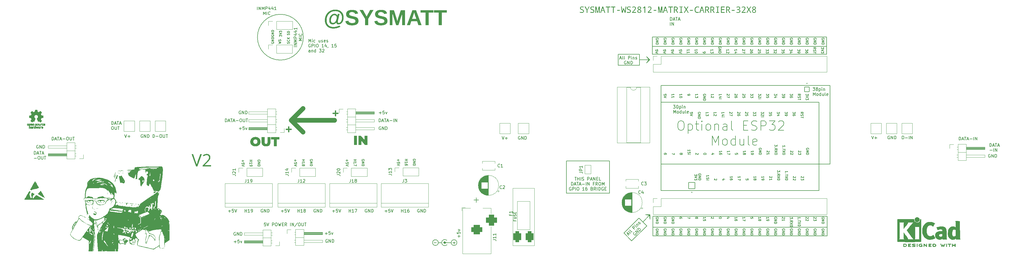
<source format=gto>
G04 #@! TF.GenerationSoftware,KiCad,Pcbnew,7.0.10-1.fc39*
G04 #@! TF.CreationDate,2024-01-09T16:29:58-05:00*
G04 #@! TF.ProjectId,SYSMATT-WS2812-MATRIX-CARRIER-32X8,5359534d-4154-4542-9d57-53323831322d,rev?*
G04 #@! TF.SameCoordinates,Original*
G04 #@! TF.FileFunction,Legend,Top*
G04 #@! TF.FilePolarity,Positive*
%FSLAX46Y46*%
G04 Gerber Fmt 4.6, Leading zero omitted, Abs format (unit mm)*
G04 Created by KiCad (PCBNEW 7.0.10-1.fc39) date 2024-01-09 16:29:58*
%MOMM*%
%LPD*%
G01*
G04 APERTURE LIST*
G04 Aperture macros list*
%AMRoundRect*
0 Rectangle with rounded corners*
0 $1 Rounding radius*
0 $2 $3 $4 $5 $6 $7 $8 $9 X,Y pos of 4 corners*
0 Add a 4 corners polygon primitive as box body*
4,1,4,$2,$3,$4,$5,$6,$7,$8,$9,$2,$3,0*
0 Add four circle primitives for the rounded corners*
1,1,$1+$1,$2,$3*
1,1,$1+$1,$4,$5*
1,1,$1+$1,$6,$7*
1,1,$1+$1,$8,$9*
0 Add four rect primitives between the rounded corners*
20,1,$1+$1,$2,$3,$4,$5,0*
20,1,$1+$1,$4,$5,$6,$7,0*
20,1,$1+$1,$6,$7,$8,$9,0*
20,1,$1+$1,$8,$9,$2,$3,0*%
%AMFreePoly0*
4,1,6,1.000000,0.000000,0.500000,-0.750000,-0.500000,-0.750000,-0.500000,0.750000,0.500000,0.750000,1.000000,0.000000,1.000000,0.000000,$1*%
%AMFreePoly1*
4,1,6,0.500000,-0.750000,-0.650000,-0.750000,-0.150000,0.000000,-0.650000,0.750000,0.500000,0.750000,0.500000,-0.750000,0.500000,-0.750000,$1*%
G04 Aperture macros list end*
%ADD10C,0.150000*%
%ADD11C,1.500000*%
%ADD12C,1.000000*%
%ADD13C,0.400000*%
%ADD14C,0.120000*%
%ADD15C,0.500000*%
%ADD16C,0.010000*%
%ADD17C,0.127000*%
%ADD18C,0.200000*%
%ADD19C,1.600000*%
%ADD20C,12.800000*%
%ADD21R,3.000000X3.000000*%
%ADD22R,1.700000X1.700000*%
%ADD23O,1.700000X1.700000*%
%ADD24R,1.600000X1.600000*%
%ADD25C,3.000000*%
%ADD26R,3.500000X3.500000*%
%ADD27RoundRect,0.750000X1.000000X-0.750000X1.000000X0.750000X-1.000000X0.750000X-1.000000X-0.750000X0*%
%ADD28RoundRect,0.875000X0.875000X-0.875000X0.875000X0.875000X-0.875000X0.875000X-0.875000X-0.875000X0*%
%ADD29FreePoly0,90.000000*%
%ADD30FreePoly1,90.000000*%
%ADD31R,2.400000X1.600000*%
%ADD32O,2.400000X1.600000*%
%ADD33RoundRect,0.625000X0.625000X-1.125000X0.625000X1.125000X-0.625000X1.125000X-0.625000X-1.125000X0*%
%ADD34O,2.500000X3.500000*%
%ADD35C,10.600000*%
%ADD36RoundRect,0.102000X1.000000X-1.000000X1.000000X1.000000X-1.000000X1.000000X-1.000000X-1.000000X0*%
%ADD37C,2.204000*%
%ADD38RoundRect,0.102000X-0.780000X0.780000X-0.780000X-0.780000X0.780000X-0.780000X0.780000X0.780000X0*%
%ADD39C,1.764000*%
G04 APERTURE END LIST*
D10*
X211361160Y22102000D02*
X212618396Y21922395D01*
X211655001Y71124000D02*
X212417001Y72140000D01*
X202511001Y73918000D02*
X209369001Y73918000D01*
X209369001Y72140000D02*
X212671001Y72140000D01*
X269821001Y15244000D02*
X269821001Y21594000D01*
X212798001Y20665159D02*
X212618396Y21922395D01*
X213814001Y18038000D02*
X269821001Y18038000D01*
X269694001Y73918000D02*
X269694001Y76458000D01*
X206871032Y13660559D02*
X204356560Y16175031D01*
X213687001Y21594000D02*
X213687001Y15244000D01*
X209205899Y21024369D02*
X211720370Y18509898D01*
X209369001Y70362000D02*
X202511001Y70362000D01*
D11*
X97217000Y52615000D02*
X101027000Y48805000D01*
D10*
X212671001Y72140000D02*
X211655001Y73156000D01*
X213560001Y79506000D02*
X213560001Y73918000D01*
X269694001Y79506000D02*
X213560001Y79506000D01*
X209369001Y73918000D02*
X209369001Y70362000D01*
X269694001Y76458000D02*
X254200001Y76458000D01*
X213560001Y73918000D02*
X269694001Y73918000D01*
X210463134Y19767133D02*
X212798001Y22102000D01*
X211655001Y73156000D02*
X212417001Y72140000D01*
X212798001Y22102000D02*
X212798001Y20665159D01*
X212671001Y72140000D02*
X211655001Y71124000D01*
X101103001Y79453000D02*
G75*
G03*
X86309817Y79453000I-7396592J0D01*
G01*
X86309817Y79453000D02*
G75*
G03*
X101103001Y79453000I7396592J0D01*
G01*
X204356560Y16175031D02*
X209205899Y21024369D01*
X269694001Y76458000D02*
X269694001Y79506000D01*
X213687001Y15244000D02*
X269821001Y15244000D01*
X101027000Y56425000D02*
X97217000Y52615000D01*
X202511001Y70362000D02*
X202511001Y73918000D01*
X211720370Y18509898D02*
X206871032Y13660559D01*
X213560001Y76458000D02*
X262836001Y76458000D01*
X185874001Y39501000D02*
X199717001Y39501000D01*
X199717001Y29087000D01*
X185874001Y29087000D01*
X185874001Y39501000D01*
X269821001Y21594000D02*
X213687001Y21594000D01*
D11*
X111187000Y52615000D02*
X97217000Y52615000D01*
D10*
X212798001Y22102000D02*
X211361160Y22102000D01*
D11*
X97217000Y52615000D02*
X101027000Y56425000D01*
D10*
X93364823Y79658826D02*
X93364823Y80123112D01*
X93364823Y80123112D02*
X93650537Y79873112D01*
X93650537Y79873112D02*
X93650537Y79980255D01*
X93650537Y79980255D02*
X93686251Y80051684D01*
X93686251Y80051684D02*
X93721966Y80087398D01*
X93721966Y80087398D02*
X93793394Y80123112D01*
X93793394Y80123112D02*
X93971966Y80123112D01*
X93971966Y80123112D02*
X94043394Y80087398D01*
X94043394Y80087398D02*
X94079109Y80051684D01*
X94079109Y80051684D02*
X94114823Y79980255D01*
X94114823Y79980255D02*
X94114823Y79765969D01*
X94114823Y79765969D02*
X94079109Y79694541D01*
X94079109Y79694541D02*
X94043394Y79658826D01*
X93364823Y80337398D02*
X94114823Y80587398D01*
X94114823Y80587398D02*
X93364823Y80837398D01*
X93364823Y81015969D02*
X93364823Y81480255D01*
X93364823Y81480255D02*
X93650537Y81230255D01*
X93650537Y81230255D02*
X93650537Y81337398D01*
X93650537Y81337398D02*
X93686251Y81408827D01*
X93686251Y81408827D02*
X93721966Y81444541D01*
X93721966Y81444541D02*
X93793394Y81480255D01*
X93793394Y81480255D02*
X93971966Y81480255D01*
X93971966Y81480255D02*
X94043394Y81444541D01*
X94043394Y81444541D02*
X94079109Y81408827D01*
X94079109Y81408827D02*
X94114823Y81337398D01*
X94114823Y81337398D02*
X94114823Y81123112D01*
X94114823Y81123112D02*
X94079109Y81051684D01*
X94079109Y81051684D02*
X94043394Y81015969D01*
X265236542Y63196180D02*
X265855589Y63196180D01*
X265855589Y63196180D02*
X265522256Y62815228D01*
X265522256Y62815228D02*
X265665113Y62815228D01*
X265665113Y62815228D02*
X265760351Y62767609D01*
X265760351Y62767609D02*
X265807970Y62719990D01*
X265807970Y62719990D02*
X265855589Y62624752D01*
X265855589Y62624752D02*
X265855589Y62386657D01*
X265855589Y62386657D02*
X265807970Y62291419D01*
X265807970Y62291419D02*
X265760351Y62243800D01*
X265760351Y62243800D02*
X265665113Y62196180D01*
X265665113Y62196180D02*
X265379399Y62196180D01*
X265379399Y62196180D02*
X265284161Y62243800D01*
X265284161Y62243800D02*
X265236542Y62291419D01*
X266427018Y62767609D02*
X266331780Y62815228D01*
X266331780Y62815228D02*
X266284161Y62862847D01*
X266284161Y62862847D02*
X266236542Y62958085D01*
X266236542Y62958085D02*
X266236542Y63005704D01*
X266236542Y63005704D02*
X266284161Y63100942D01*
X266284161Y63100942D02*
X266331780Y63148561D01*
X266331780Y63148561D02*
X266427018Y63196180D01*
X266427018Y63196180D02*
X266617494Y63196180D01*
X266617494Y63196180D02*
X266712732Y63148561D01*
X266712732Y63148561D02*
X266760351Y63100942D01*
X266760351Y63100942D02*
X266807970Y63005704D01*
X266807970Y63005704D02*
X266807970Y62958085D01*
X266807970Y62958085D02*
X266760351Y62862847D01*
X266760351Y62862847D02*
X266712732Y62815228D01*
X266712732Y62815228D02*
X266617494Y62767609D01*
X266617494Y62767609D02*
X266427018Y62767609D01*
X266427018Y62767609D02*
X266331780Y62719990D01*
X266331780Y62719990D02*
X266284161Y62672371D01*
X266284161Y62672371D02*
X266236542Y62577133D01*
X266236542Y62577133D02*
X266236542Y62386657D01*
X266236542Y62386657D02*
X266284161Y62291419D01*
X266284161Y62291419D02*
X266331780Y62243800D01*
X266331780Y62243800D02*
X266427018Y62196180D01*
X266427018Y62196180D02*
X266617494Y62196180D01*
X266617494Y62196180D02*
X266712732Y62243800D01*
X266712732Y62243800D02*
X266760351Y62291419D01*
X266760351Y62291419D02*
X266807970Y62386657D01*
X266807970Y62386657D02*
X266807970Y62577133D01*
X266807970Y62577133D02*
X266760351Y62672371D01*
X266760351Y62672371D02*
X266712732Y62719990D01*
X266712732Y62719990D02*
X266617494Y62767609D01*
X267236542Y62862847D02*
X267236542Y61862847D01*
X267236542Y62815228D02*
X267331780Y62862847D01*
X267331780Y62862847D02*
X267522256Y62862847D01*
X267522256Y62862847D02*
X267617494Y62815228D01*
X267617494Y62815228D02*
X267665113Y62767609D01*
X267665113Y62767609D02*
X267712732Y62672371D01*
X267712732Y62672371D02*
X267712732Y62386657D01*
X267712732Y62386657D02*
X267665113Y62291419D01*
X267665113Y62291419D02*
X267617494Y62243800D01*
X267617494Y62243800D02*
X267522256Y62196180D01*
X267522256Y62196180D02*
X267331780Y62196180D01*
X267331780Y62196180D02*
X267236542Y62243800D01*
X268141304Y62196180D02*
X268141304Y62862847D01*
X268141304Y63196180D02*
X268093685Y63148561D01*
X268093685Y63148561D02*
X268141304Y63100942D01*
X268141304Y63100942D02*
X268188923Y63148561D01*
X268188923Y63148561D02*
X268141304Y63196180D01*
X268141304Y63196180D02*
X268141304Y63100942D01*
X268617494Y62862847D02*
X268617494Y62196180D01*
X268617494Y62767609D02*
X268665113Y62815228D01*
X268665113Y62815228D02*
X268760351Y62862847D01*
X268760351Y62862847D02*
X268903208Y62862847D01*
X268903208Y62862847D02*
X268998446Y62815228D01*
X268998446Y62815228D02*
X269046065Y62719990D01*
X269046065Y62719990D02*
X269046065Y62196180D01*
X265331780Y60586180D02*
X265331780Y61586180D01*
X265331780Y61586180D02*
X265665113Y60871895D01*
X265665113Y60871895D02*
X265998446Y61586180D01*
X265998446Y61586180D02*
X265998446Y60586180D01*
X266617494Y60586180D02*
X266522256Y60633800D01*
X266522256Y60633800D02*
X266474637Y60681419D01*
X266474637Y60681419D02*
X266427018Y60776657D01*
X266427018Y60776657D02*
X266427018Y61062371D01*
X266427018Y61062371D02*
X266474637Y61157609D01*
X266474637Y61157609D02*
X266522256Y61205228D01*
X266522256Y61205228D02*
X266617494Y61252847D01*
X266617494Y61252847D02*
X266760351Y61252847D01*
X266760351Y61252847D02*
X266855589Y61205228D01*
X266855589Y61205228D02*
X266903208Y61157609D01*
X266903208Y61157609D02*
X266950827Y61062371D01*
X266950827Y61062371D02*
X266950827Y60776657D01*
X266950827Y60776657D02*
X266903208Y60681419D01*
X266903208Y60681419D02*
X266855589Y60633800D01*
X266855589Y60633800D02*
X266760351Y60586180D01*
X266760351Y60586180D02*
X266617494Y60586180D01*
X267807970Y60586180D02*
X267807970Y61586180D01*
X267807970Y60633800D02*
X267712732Y60586180D01*
X267712732Y60586180D02*
X267522256Y60586180D01*
X267522256Y60586180D02*
X267427018Y60633800D01*
X267427018Y60633800D02*
X267379399Y60681419D01*
X267379399Y60681419D02*
X267331780Y60776657D01*
X267331780Y60776657D02*
X267331780Y61062371D01*
X267331780Y61062371D02*
X267379399Y61157609D01*
X267379399Y61157609D02*
X267427018Y61205228D01*
X267427018Y61205228D02*
X267522256Y61252847D01*
X267522256Y61252847D02*
X267712732Y61252847D01*
X267712732Y61252847D02*
X267807970Y61205228D01*
X268712732Y61252847D02*
X268712732Y60586180D01*
X268284161Y61252847D02*
X268284161Y60729038D01*
X268284161Y60729038D02*
X268331780Y60633800D01*
X268331780Y60633800D02*
X268427018Y60586180D01*
X268427018Y60586180D02*
X268569875Y60586180D01*
X268569875Y60586180D02*
X268665113Y60633800D01*
X268665113Y60633800D02*
X268712732Y60681419D01*
X269331780Y60586180D02*
X269236542Y60633800D01*
X269236542Y60633800D02*
X269188923Y60729038D01*
X269188923Y60729038D02*
X269188923Y61586180D01*
X270093685Y60633800D02*
X269998447Y60586180D01*
X269998447Y60586180D02*
X269807971Y60586180D01*
X269807971Y60586180D02*
X269712733Y60633800D01*
X269712733Y60633800D02*
X269665114Y60729038D01*
X269665114Y60729038D02*
X269665114Y61109990D01*
X269665114Y61109990D02*
X269712733Y61205228D01*
X269712733Y61205228D02*
X269807971Y61252847D01*
X269807971Y61252847D02*
X269998447Y61252847D01*
X269998447Y61252847D02*
X270093685Y61205228D01*
X270093685Y61205228D02*
X270141304Y61109990D01*
X270141304Y61109990D02*
X270141304Y61014752D01*
X270141304Y61014752D02*
X269665114Y60919514D01*
X127348571Y23281133D02*
X128110476Y23281133D01*
X127729523Y22900180D02*
X127729523Y23662085D01*
X129062856Y23900180D02*
X128586666Y23900180D01*
X128586666Y23900180D02*
X128539047Y23423990D01*
X128539047Y23423990D02*
X128586666Y23471609D01*
X128586666Y23471609D02*
X128681904Y23519228D01*
X128681904Y23519228D02*
X128919999Y23519228D01*
X128919999Y23519228D02*
X129015237Y23471609D01*
X129015237Y23471609D02*
X129062856Y23423990D01*
X129062856Y23423990D02*
X129110475Y23328752D01*
X129110475Y23328752D02*
X129110475Y23090657D01*
X129110475Y23090657D02*
X129062856Y22995419D01*
X129062856Y22995419D02*
X129015237Y22947800D01*
X129015237Y22947800D02*
X128919999Y22900180D01*
X128919999Y22900180D02*
X128681904Y22900180D01*
X128681904Y22900180D02*
X128586666Y22947800D01*
X128586666Y22947800D02*
X128539047Y22995419D01*
X129396190Y23900180D02*
X129729523Y22900180D01*
X129729523Y22900180D02*
X130062856Y23900180D01*
X132681905Y22900180D02*
X132681905Y23900180D01*
X132681905Y23423990D02*
X133253333Y23423990D01*
X133253333Y22900180D02*
X133253333Y23900180D01*
X134253333Y22900180D02*
X133681905Y22900180D01*
X133967619Y22900180D02*
X133967619Y23900180D01*
X133967619Y23900180D02*
X133872381Y23757323D01*
X133872381Y23757323D02*
X133777143Y23662085D01*
X133777143Y23662085D02*
X133681905Y23614466D01*
X135110476Y23900180D02*
X134920000Y23900180D01*
X134920000Y23900180D02*
X134824762Y23852561D01*
X134824762Y23852561D02*
X134777143Y23804942D01*
X134777143Y23804942D02*
X134681905Y23662085D01*
X134681905Y23662085D02*
X134634286Y23471609D01*
X134634286Y23471609D02*
X134634286Y23090657D01*
X134634286Y23090657D02*
X134681905Y22995419D01*
X134681905Y22995419D02*
X134729524Y22947800D01*
X134729524Y22947800D02*
X134824762Y22900180D01*
X134824762Y22900180D02*
X135015238Y22900180D01*
X135015238Y22900180D02*
X135110476Y22947800D01*
X135110476Y22947800D02*
X135158095Y22995419D01*
X135158095Y22995419D02*
X135205714Y23090657D01*
X135205714Y23090657D02*
X135205714Y23328752D01*
X135205714Y23328752D02*
X135158095Y23423990D01*
X135158095Y23423990D02*
X135110476Y23471609D01*
X135110476Y23471609D02*
X135015238Y23519228D01*
X135015238Y23519228D02*
X134824762Y23519228D01*
X134824762Y23519228D02*
X134729524Y23471609D01*
X134729524Y23471609D02*
X134681905Y23423990D01*
X134681905Y23423990D02*
X134634286Y23328752D01*
X138443810Y23852561D02*
X138348572Y23900180D01*
X138348572Y23900180D02*
X138205715Y23900180D01*
X138205715Y23900180D02*
X138062858Y23852561D01*
X138062858Y23852561D02*
X137967620Y23757323D01*
X137967620Y23757323D02*
X137920001Y23662085D01*
X137920001Y23662085D02*
X137872382Y23471609D01*
X137872382Y23471609D02*
X137872382Y23328752D01*
X137872382Y23328752D02*
X137920001Y23138276D01*
X137920001Y23138276D02*
X137967620Y23043038D01*
X137967620Y23043038D02*
X138062858Y22947800D01*
X138062858Y22947800D02*
X138205715Y22900180D01*
X138205715Y22900180D02*
X138300953Y22900180D01*
X138300953Y22900180D02*
X138443810Y22947800D01*
X138443810Y22947800D02*
X138491429Y22995419D01*
X138491429Y22995419D02*
X138491429Y23328752D01*
X138491429Y23328752D02*
X138300953Y23328752D01*
X138920001Y22900180D02*
X138920001Y23900180D01*
X138920001Y23900180D02*
X139491429Y22900180D01*
X139491429Y22900180D02*
X139491429Y23900180D01*
X139967620Y22900180D02*
X139967620Y23900180D01*
X139967620Y23900180D02*
X140205715Y23900180D01*
X140205715Y23900180D02*
X140348572Y23852561D01*
X140348572Y23852561D02*
X140443810Y23757323D01*
X140443810Y23757323D02*
X140491429Y23662085D01*
X140491429Y23662085D02*
X140539048Y23471609D01*
X140539048Y23471609D02*
X140539048Y23328752D01*
X140539048Y23328752D02*
X140491429Y23138276D01*
X140491429Y23138276D02*
X140443810Y23043038D01*
X140443810Y23043038D02*
X140348572Y22947800D01*
X140348572Y22947800D02*
X140205715Y22900180D01*
X140205715Y22900180D02*
X139967620Y22900180D01*
X99078228Y76429191D02*
X98078228Y76429191D01*
X99078228Y76905381D02*
X98078228Y76905381D01*
X98078228Y76905381D02*
X99078228Y77476809D01*
X99078228Y77476809D02*
X98078228Y77476809D01*
X99078228Y77953000D02*
X98078228Y77953000D01*
X98078228Y77953000D02*
X98792513Y78286333D01*
X98792513Y78286333D02*
X98078228Y78619666D01*
X98078228Y78619666D02*
X99078228Y78619666D01*
X99078228Y79095857D02*
X98078228Y79095857D01*
X98078228Y79095857D02*
X98078228Y79476809D01*
X98078228Y79476809D02*
X98125847Y79572047D01*
X98125847Y79572047D02*
X98173466Y79619666D01*
X98173466Y79619666D02*
X98268704Y79667285D01*
X98268704Y79667285D02*
X98411561Y79667285D01*
X98411561Y79667285D02*
X98506799Y79619666D01*
X98506799Y79619666D02*
X98554418Y79572047D01*
X98554418Y79572047D02*
X98602037Y79476809D01*
X98602037Y79476809D02*
X98602037Y79095857D01*
X98411561Y80524428D02*
X99078228Y80524428D01*
X98030609Y80286333D02*
X98744894Y80048238D01*
X98744894Y80048238D02*
X98744894Y80667285D01*
X98411561Y81476809D02*
X99078228Y81476809D01*
X98030609Y81238714D02*
X98744894Y81000619D01*
X98744894Y81000619D02*
X98744894Y81619666D01*
X99078228Y82524428D02*
X99078228Y81953000D01*
X99078228Y82238714D02*
X98078228Y82238714D01*
X98078228Y82238714D02*
X98221085Y82143476D01*
X98221085Y82143476D02*
X98316323Y82048238D01*
X98316323Y82048238D02*
X98363942Y81953000D01*
X100688228Y78381572D02*
X99688228Y78381572D01*
X99688228Y78381572D02*
X100402513Y78714905D01*
X100402513Y78714905D02*
X99688228Y79048238D01*
X99688228Y79048238D02*
X100688228Y79048238D01*
X100688228Y79524429D02*
X99688228Y79524429D01*
X100592989Y80572047D02*
X100640609Y80524428D01*
X100640609Y80524428D02*
X100688228Y80381571D01*
X100688228Y80381571D02*
X100688228Y80286333D01*
X100688228Y80286333D02*
X100640609Y80143476D01*
X100640609Y80143476D02*
X100545370Y80048238D01*
X100545370Y80048238D02*
X100450132Y80000619D01*
X100450132Y80000619D02*
X100259656Y79953000D01*
X100259656Y79953000D02*
X100116799Y79953000D01*
X100116799Y79953000D02*
X99926323Y80000619D01*
X99926323Y80000619D02*
X99831085Y80048238D01*
X99831085Y80048238D02*
X99735847Y80143476D01*
X99735847Y80143476D02*
X99688228Y80286333D01*
X99688228Y80286333D02*
X99688228Y80381571D01*
X99688228Y80381571D02*
X99735847Y80524428D01*
X99735847Y80524428D02*
X99783466Y80572047D01*
X96619109Y77408541D02*
X96654823Y77515684D01*
X96654823Y77515684D02*
X96654823Y77694255D01*
X96654823Y77694255D02*
X96619109Y77765684D01*
X96619109Y77765684D02*
X96583394Y77801398D01*
X96583394Y77801398D02*
X96511966Y77837112D01*
X96511966Y77837112D02*
X96440537Y77837112D01*
X96440537Y77837112D02*
X96369109Y77801398D01*
X96369109Y77801398D02*
X96333394Y77765684D01*
X96333394Y77765684D02*
X96297680Y77694255D01*
X96297680Y77694255D02*
X96261966Y77551398D01*
X96261966Y77551398D02*
X96226251Y77479969D01*
X96226251Y77479969D02*
X96190537Y77444255D01*
X96190537Y77444255D02*
X96119109Y77408541D01*
X96119109Y77408541D02*
X96047680Y77408541D01*
X96047680Y77408541D02*
X95976251Y77444255D01*
X95976251Y77444255D02*
X95940537Y77479969D01*
X95940537Y77479969D02*
X95904823Y77551398D01*
X95904823Y77551398D02*
X95904823Y77729969D01*
X95904823Y77729969D02*
X95940537Y77837112D01*
X96583394Y78587112D02*
X96619109Y78551398D01*
X96619109Y78551398D02*
X96654823Y78444255D01*
X96654823Y78444255D02*
X96654823Y78372827D01*
X96654823Y78372827D02*
X96619109Y78265684D01*
X96619109Y78265684D02*
X96547680Y78194255D01*
X96547680Y78194255D02*
X96476251Y78158541D01*
X96476251Y78158541D02*
X96333394Y78122827D01*
X96333394Y78122827D02*
X96226251Y78122827D01*
X96226251Y78122827D02*
X96083394Y78158541D01*
X96083394Y78158541D02*
X96011966Y78194255D01*
X96011966Y78194255D02*
X95940537Y78265684D01*
X95940537Y78265684D02*
X95904823Y78372827D01*
X95904823Y78372827D02*
X95904823Y78444255D01*
X95904823Y78444255D02*
X95940537Y78551398D01*
X95940537Y78551398D02*
X95976251Y78587112D01*
X96654823Y78908541D02*
X95904823Y78908541D01*
X96654823Y79337112D02*
X96226251Y79015684D01*
X95904823Y79337112D02*
X96333394Y78908541D01*
X203074905Y72641895D02*
X203551095Y72641895D01*
X202979667Y72356180D02*
X203313000Y73356180D01*
X203313000Y73356180D02*
X203646333Y72356180D01*
X204122524Y72356180D02*
X204027286Y72403800D01*
X204027286Y72403800D02*
X203979667Y72499038D01*
X203979667Y72499038D02*
X203979667Y73356180D01*
X204646334Y72356180D02*
X204551096Y72403800D01*
X204551096Y72403800D02*
X204503477Y72499038D01*
X204503477Y72499038D02*
X204503477Y73356180D01*
X205789192Y72356180D02*
X205789192Y73356180D01*
X205789192Y73356180D02*
X206170144Y73356180D01*
X206170144Y73356180D02*
X206265382Y73308561D01*
X206265382Y73308561D02*
X206313001Y73260942D01*
X206313001Y73260942D02*
X206360620Y73165704D01*
X206360620Y73165704D02*
X206360620Y73022847D01*
X206360620Y73022847D02*
X206313001Y72927609D01*
X206313001Y72927609D02*
X206265382Y72879990D01*
X206265382Y72879990D02*
X206170144Y72832371D01*
X206170144Y72832371D02*
X205789192Y72832371D01*
X206789192Y72356180D02*
X206789192Y73022847D01*
X206789192Y73356180D02*
X206741573Y73308561D01*
X206741573Y73308561D02*
X206789192Y73260942D01*
X206789192Y73260942D02*
X206836811Y73308561D01*
X206836811Y73308561D02*
X206789192Y73356180D01*
X206789192Y73356180D02*
X206789192Y73260942D01*
X207265382Y73022847D02*
X207265382Y72356180D01*
X207265382Y72927609D02*
X207313001Y72975228D01*
X207313001Y72975228D02*
X207408239Y73022847D01*
X207408239Y73022847D02*
X207551096Y73022847D01*
X207551096Y73022847D02*
X207646334Y72975228D01*
X207646334Y72975228D02*
X207693953Y72879990D01*
X207693953Y72879990D02*
X207693953Y72356180D01*
X208122525Y72403800D02*
X208217763Y72356180D01*
X208217763Y72356180D02*
X208408239Y72356180D01*
X208408239Y72356180D02*
X208503477Y72403800D01*
X208503477Y72403800D02*
X208551096Y72499038D01*
X208551096Y72499038D02*
X208551096Y72546657D01*
X208551096Y72546657D02*
X208503477Y72641895D01*
X208503477Y72641895D02*
X208408239Y72689514D01*
X208408239Y72689514D02*
X208265382Y72689514D01*
X208265382Y72689514D02*
X208170144Y72737133D01*
X208170144Y72737133D02*
X208122525Y72832371D01*
X208122525Y72832371D02*
X208122525Y72879990D01*
X208122525Y72879990D02*
X208170144Y72975228D01*
X208170144Y72975228D02*
X208265382Y73022847D01*
X208265382Y73022847D02*
X208408239Y73022847D01*
X208408239Y73022847D02*
X208503477Y72975228D01*
X205051096Y71698561D02*
X204955858Y71746180D01*
X204955858Y71746180D02*
X204813001Y71746180D01*
X204813001Y71746180D02*
X204670144Y71698561D01*
X204670144Y71698561D02*
X204574906Y71603323D01*
X204574906Y71603323D02*
X204527287Y71508085D01*
X204527287Y71508085D02*
X204479668Y71317609D01*
X204479668Y71317609D02*
X204479668Y71174752D01*
X204479668Y71174752D02*
X204527287Y70984276D01*
X204527287Y70984276D02*
X204574906Y70889038D01*
X204574906Y70889038D02*
X204670144Y70793800D01*
X204670144Y70793800D02*
X204813001Y70746180D01*
X204813001Y70746180D02*
X204908239Y70746180D01*
X204908239Y70746180D02*
X205051096Y70793800D01*
X205051096Y70793800D02*
X205098715Y70841419D01*
X205098715Y70841419D02*
X205098715Y71174752D01*
X205098715Y71174752D02*
X204908239Y71174752D01*
X205527287Y70746180D02*
X205527287Y71746180D01*
X205527287Y71746180D02*
X206098715Y70746180D01*
X206098715Y70746180D02*
X206098715Y71746180D01*
X206574906Y70746180D02*
X206574906Y71746180D01*
X206574906Y71746180D02*
X206813001Y71746180D01*
X206813001Y71746180D02*
X206955858Y71698561D01*
X206955858Y71698561D02*
X207051096Y71603323D01*
X207051096Y71603323D02*
X207098715Y71508085D01*
X207098715Y71508085D02*
X207146334Y71317609D01*
X207146334Y71317609D02*
X207146334Y71174752D01*
X207146334Y71174752D02*
X207098715Y70984276D01*
X207098715Y70984276D02*
X207051096Y70889038D01*
X207051096Y70889038D02*
X206955858Y70793800D01*
X206955858Y70793800D02*
X206813001Y70746180D01*
X206813001Y70746180D02*
X206574906Y70746180D01*
X79269588Y16368561D02*
X79174350Y16416180D01*
X79174350Y16416180D02*
X79031493Y16416180D01*
X79031493Y16416180D02*
X78888636Y16368561D01*
X78888636Y16368561D02*
X78793398Y16273323D01*
X78793398Y16273323D02*
X78745779Y16178085D01*
X78745779Y16178085D02*
X78698160Y15987609D01*
X78698160Y15987609D02*
X78698160Y15844752D01*
X78698160Y15844752D02*
X78745779Y15654276D01*
X78745779Y15654276D02*
X78793398Y15559038D01*
X78793398Y15559038D02*
X78888636Y15463800D01*
X78888636Y15463800D02*
X79031493Y15416180D01*
X79031493Y15416180D02*
X79126731Y15416180D01*
X79126731Y15416180D02*
X79269588Y15463800D01*
X79269588Y15463800D02*
X79317207Y15511419D01*
X79317207Y15511419D02*
X79317207Y15844752D01*
X79317207Y15844752D02*
X79126731Y15844752D01*
X79745779Y15416180D02*
X79745779Y16416180D01*
X79745779Y16416180D02*
X80317207Y15416180D01*
X80317207Y15416180D02*
X80317207Y16416180D01*
X80793398Y15416180D02*
X80793398Y16416180D01*
X80793398Y16416180D02*
X81031493Y16416180D01*
X81031493Y16416180D02*
X81174350Y16368561D01*
X81174350Y16368561D02*
X81269588Y16273323D01*
X81269588Y16273323D02*
X81317207Y16178085D01*
X81317207Y16178085D02*
X81364826Y15987609D01*
X81364826Y15987609D02*
X81364826Y15844752D01*
X81364826Y15844752D02*
X81317207Y15654276D01*
X81317207Y15654276D02*
X81269588Y15559038D01*
X81269588Y15559038D02*
X81174350Y15463800D01*
X81174350Y15463800D02*
X81031493Y15416180D01*
X81031493Y15416180D02*
X80793398Y15416180D01*
G36*
X190193928Y87402526D02*
G01*
X190193928Y87644815D01*
X190230095Y87630559D01*
X190266178Y87617223D01*
X190302178Y87604806D01*
X190338093Y87593310D01*
X190373924Y87582733D01*
X190409671Y87573076D01*
X190445334Y87564338D01*
X190480914Y87556521D01*
X190516409Y87549623D01*
X190551820Y87543645D01*
X190587148Y87538586D01*
X190622391Y87534447D01*
X190657551Y87531228D01*
X190692626Y87528929D01*
X190727618Y87527549D01*
X190762526Y87527090D01*
X190792098Y87527414D01*
X190820732Y87528387D01*
X190848427Y87530009D01*
X190875183Y87532280D01*
X190901000Y87535199D01*
X190925878Y87538767D01*
X190949818Y87542984D01*
X190972819Y87547850D01*
X190994881Y87553365D01*
X191016004Y87559528D01*
X191036188Y87566340D01*
X191055434Y87573801D01*
X191073741Y87581911D01*
X191107538Y87600076D01*
X191137580Y87620837D01*
X191163866Y87644193D01*
X191186398Y87670143D01*
X191205174Y87698689D01*
X191220195Y87729830D01*
X191231460Y87763566D01*
X191238971Y87799897D01*
X191242726Y87838824D01*
X191243196Y87859260D01*
X191242346Y87885425D01*
X191239795Y87910431D01*
X191235545Y87934277D01*
X191229594Y87956965D01*
X191221944Y87978493D01*
X191212593Y87998862D01*
X191201542Y88018072D01*
X191188790Y88036122D01*
X191174339Y88053014D01*
X191158188Y88068746D01*
X191146475Y88078590D01*
X191126593Y88093310D01*
X191103216Y88108529D01*
X191085689Y88118951D01*
X191066610Y88129595D01*
X191045977Y88140460D01*
X191023791Y88151546D01*
X191000052Y88162854D01*
X190974759Y88174383D01*
X190947914Y88186133D01*
X190919515Y88198105D01*
X190889562Y88210298D01*
X190858057Y88222712D01*
X190824998Y88235348D01*
X190790387Y88248205D01*
X190754221Y88261284D01*
X190719131Y88274013D01*
X190685299Y88287044D01*
X190652727Y88300376D01*
X190621414Y88314009D01*
X190591361Y88327945D01*
X190562567Y88342181D01*
X190535033Y88356720D01*
X190508757Y88371559D01*
X190483742Y88386700D01*
X190459985Y88402143D01*
X190437488Y88417887D01*
X190416250Y88433933D01*
X190396272Y88450280D01*
X190377553Y88466928D01*
X190360094Y88483878D01*
X190343893Y88501130D01*
X190328869Y88518857D01*
X190314813Y88537232D01*
X190301727Y88556256D01*
X190289610Y88575929D01*
X190278463Y88596251D01*
X190268285Y88617222D01*
X190259076Y88638841D01*
X190250837Y88661109D01*
X190243567Y88684026D01*
X190237266Y88707592D01*
X190231935Y88731806D01*
X190227573Y88756669D01*
X190224180Y88782181D01*
X190221757Y88808342D01*
X190220303Y88835151D01*
X190219818Y88862609D01*
X190220507Y88892064D01*
X190222573Y88920709D01*
X190226018Y88948545D01*
X190230840Y88975572D01*
X190237039Y89001790D01*
X190244616Y89027199D01*
X190253571Y89051798D01*
X190263904Y89075589D01*
X190275614Y89098571D01*
X190288702Y89120744D01*
X190303168Y89142107D01*
X190319011Y89162662D01*
X190336232Y89182407D01*
X190354831Y89201344D01*
X190374807Y89219471D01*
X190396161Y89236789D01*
X190418777Y89253175D01*
X190442415Y89268503D01*
X190467076Y89282774D01*
X190492759Y89295988D01*
X190519466Y89308145D01*
X190547195Y89319244D01*
X190575947Y89329287D01*
X190605722Y89338272D01*
X190636519Y89346201D01*
X190668340Y89353072D01*
X190701183Y89358886D01*
X190735048Y89363643D01*
X190769937Y89367343D01*
X190805848Y89369986D01*
X190842782Y89371571D01*
X190880739Y89372100D01*
X190900344Y89371996D01*
X190939217Y89371160D01*
X190977640Y89369488D01*
X191015612Y89366981D01*
X191053134Y89363638D01*
X191090205Y89359459D01*
X191126826Y89354444D01*
X191162997Y89348594D01*
X191198718Y89341908D01*
X191233988Y89334386D01*
X191268808Y89326028D01*
X191303177Y89316835D01*
X191337096Y89306806D01*
X191370565Y89295941D01*
X191403584Y89284240D01*
X191436152Y89271703D01*
X191452267Y89265122D01*
X191364340Y89039441D01*
X191331323Y89052455D01*
X191298585Y89064629D01*
X191266126Y89075963D01*
X191233945Y89086458D01*
X191202043Y89096113D01*
X191170419Y89104929D01*
X191139074Y89112905D01*
X191108007Y89120041D01*
X191077219Y89126338D01*
X191046710Y89131796D01*
X191016479Y89136413D01*
X190986527Y89140191D01*
X190956853Y89143130D01*
X190927458Y89145229D01*
X190898342Y89146488D01*
X190869504Y89146908D01*
X190844740Y89146628D01*
X190820762Y89145788D01*
X190797571Y89144388D01*
X190775165Y89142428D01*
X190753546Y89139908D01*
X190732713Y89136827D01*
X190712666Y89133187D01*
X190693405Y89128987D01*
X190657242Y89118906D01*
X190624223Y89106585D01*
X190594349Y89092024D01*
X190567620Y89075223D01*
X190544035Y89056181D01*
X190523595Y89034900D01*
X190506300Y89011378D01*
X190492149Y88985616D01*
X190481143Y88957614D01*
X190473281Y88927372D01*
X190468564Y88894890D01*
X190466992Y88860167D01*
X190467782Y88834365D01*
X190470152Y88809534D01*
X190474102Y88785673D01*
X190479631Y88762783D01*
X190486741Y88740862D01*
X190495431Y88719912D01*
X190505700Y88699933D01*
X190517550Y88680923D01*
X190530980Y88662884D01*
X190545989Y88645815D01*
X190556873Y88634975D01*
X190575413Y88618927D01*
X190597328Y88602655D01*
X190613812Y88591683D01*
X190631797Y88580612D01*
X190651281Y88569442D01*
X190672265Y88558172D01*
X190694748Y88546803D01*
X190718732Y88535335D01*
X190744215Y88523768D01*
X190771198Y88512102D01*
X190799681Y88500336D01*
X190829664Y88488471D01*
X190861146Y88476507D01*
X190894129Y88464444D01*
X190928611Y88452281D01*
X190949518Y88444733D01*
X190969987Y88437169D01*
X190990017Y88429590D01*
X191009608Y88421995D01*
X191028760Y88414386D01*
X191047473Y88406761D01*
X191065747Y88399120D01*
X191100979Y88383794D01*
X191134456Y88368407D01*
X191166177Y88352959D01*
X191196143Y88337449D01*
X191224353Y88321879D01*
X191250807Y88306247D01*
X191275506Y88290554D01*
X191298450Y88274801D01*
X191319638Y88258986D01*
X191339070Y88243110D01*
X191356748Y88227173D01*
X191372669Y88211176D01*
X191379972Y88203154D01*
X191393695Y88186809D01*
X191406533Y88169891D01*
X191418486Y88152401D01*
X191429553Y88134338D01*
X191439735Y88115703D01*
X191449031Y88096496D01*
X191457442Y88076716D01*
X191464968Y88056364D01*
X191471608Y88035439D01*
X191477363Y88013942D01*
X191482233Y87991872D01*
X191486217Y87969230D01*
X191489316Y87946016D01*
X191491530Y87922229D01*
X191492858Y87897869D01*
X191493300Y87872937D01*
X191492556Y87840466D01*
X191490324Y87808877D01*
X191486603Y87778169D01*
X191481393Y87748343D01*
X191474696Y87719398D01*
X191466510Y87691335D01*
X191456836Y87664154D01*
X191445673Y87637854D01*
X191433022Y87612435D01*
X191418883Y87587898D01*
X191403255Y87564243D01*
X191386139Y87541469D01*
X191367534Y87519577D01*
X191347441Y87498567D01*
X191325860Y87478437D01*
X191302791Y87459190D01*
X191278412Y87440971D01*
X191252782Y87423927D01*
X191225900Y87408059D01*
X191197766Y87393367D01*
X191168381Y87379849D01*
X191137744Y87367507D01*
X191105855Y87356341D01*
X191072714Y87346350D01*
X191038322Y87337534D01*
X191002677Y87329894D01*
X190965782Y87323429D01*
X190927634Y87318140D01*
X190908091Y87315936D01*
X190888234Y87314026D01*
X190868065Y87312410D01*
X190847583Y87311087D01*
X190826788Y87310059D01*
X190805680Y87309324D01*
X190784259Y87308883D01*
X190762526Y87308736D01*
X190739936Y87308828D01*
X190717657Y87309103D01*
X190695690Y87309561D01*
X190674033Y87310202D01*
X190652688Y87311026D01*
X190631653Y87312034D01*
X190610930Y87313224D01*
X190590518Y87314598D01*
X190570416Y87316155D01*
X190550626Y87317896D01*
X190531147Y87319819D01*
X190493121Y87324215D01*
X190456340Y87329344D01*
X190420802Y87335206D01*
X190386509Y87341801D01*
X190353460Y87349128D01*
X190321655Y87357188D01*
X190291094Y87365981D01*
X190261777Y87375506D01*
X190233705Y87385765D01*
X190206876Y87396755D01*
X190193928Y87402526D01*
G37*
G36*
X192521074Y88333091D02*
G01*
X193044731Y89340837D01*
X193320725Y89340837D01*
X192651500Y88121577D01*
X192651500Y87340000D01*
X192395045Y87340000D01*
X192395045Y88121577D01*
X191725819Y89340837D01*
X192004745Y89340837D01*
X192521074Y88333091D01*
G37*
G36*
X193554710Y87402526D02*
G01*
X193554710Y87644815D01*
X193590877Y87630559D01*
X193626960Y87617223D01*
X193662959Y87604806D01*
X193698874Y87593310D01*
X193734705Y87582733D01*
X193770453Y87573076D01*
X193806116Y87564338D01*
X193841695Y87556521D01*
X193877191Y87549623D01*
X193912602Y87543645D01*
X193947929Y87538586D01*
X193983173Y87534447D01*
X194018332Y87531228D01*
X194053408Y87528929D01*
X194088400Y87527549D01*
X194123307Y87527090D01*
X194152880Y87527414D01*
X194181513Y87528387D01*
X194209208Y87530009D01*
X194235964Y87532280D01*
X194261781Y87535199D01*
X194286660Y87538767D01*
X194310600Y87542984D01*
X194333600Y87547850D01*
X194355662Y87553365D01*
X194376786Y87559528D01*
X194396970Y87566340D01*
X194416215Y87573801D01*
X194434522Y87581911D01*
X194468319Y87600076D01*
X194498361Y87620837D01*
X194524648Y87644193D01*
X194547179Y87670143D01*
X194565955Y87698689D01*
X194580976Y87729830D01*
X194592242Y87763566D01*
X194599753Y87799897D01*
X194603508Y87838824D01*
X194603977Y87859260D01*
X194603127Y87885425D01*
X194600577Y87910431D01*
X194596326Y87934277D01*
X194590376Y87956965D01*
X194582725Y87978493D01*
X194573374Y87998862D01*
X194562323Y88018072D01*
X194549572Y88036122D01*
X194535121Y88053014D01*
X194518969Y88068746D01*
X194507257Y88078590D01*
X194487375Y88093310D01*
X194463997Y88108529D01*
X194446471Y88118951D01*
X194427391Y88129595D01*
X194406759Y88140460D01*
X194384573Y88151546D01*
X194360833Y88162854D01*
X194335541Y88174383D01*
X194308695Y88186133D01*
X194280296Y88198105D01*
X194250344Y88210298D01*
X194218839Y88222712D01*
X194185780Y88235348D01*
X194151168Y88248205D01*
X194115003Y88261284D01*
X194079912Y88274013D01*
X194046081Y88287044D01*
X194013509Y88300376D01*
X193982196Y88314009D01*
X193952143Y88327945D01*
X193923349Y88342181D01*
X193895814Y88356720D01*
X193869539Y88371559D01*
X193844523Y88386700D01*
X193820767Y88402143D01*
X193798270Y88417887D01*
X193777032Y88433933D01*
X193757054Y88450280D01*
X193738335Y88466928D01*
X193720875Y88483878D01*
X193704675Y88501130D01*
X193689650Y88518857D01*
X193675595Y88537232D01*
X193662509Y88556256D01*
X193650392Y88575929D01*
X193639245Y88596251D01*
X193629067Y88617222D01*
X193619858Y88638841D01*
X193611618Y88661109D01*
X193604348Y88684026D01*
X193598048Y88707592D01*
X193592716Y88731806D01*
X193588354Y88756669D01*
X193584962Y88782181D01*
X193582538Y88808342D01*
X193581084Y88835151D01*
X193580600Y88862609D01*
X193581288Y88892064D01*
X193583355Y88920709D01*
X193586799Y88948545D01*
X193591621Y88975572D01*
X193597821Y89001790D01*
X193605398Y89027199D01*
X193614353Y89051798D01*
X193624685Y89075589D01*
X193636396Y89098571D01*
X193649484Y89120744D01*
X193663949Y89142107D01*
X193679793Y89162662D01*
X193697014Y89182407D01*
X193715613Y89201344D01*
X193735589Y89219471D01*
X193756943Y89236789D01*
X193779558Y89253175D01*
X193803196Y89268503D01*
X193827857Y89282774D01*
X193853541Y89295988D01*
X193880247Y89308145D01*
X193907977Y89319244D01*
X193936729Y89329287D01*
X193966503Y89338272D01*
X193997301Y89346201D01*
X194029121Y89353072D01*
X194061964Y89358886D01*
X194095830Y89363643D01*
X194130718Y89367343D01*
X194166630Y89369986D01*
X194203564Y89371571D01*
X194241521Y89372100D01*
X194261126Y89371996D01*
X194299999Y89371160D01*
X194338421Y89369488D01*
X194376393Y89366981D01*
X194413915Y89363638D01*
X194450987Y89359459D01*
X194487608Y89354444D01*
X194523779Y89348594D01*
X194559499Y89341908D01*
X194594769Y89334386D01*
X194629589Y89326028D01*
X194663959Y89316835D01*
X194697878Y89306806D01*
X194731347Y89295941D01*
X194764366Y89284240D01*
X194796934Y89271703D01*
X194813049Y89265122D01*
X194725122Y89039441D01*
X194692105Y89052455D01*
X194659367Y89064629D01*
X194626907Y89075963D01*
X194594726Y89086458D01*
X194562824Y89096113D01*
X194531200Y89104929D01*
X194499855Y89112905D01*
X194468789Y89120041D01*
X194438001Y89126338D01*
X194407491Y89131796D01*
X194377261Y89136413D01*
X194347308Y89140191D01*
X194317635Y89143130D01*
X194288240Y89145229D01*
X194259123Y89146488D01*
X194230286Y89146908D01*
X194205522Y89146628D01*
X194181544Y89145788D01*
X194158352Y89144388D01*
X194135947Y89142428D01*
X194114328Y89139908D01*
X194093494Y89136827D01*
X194073447Y89133187D01*
X194054187Y89128987D01*
X194018023Y89118906D01*
X193985005Y89106585D01*
X193955131Y89092024D01*
X193928401Y89075223D01*
X193904817Y89056181D01*
X193884377Y89034900D01*
X193867081Y89011378D01*
X193852930Y88985616D01*
X193841924Y88957614D01*
X193834063Y88927372D01*
X193829346Y88894890D01*
X193827773Y88860167D01*
X193828563Y88834365D01*
X193830933Y88809534D01*
X193834883Y88785673D01*
X193840413Y88762783D01*
X193847523Y88740862D01*
X193856212Y88719912D01*
X193866482Y88699933D01*
X193878332Y88680923D01*
X193891761Y88662884D01*
X193906771Y88645815D01*
X193917655Y88634975D01*
X193936195Y88618927D01*
X193958109Y88602655D01*
X193974594Y88591683D01*
X193992578Y88580612D01*
X194012062Y88569442D01*
X194033046Y88558172D01*
X194055530Y88546803D01*
X194079513Y88535335D01*
X194104997Y88523768D01*
X194131980Y88512102D01*
X194160463Y88500336D01*
X194190445Y88488471D01*
X194221928Y88476507D01*
X194254910Y88464444D01*
X194289392Y88452281D01*
X194310300Y88444733D01*
X194330769Y88437169D01*
X194350798Y88429590D01*
X194370389Y88421995D01*
X194389541Y88414386D01*
X194408255Y88406761D01*
X194426529Y88399120D01*
X194461761Y88383794D01*
X194495238Y88368407D01*
X194526959Y88352959D01*
X194556924Y88337449D01*
X194585134Y88321879D01*
X194611589Y88306247D01*
X194636288Y88290554D01*
X194659231Y88274801D01*
X194680419Y88258986D01*
X194699852Y88243110D01*
X194717529Y88227173D01*
X194733451Y88211176D01*
X194740753Y88203154D01*
X194754477Y88186809D01*
X194767315Y88169891D01*
X194779267Y88152401D01*
X194790334Y88134338D01*
X194800516Y88115703D01*
X194809813Y88096496D01*
X194818224Y88076716D01*
X194825750Y88056364D01*
X194832390Y88035439D01*
X194838145Y88013942D01*
X194843015Y87991872D01*
X194846999Y87969230D01*
X194850098Y87946016D01*
X194852311Y87922229D01*
X194853639Y87897869D01*
X194854082Y87872937D01*
X194853338Y87840466D01*
X194851105Y87808877D01*
X194847384Y87778169D01*
X194842175Y87748343D01*
X194835477Y87719398D01*
X194827291Y87691335D01*
X194817617Y87664154D01*
X194806454Y87637854D01*
X194793803Y87612435D01*
X194779664Y87587898D01*
X194764036Y87564243D01*
X194746920Y87541469D01*
X194728316Y87519577D01*
X194708223Y87498567D01*
X194686642Y87478437D01*
X194663572Y87459190D01*
X194639194Y87440971D01*
X194613564Y87423927D01*
X194586682Y87408059D01*
X194558548Y87393367D01*
X194529163Y87379849D01*
X194498525Y87367507D01*
X194466636Y87356341D01*
X194433496Y87346350D01*
X194399103Y87337534D01*
X194363459Y87329894D01*
X194326563Y87323429D01*
X194288415Y87318140D01*
X194268872Y87315936D01*
X194249016Y87314026D01*
X194228847Y87312410D01*
X194208365Y87311087D01*
X194187570Y87310059D01*
X194166462Y87309324D01*
X194145041Y87308883D01*
X194123307Y87308736D01*
X194100718Y87308828D01*
X194078439Y87309103D01*
X194056472Y87309561D01*
X194034815Y87310202D01*
X194013470Y87311026D01*
X193992435Y87312034D01*
X193971712Y87313224D01*
X193951299Y87314598D01*
X193931198Y87316155D01*
X193911407Y87317896D01*
X193891928Y87319819D01*
X193853903Y87324215D01*
X193817121Y87329344D01*
X193781584Y87335206D01*
X193747291Y87341801D01*
X193714242Y87349128D01*
X193682437Y87357188D01*
X193651876Y87365981D01*
X193622559Y87375506D01*
X193594486Y87385765D01*
X193567658Y87396755D01*
X193554710Y87402526D01*
G37*
G36*
X195771946Y87340000D02*
G01*
X195390439Y89090732D01*
X195379204Y89098548D01*
X195380737Y89075880D01*
X195382221Y89053550D01*
X195383656Y89031558D01*
X195385043Y89009903D01*
X195386381Y88988586D01*
X195387670Y88967607D01*
X195388911Y88946966D01*
X195390103Y88926662D01*
X195391247Y88906696D01*
X195392342Y88887068D01*
X195394385Y88848825D01*
X195396234Y88811933D01*
X195397889Y88776392D01*
X195399348Y88742202D01*
X195400613Y88709362D01*
X195401684Y88677874D01*
X195402560Y88647737D01*
X195403241Y88618950D01*
X195403727Y88591515D01*
X195404019Y88565431D01*
X195404117Y88540697D01*
X195404117Y87340000D01*
X195196510Y87340000D01*
X195196510Y89340837D01*
X195536008Y89340837D01*
X195876482Y87710760D01*
X195884787Y87710760D01*
X196228192Y89340837D01*
X196574528Y89340837D01*
X196574528Y87340000D01*
X196363991Y87340000D01*
X196363991Y88558283D01*
X196364163Y88586828D01*
X196364468Y88608367D01*
X196364926Y88631913D01*
X196365537Y88657467D01*
X196366300Y88685029D01*
X196367216Y88714597D01*
X196368284Y88746173D01*
X196369506Y88779757D01*
X196370880Y88815347D01*
X196372406Y88852946D01*
X196373227Y88872497D01*
X196374085Y88892551D01*
X196374982Y88913107D01*
X196375917Y88934164D01*
X196376890Y88955723D01*
X196377902Y88977784D01*
X196378951Y89000347D01*
X196380039Y89023412D01*
X196381164Y89046978D01*
X196382328Y89071047D01*
X196383531Y89095617D01*
X196372784Y89095617D01*
X195983949Y87340000D01*
X195771946Y87340000D01*
G37*
G36*
X198364829Y87340000D02*
G01*
X198101046Y87340000D01*
X197903210Y87958911D01*
X197228611Y87958911D01*
X197027843Y87340000D01*
X196766992Y87340000D01*
X197046848Y88184103D01*
X197301395Y88184103D01*
X197830425Y88184103D01*
X197647732Y88761004D01*
X197641101Y88782013D01*
X197634642Y88802785D01*
X197628354Y88823321D01*
X197622239Y88843620D01*
X197616295Y88863682D01*
X197610523Y88883507D01*
X197604922Y88903096D01*
X197599494Y88922449D01*
X197594237Y88941565D01*
X197589151Y88960444D01*
X197581846Y88988319D01*
X197574926Y89015662D01*
X197568393Y89042472D01*
X197562247Y89068750D01*
X197557044Y89043652D01*
X197551696Y89018913D01*
X197546202Y88994536D01*
X197540562Y88970519D01*
X197534776Y88946863D01*
X197528844Y88923567D01*
X197522766Y88900632D01*
X197516543Y88878058D01*
X197510173Y88855844D01*
X197503657Y88833991D01*
X197499232Y88819623D01*
X197301395Y88184103D01*
X197046848Y88184103D01*
X197430355Y89340837D01*
X197698534Y89340837D01*
X198364829Y87340000D01*
G37*
G36*
X199373063Y87340000D02*
G01*
X199116608Y87340000D01*
X199116608Y89115645D01*
X198542149Y89115645D01*
X198542149Y89340837D01*
X199946057Y89340837D01*
X199946057Y89115645D01*
X199373063Y89115645D01*
X199373063Y87340000D01*
G37*
G36*
X201053454Y87340000D02*
G01*
X200796999Y87340000D01*
X200796999Y89115645D01*
X200222540Y89115645D01*
X200222540Y89340837D01*
X201626448Y89340837D01*
X201626448Y89115645D01*
X201053454Y89115645D01*
X201053454Y87340000D01*
G37*
G36*
X202154501Y87984312D02*
G01*
X202154501Y88215366D01*
X203059665Y88215366D01*
X203059665Y87984312D01*
X202154501Y87984312D01*
G37*
G36*
X204168527Y88715575D02*
G01*
X204411793Y88715575D01*
X204611095Y88004829D01*
X204621269Y87968158D01*
X204630909Y87932884D01*
X204640015Y87899007D01*
X204648586Y87866526D01*
X204656623Y87835442D01*
X204664126Y87805755D01*
X204671095Y87777465D01*
X204677529Y87750572D01*
X204683429Y87725075D01*
X204688795Y87700975D01*
X204693626Y87678272D01*
X204697923Y87656966D01*
X204701686Y87637056D01*
X204706329Y87609811D01*
X204709769Y87585708D01*
X204711053Y87605524D01*
X204712724Y87625590D01*
X204715049Y87651141D01*
X204718025Y87682175D01*
X204721655Y87718693D01*
X204723714Y87739008D01*
X204725936Y87760695D01*
X204728322Y87783752D01*
X204730871Y87808181D01*
X204733583Y87833981D01*
X204736458Y87861151D01*
X204739496Y87889693D01*
X204742698Y87919605D01*
X204746062Y87950889D01*
X204749590Y87983544D01*
X204753281Y88017569D01*
X204757135Y88052966D01*
X204761152Y88089733D01*
X204765332Y88127872D01*
X204769675Y88167382D01*
X204774182Y88208262D01*
X204778852Y88250514D01*
X204783685Y88294137D01*
X204788681Y88339130D01*
X204793840Y88385495D01*
X204799162Y88433230D01*
X204895394Y89340837D01*
X205128890Y89340837D01*
X204871946Y87340000D01*
X204611095Y87340000D01*
X204380530Y88131346D01*
X204373706Y88154946D01*
X204367035Y88178607D01*
X204360517Y88202329D01*
X204354152Y88226113D01*
X204347939Y88249957D01*
X204341878Y88273862D01*
X204335971Y88297828D01*
X204330216Y88321856D01*
X204324614Y88345944D01*
X204319164Y88370094D01*
X204313867Y88394304D01*
X204308722Y88418576D01*
X204303731Y88442909D01*
X204298892Y88467302D01*
X204294205Y88491757D01*
X204289672Y88516273D01*
X204284170Y88487111D01*
X204278658Y88458609D01*
X204273134Y88430767D01*
X204267598Y88403586D01*
X204262051Y88377064D01*
X204256493Y88351203D01*
X204250923Y88326002D01*
X204245341Y88301461D01*
X204239749Y88277581D01*
X204234144Y88254361D01*
X204228529Y88231801D01*
X204222902Y88209901D01*
X204217263Y88188661D01*
X204211613Y88168082D01*
X204205952Y88148163D01*
X204200279Y88128904D01*
X203985833Y87340000D01*
X203724982Y87340000D01*
X203446057Y89340837D01*
X203679553Y89340837D01*
X203800697Y88433230D01*
X203804575Y88402986D01*
X203808391Y88372460D01*
X203812146Y88341651D01*
X203815840Y88310560D01*
X203819474Y88279186D01*
X203823046Y88247530D01*
X203826557Y88215591D01*
X203830006Y88183370D01*
X203833395Y88150867D01*
X203836723Y88118081D01*
X203839990Y88085013D01*
X203843196Y88051662D01*
X203846340Y88018029D01*
X203849424Y87984114D01*
X203852446Y87949916D01*
X203855408Y87915436D01*
X203858247Y87881747D01*
X203860903Y87849803D01*
X203863376Y87819603D01*
X203865666Y87791147D01*
X203867773Y87764434D01*
X203869696Y87739466D01*
X203871436Y87716242D01*
X203872993Y87694762D01*
X203874367Y87675026D01*
X203876084Y87648692D01*
X203877390Y87626283D01*
X203878489Y87602507D01*
X203878855Y87585708D01*
X203883066Y87611529D01*
X203887518Y87637457D01*
X203892210Y87663492D01*
X203897143Y87689633D01*
X203902316Y87715882D01*
X203907729Y87742237D01*
X203913383Y87768699D01*
X203919277Y87795268D01*
X203925412Y87821944D01*
X203931787Y87848727D01*
X203938403Y87875616D01*
X203945259Y87902613D01*
X203952355Y87929716D01*
X203959692Y87956926D01*
X203967269Y87984243D01*
X203975087Y88011667D01*
X204168527Y88715575D01*
G37*
G36*
X205317445Y87402526D02*
G01*
X205317445Y87644815D01*
X205353612Y87630559D01*
X205389696Y87617223D01*
X205425695Y87604806D01*
X205461610Y87593310D01*
X205497441Y87582733D01*
X205533188Y87573076D01*
X205568851Y87564338D01*
X205604431Y87556521D01*
X205639926Y87549623D01*
X205675338Y87543645D01*
X205710665Y87538586D01*
X205745908Y87534447D01*
X205781068Y87531228D01*
X205816144Y87528929D01*
X205851135Y87527549D01*
X205886043Y87527090D01*
X205915615Y87527414D01*
X205944249Y87528387D01*
X205971944Y87530009D01*
X205998700Y87532280D01*
X206024517Y87535199D01*
X206049395Y87538767D01*
X206073335Y87542984D01*
X206096336Y87547850D01*
X206118398Y87553365D01*
X206139521Y87559528D01*
X206159705Y87566340D01*
X206178951Y87573801D01*
X206197258Y87581911D01*
X206231055Y87600076D01*
X206261097Y87620837D01*
X206287383Y87644193D01*
X206309915Y87670143D01*
X206328691Y87698689D01*
X206343712Y87729830D01*
X206354978Y87763566D01*
X206362488Y87799897D01*
X206366243Y87838824D01*
X206366713Y87859260D01*
X206365863Y87885425D01*
X206363312Y87910431D01*
X206359062Y87934277D01*
X206353111Y87956965D01*
X206345461Y87978493D01*
X206336110Y87998862D01*
X206325059Y88018072D01*
X206312308Y88036122D01*
X206297856Y88053014D01*
X206281705Y88068746D01*
X206269993Y88078590D01*
X206250110Y88093310D01*
X206226733Y88108529D01*
X206209207Y88118951D01*
X206190127Y88129595D01*
X206169494Y88140460D01*
X206147308Y88151546D01*
X206123569Y88162854D01*
X206098276Y88174383D01*
X206071431Y88186133D01*
X206043032Y88198105D01*
X206013080Y88210298D01*
X205981574Y88222712D01*
X205948516Y88235348D01*
X205913904Y88248205D01*
X205877739Y88261284D01*
X205842648Y88274013D01*
X205808816Y88287044D01*
X205776244Y88300376D01*
X205744931Y88314009D01*
X205714878Y88327945D01*
X205686084Y88342181D01*
X205658550Y88356720D01*
X205632274Y88371559D01*
X205607259Y88386700D01*
X205583502Y88402143D01*
X205561005Y88417887D01*
X205539767Y88433933D01*
X205519789Y88450280D01*
X205501070Y88466928D01*
X205483611Y88483878D01*
X205467411Y88501130D01*
X205452386Y88518857D01*
X205438330Y88537232D01*
X205425244Y88556256D01*
X205413128Y88575929D01*
X205401980Y88596251D01*
X205391802Y88617222D01*
X205382593Y88638841D01*
X205374354Y88661109D01*
X205367084Y88684026D01*
X205360783Y88707592D01*
X205355452Y88731806D01*
X205351090Y88756669D01*
X205347697Y88782181D01*
X205345274Y88808342D01*
X205343820Y88835151D01*
X205343335Y88862609D01*
X205344024Y88892064D01*
X205346091Y88920709D01*
X205349535Y88948545D01*
X205354357Y88975572D01*
X205360556Y89001790D01*
X205368133Y89027199D01*
X205377088Y89051798D01*
X205387421Y89075589D01*
X205399131Y89098571D01*
X205412219Y89120744D01*
X205426685Y89142107D01*
X205442528Y89162662D01*
X205459749Y89182407D01*
X205478348Y89201344D01*
X205498324Y89219471D01*
X205519678Y89236789D01*
X205542294Y89253175D01*
X205565932Y89268503D01*
X205590593Y89282774D01*
X205616277Y89295988D01*
X205642983Y89308145D01*
X205670712Y89319244D01*
X205699464Y89329287D01*
X205729239Y89338272D01*
X205760036Y89346201D01*
X205791857Y89353072D01*
X205824700Y89358886D01*
X205858565Y89363643D01*
X205893454Y89367343D01*
X205929365Y89369986D01*
X205966299Y89371571D01*
X206004256Y89372100D01*
X206023862Y89371996D01*
X206062734Y89371160D01*
X206101157Y89369488D01*
X206139129Y89366981D01*
X206176651Y89363638D01*
X206213722Y89359459D01*
X206250343Y89354444D01*
X206286514Y89348594D01*
X206322235Y89341908D01*
X206357505Y89334386D01*
X206392325Y89326028D01*
X206426694Y89316835D01*
X206460614Y89306806D01*
X206494082Y89295941D01*
X206527101Y89284240D01*
X206559669Y89271703D01*
X206575785Y89265122D01*
X206487857Y89039441D01*
X206454840Y89052455D01*
X206422102Y89064629D01*
X206389643Y89075963D01*
X206357462Y89086458D01*
X206325560Y89096113D01*
X206293936Y89104929D01*
X206262591Y89112905D01*
X206231524Y89120041D01*
X206200736Y89126338D01*
X206170227Y89131796D01*
X206139996Y89136413D01*
X206110044Y89140191D01*
X206080370Y89143130D01*
X206050975Y89145229D01*
X206021859Y89146488D01*
X205993021Y89146908D01*
X205968257Y89146628D01*
X205944279Y89145788D01*
X205921088Y89144388D01*
X205898682Y89142428D01*
X205877063Y89139908D01*
X205856230Y89136827D01*
X205836183Y89133187D01*
X205816922Y89128987D01*
X205780759Y89118906D01*
X205747740Y89106585D01*
X205717866Y89092024D01*
X205691137Y89075223D01*
X205667552Y89056181D01*
X205647112Y89034900D01*
X205629817Y89011378D01*
X205615666Y88985616D01*
X205604660Y88957614D01*
X205596798Y88927372D01*
X205592081Y88894890D01*
X205590509Y88860167D01*
X205591299Y88834365D01*
X205593669Y88809534D01*
X205597619Y88785673D01*
X205603148Y88762783D01*
X205610258Y88740862D01*
X205618948Y88719912D01*
X205629218Y88699933D01*
X205641067Y88680923D01*
X205654497Y88662884D01*
X205669506Y88645815D01*
X205680390Y88634975D01*
X205698930Y88618927D01*
X205720845Y88602655D01*
X205737329Y88591683D01*
X205755314Y88580612D01*
X205774798Y88569442D01*
X205795782Y88558172D01*
X205818265Y88546803D01*
X205842249Y88535335D01*
X205867732Y88523768D01*
X205894715Y88512102D01*
X205923198Y88500336D01*
X205953181Y88488471D01*
X205984663Y88476507D01*
X206017646Y88464444D01*
X206052128Y88452281D01*
X206073035Y88444733D01*
X206093504Y88437169D01*
X206113534Y88429590D01*
X206133125Y88421995D01*
X206152277Y88414386D01*
X206170990Y88406761D01*
X206189265Y88399120D01*
X206224497Y88383794D01*
X206257973Y88368407D01*
X206289694Y88352959D01*
X206319660Y88337449D01*
X206347870Y88321879D01*
X206374324Y88306247D01*
X206399023Y88290554D01*
X206421967Y88274801D01*
X206443155Y88258986D01*
X206462588Y88243110D01*
X206480265Y88227173D01*
X206496186Y88211176D01*
X206503489Y88203154D01*
X206517212Y88186809D01*
X206530050Y88169891D01*
X206542003Y88152401D01*
X206553070Y88134338D01*
X206563252Y88115703D01*
X206572548Y88096496D01*
X206580959Y88076716D01*
X206588485Y88056364D01*
X206595126Y88035439D01*
X206600881Y88013942D01*
X206605750Y87991872D01*
X206609734Y87969230D01*
X206612833Y87946016D01*
X206615047Y87922229D01*
X206616375Y87897869D01*
X206616817Y87872937D01*
X206616073Y87840466D01*
X206613841Y87808877D01*
X206610120Y87778169D01*
X206604911Y87748343D01*
X206598213Y87719398D01*
X206590027Y87691335D01*
X206580353Y87664154D01*
X206569190Y87637854D01*
X206556539Y87612435D01*
X206542400Y87587898D01*
X206526772Y87564243D01*
X206509656Y87541469D01*
X206491051Y87519577D01*
X206470959Y87498567D01*
X206449377Y87478437D01*
X206426308Y87459190D01*
X206401929Y87440971D01*
X206376299Y87423927D01*
X206349417Y87408059D01*
X206321284Y87393367D01*
X206291898Y87379849D01*
X206261261Y87367507D01*
X206229372Y87356341D01*
X206196231Y87346350D01*
X206161839Y87337534D01*
X206126195Y87329894D01*
X206089299Y87323429D01*
X206051151Y87318140D01*
X206031608Y87315936D01*
X206011752Y87314026D01*
X205991582Y87312410D01*
X205971100Y87311087D01*
X205950305Y87310059D01*
X205929197Y87309324D01*
X205907777Y87308883D01*
X205886043Y87308736D01*
X205863453Y87308828D01*
X205841175Y87309103D01*
X205819207Y87309561D01*
X205797551Y87310202D01*
X205776205Y87311026D01*
X205755171Y87312034D01*
X205734447Y87313224D01*
X205714035Y87314598D01*
X205693933Y87316155D01*
X205674143Y87317896D01*
X205654664Y87319819D01*
X205616638Y87324215D01*
X205579857Y87329344D01*
X205544319Y87335206D01*
X205510026Y87341801D01*
X205476977Y87349128D01*
X205445172Y87357188D01*
X205414611Y87365981D01*
X205385294Y87375506D01*
X205357222Y87385765D01*
X205330393Y87396755D01*
X205317445Y87402526D01*
G37*
G36*
X208272784Y87340000D02*
G01*
X207020795Y87340000D01*
X207020795Y87554445D01*
X207501953Y88076147D01*
X207518506Y88094259D01*
X207534701Y88112080D01*
X207550540Y88129609D01*
X207566021Y88146848D01*
X207581146Y88163796D01*
X207595914Y88180452D01*
X207610326Y88196818D01*
X207624380Y88212893D01*
X207638078Y88228677D01*
X207651419Y88244169D01*
X207664403Y88259371D01*
X207689300Y88288902D01*
X207712770Y88317268D01*
X207734813Y88344471D01*
X207755429Y88370509D01*
X207774617Y88395384D01*
X207792378Y88419094D01*
X207808712Y88441641D01*
X207823618Y88463024D01*
X207837098Y88483243D01*
X207849149Y88502297D01*
X207854640Y88511388D01*
X207864992Y88529393D01*
X207874676Y88547628D01*
X207883692Y88566091D01*
X207892040Y88584783D01*
X207899720Y88603704D01*
X207906733Y88622855D01*
X207913077Y88642234D01*
X207918754Y88661842D01*
X207923763Y88681679D01*
X207928104Y88701745D01*
X207931777Y88722040D01*
X207934782Y88742564D01*
X207937120Y88763317D01*
X207938789Y88784299D01*
X207939791Y88805510D01*
X207940125Y88826950D01*
X207939357Y88855230D01*
X207937051Y88882368D01*
X207933209Y88908364D01*
X207927829Y88933218D01*
X207920912Y88956931D01*
X207912459Y88979501D01*
X207902468Y89000929D01*
X207890941Y89021215D01*
X207877876Y89040359D01*
X207863274Y89058361D01*
X207852686Y89069727D01*
X207835842Y89085703D01*
X207817916Y89100107D01*
X207798908Y89112940D01*
X207778818Y89124201D01*
X207757646Y89133891D01*
X207735392Y89142010D01*
X207712057Y89148557D01*
X207687639Y89153533D01*
X207662140Y89156938D01*
X207635558Y89158771D01*
X207617236Y89159120D01*
X207589770Y89158391D01*
X207562327Y89156205D01*
X207534907Y89152560D01*
X207507510Y89147458D01*
X207480136Y89140897D01*
X207452784Y89132879D01*
X207425456Y89123404D01*
X207398150Y89112470D01*
X207370868Y89100078D01*
X207343608Y89086229D01*
X207316371Y89070922D01*
X207289157Y89054157D01*
X207261966Y89035934D01*
X207234798Y89016253D01*
X207207652Y88995115D01*
X207180530Y88972519D01*
X207040334Y89136161D01*
X207056872Y89150677D01*
X207073511Y89164732D01*
X207090253Y89178326D01*
X207107097Y89191460D01*
X207124042Y89204132D01*
X207141090Y89216344D01*
X207158240Y89228095D01*
X207175492Y89239385D01*
X207192846Y89250214D01*
X207210303Y89260582D01*
X207227861Y89270490D01*
X207245521Y89279936D01*
X207263284Y89288922D01*
X207281148Y89297448D01*
X207299115Y89305512D01*
X207317184Y89313115D01*
X207353627Y89326940D01*
X207390479Y89338921D01*
X207427740Y89349059D01*
X207465409Y89357354D01*
X207503486Y89363805D01*
X207541971Y89368413D01*
X207580865Y89371178D01*
X207600465Y89371870D01*
X207620167Y89372100D01*
X207653006Y89371533D01*
X207684968Y89369833D01*
X207716051Y89367000D01*
X207746257Y89363032D01*
X207775586Y89357932D01*
X207804036Y89351698D01*
X207831609Y89344331D01*
X207858304Y89335830D01*
X207884121Y89326196D01*
X207909060Y89315428D01*
X207933122Y89303527D01*
X207956306Y89290492D01*
X207978612Y89276324D01*
X208000041Y89261023D01*
X208020592Y89244588D01*
X208040265Y89227020D01*
X208058898Y89208494D01*
X208076329Y89189185D01*
X208092557Y89169094D01*
X208107584Y89148221D01*
X208121409Y89126565D01*
X208134031Y89104127D01*
X208145451Y89080907D01*
X208155669Y89056905D01*
X208164685Y89032120D01*
X208172499Y89006552D01*
X208179111Y88980203D01*
X208184521Y88953071D01*
X208188728Y88925157D01*
X208191733Y88896460D01*
X208193537Y88866981D01*
X208194138Y88836720D01*
X208193821Y88816293D01*
X208192871Y88795801D01*
X208191287Y88775245D01*
X208189070Y88754624D01*
X208186219Y88733937D01*
X208182735Y88713186D01*
X208178617Y88692370D01*
X208173866Y88671489D01*
X208168481Y88650544D01*
X208162462Y88629533D01*
X208155811Y88608458D01*
X208148525Y88587317D01*
X208140607Y88566112D01*
X208132054Y88544842D01*
X208122868Y88523507D01*
X208113049Y88502107D01*
X208101986Y88480066D01*
X208089067Y88456685D01*
X208074295Y88431965D01*
X208057667Y88405906D01*
X208039185Y88378507D01*
X208018848Y88349768D01*
X207996656Y88319690D01*
X207972609Y88288272D01*
X207959891Y88272061D01*
X207946708Y88255515D01*
X207933062Y88238634D01*
X207918952Y88221419D01*
X207904379Y88203868D01*
X207889342Y88185982D01*
X207873841Y88167762D01*
X207857876Y88149207D01*
X207841448Y88130316D01*
X207824556Y88111091D01*
X207807201Y88091531D01*
X207789381Y88071637D01*
X207771099Y88051407D01*
X207752352Y88030842D01*
X207733142Y88009943D01*
X207713468Y87988709D01*
X207327564Y87578869D01*
X207327564Y87568122D01*
X208272784Y87568122D01*
X208272784Y87340000D01*
G37*
G36*
X209359165Y89371592D02*
G01*
X209389661Y89370070D01*
X209419401Y89367532D01*
X209448386Y89363979D01*
X209476615Y89359411D01*
X209504088Y89353828D01*
X209530806Y89347229D01*
X209556769Y89339616D01*
X209581975Y89330987D01*
X209606426Y89321343D01*
X209630122Y89310684D01*
X209653061Y89299010D01*
X209675245Y89286321D01*
X209696674Y89272617D01*
X209717347Y89257897D01*
X209737264Y89242163D01*
X209756252Y89225564D01*
X209774015Y89208251D01*
X209790553Y89190225D01*
X209805866Y89171485D01*
X209819954Y89152031D01*
X209832816Y89131864D01*
X209844454Y89110983D01*
X209854867Y89089389D01*
X209864055Y89067081D01*
X209872017Y89044059D01*
X209878755Y89020324D01*
X209884268Y88995874D01*
X209888555Y88970712D01*
X209891618Y88944835D01*
X209893455Y88918245D01*
X209894068Y88890942D01*
X209892662Y88852218D01*
X209888443Y88814570D01*
X209881411Y88777998D01*
X209871567Y88742503D01*
X209858910Y88708084D01*
X209843441Y88674741D01*
X209825159Y88642474D01*
X209804064Y88611284D01*
X209780157Y88581169D01*
X209767149Y88566516D01*
X209753437Y88552131D01*
X209739023Y88538015D01*
X209723905Y88524169D01*
X209708084Y88510592D01*
X209691560Y88497283D01*
X209674333Y88484244D01*
X209656402Y88471474D01*
X209637769Y88458972D01*
X209618432Y88446740D01*
X209598392Y88434777D01*
X209577649Y88423083D01*
X209556203Y88411658D01*
X209534054Y88400502D01*
X209560170Y88386665D01*
X209585458Y88372632D01*
X209609916Y88358402D01*
X209633545Y88343975D01*
X209656345Y88329352D01*
X209678316Y88314532D01*
X209699457Y88299516D01*
X209719770Y88284303D01*
X209739254Y88268894D01*
X209757908Y88253288D01*
X209775734Y88237486D01*
X209792730Y88221487D01*
X209808897Y88205292D01*
X209824235Y88188900D01*
X209838744Y88172311D01*
X209852424Y88155526D01*
X209865275Y88138545D01*
X209877297Y88121367D01*
X209888490Y88103992D01*
X209898854Y88086421D01*
X209908388Y88068653D01*
X209917094Y88050689D01*
X209924970Y88032528D01*
X209932017Y88014171D01*
X209938235Y87995617D01*
X209948184Y87957920D01*
X209954817Y87919436D01*
X209956890Y87899900D01*
X209958133Y87880166D01*
X209958548Y87860237D01*
X209957871Y87829477D01*
X209955838Y87799481D01*
X209952451Y87770249D01*
X209947710Y87741779D01*
X209941613Y87714073D01*
X209934162Y87687130D01*
X209925356Y87660950D01*
X209915195Y87635533D01*
X209903679Y87610880D01*
X209890809Y87586990D01*
X209876584Y87563863D01*
X209861004Y87541500D01*
X209844069Y87519900D01*
X209825779Y87499063D01*
X209806135Y87478989D01*
X209785136Y87459678D01*
X209763085Y87441400D01*
X209740164Y87424301D01*
X209716374Y87408382D01*
X209691713Y87393641D01*
X209666182Y87380080D01*
X209639781Y87367698D01*
X209612509Y87356495D01*
X209584368Y87346472D01*
X209555356Y87337628D01*
X209525475Y87329963D01*
X209494723Y87323477D01*
X209463101Y87318170D01*
X209430609Y87314043D01*
X209397247Y87311095D01*
X209363015Y87309326D01*
X209327913Y87308736D01*
X209291357Y87309292D01*
X209255816Y87310957D01*
X209221290Y87313734D01*
X209187779Y87317621D01*
X209155283Y87322618D01*
X209123802Y87328726D01*
X209093337Y87335945D01*
X209063886Y87344274D01*
X209035451Y87353713D01*
X209008031Y87364264D01*
X208981626Y87375924D01*
X208956236Y87388695D01*
X208931862Y87402577D01*
X208908502Y87417570D01*
X208886158Y87433672D01*
X208864829Y87450886D01*
X208844717Y87469156D01*
X208825902Y87488308D01*
X208808386Y87508342D01*
X208792166Y87529257D01*
X208777245Y87551054D01*
X208763620Y87573732D01*
X208751294Y87597292D01*
X208740265Y87621734D01*
X208730533Y87647057D01*
X208722099Y87673261D01*
X208714963Y87700347D01*
X208709124Y87728315D01*
X208704582Y87757164D01*
X208701338Y87786895D01*
X208699392Y87817508D01*
X208698743Y87849002D01*
X208698760Y87849979D01*
X208942986Y87849979D01*
X208943356Y87829783D01*
X208944467Y87810228D01*
X208948909Y87773042D01*
X208956313Y87738421D01*
X208966678Y87706364D01*
X208980004Y87676871D01*
X208996292Y87649944D01*
X209015542Y87625580D01*
X209037752Y87603782D01*
X209062925Y87584548D01*
X209091058Y87567878D01*
X209122154Y87553773D01*
X209156210Y87542233D01*
X209193228Y87533257D01*
X209212848Y87529730D01*
X209233208Y87526845D01*
X209254308Y87524601D01*
X209276149Y87522998D01*
X209298730Y87522037D01*
X209322051Y87521716D01*
X209345105Y87522065D01*
X209367496Y87523113D01*
X209389222Y87524859D01*
X209410284Y87527303D01*
X209430682Y87530446D01*
X209450416Y87534287D01*
X209469486Y87538827D01*
X209496846Y87546945D01*
X209522712Y87556635D01*
X209547084Y87567897D01*
X209569961Y87580729D01*
X209591345Y87595134D01*
X209611235Y87611109D01*
X209629567Y87628576D01*
X209646097Y87647270D01*
X209660823Y87667193D01*
X209673746Y87688343D01*
X209684865Y87710722D01*
X209694182Y87734328D01*
X209701695Y87759162D01*
X209707405Y87785224D01*
X209711312Y87812514D01*
X209713416Y87841031D01*
X209713817Y87860725D01*
X209713057Y87883557D01*
X209710777Y87905891D01*
X209706977Y87927727D01*
X209701658Y87949065D01*
X209694819Y87969905D01*
X209686460Y87990246D01*
X209676581Y88010090D01*
X209665182Y88029436D01*
X209652263Y88048284D01*
X209637825Y88066633D01*
X209627355Y88078590D01*
X209610078Y88096502D01*
X209590672Y88114516D01*
X209569137Y88132634D01*
X209553597Y88144770D01*
X209537111Y88156952D01*
X209519678Y88169179D01*
X209501299Y88181452D01*
X209481973Y88193771D01*
X209461701Y88206136D01*
X209440482Y88218547D01*
X209418317Y88231003D01*
X209395206Y88243505D01*
X209371148Y88256053D01*
X209346143Y88268647D01*
X209333286Y88274961D01*
X209292254Y88294012D01*
X209270765Y88283552D01*
X209249959Y88272872D01*
X209229836Y88261971D01*
X209210394Y88250850D01*
X209191635Y88239508D01*
X209173557Y88227946D01*
X209156162Y88216164D01*
X209139449Y88204161D01*
X209123418Y88191938D01*
X209108070Y88179495D01*
X209079419Y88153946D01*
X209053497Y88127517D01*
X209030303Y88100205D01*
X209009838Y88072012D01*
X208992102Y88042938D01*
X208977094Y88012982D01*
X208964815Y87982144D01*
X208955265Y87950425D01*
X208948444Y87917825D01*
X208944351Y87884342D01*
X208942986Y87849979D01*
X208698760Y87849979D01*
X208699122Y87870913D01*
X208700257Y87892500D01*
X208702148Y87913762D01*
X208704796Y87934700D01*
X208708201Y87955314D01*
X208712362Y87975603D01*
X208717280Y87995568D01*
X208722954Y88015209D01*
X208729385Y88034525D01*
X208736572Y88053517D01*
X208744517Y88072184D01*
X208753217Y88090527D01*
X208762674Y88108546D01*
X208772888Y88126240D01*
X208783859Y88143610D01*
X208795586Y88160655D01*
X208808069Y88177377D01*
X208821309Y88193773D01*
X208835306Y88209846D01*
X208850059Y88225594D01*
X208865569Y88241017D01*
X208881836Y88256116D01*
X208898859Y88270891D01*
X208916639Y88285341D01*
X208935175Y88299467D01*
X208954468Y88313269D01*
X208974517Y88326746D01*
X208995323Y88339899D01*
X209016885Y88352728D01*
X209039205Y88365232D01*
X209062280Y88377411D01*
X209086113Y88389267D01*
X209066247Y88401856D01*
X209047013Y88414651D01*
X209028409Y88427651D01*
X209010435Y88440855D01*
X208993093Y88454265D01*
X208976381Y88467881D01*
X208960299Y88481701D01*
X208944849Y88495726D01*
X208930028Y88509957D01*
X208915839Y88524392D01*
X208902280Y88539033D01*
X208889352Y88553879D01*
X208865388Y88584186D01*
X208843946Y88615314D01*
X208825026Y88647262D01*
X208808630Y88680030D01*
X208794756Y88713619D01*
X208783404Y88748029D01*
X208774575Y88783259D01*
X208768269Y88819310D01*
X208764485Y88856181D01*
X208763731Y88878729D01*
X209007955Y88878729D01*
X209008552Y88856158D01*
X209010342Y88834239D01*
X209013326Y88812973D01*
X209017503Y88792359D01*
X209022874Y88772398D01*
X209029439Y88753089D01*
X209037197Y88734433D01*
X209046148Y88716430D01*
X209056293Y88699079D01*
X209067632Y88682381D01*
X209075854Y88671612D01*
X209089633Y88655758D01*
X209105507Y88639887D01*
X209123476Y88623998D01*
X209143540Y88608093D01*
X209165699Y88592171D01*
X209189954Y88576231D01*
X209207288Y88565595D01*
X209225552Y88554951D01*
X209244748Y88544300D01*
X209264875Y88533641D01*
X209285934Y88522974D01*
X209307923Y88512300D01*
X209330844Y88501618D01*
X209350439Y88510446D01*
X209369411Y88519463D01*
X209387762Y88528672D01*
X209405491Y88538072D01*
X209422597Y88547662D01*
X209454944Y88567415D01*
X209484803Y88587932D01*
X209512173Y88609211D01*
X209537055Y88631254D01*
X209559449Y88654060D01*
X209579355Y88677630D01*
X209596773Y88701962D01*
X209611702Y88727058D01*
X209624143Y88752918D01*
X209634096Y88779540D01*
X209641561Y88806926D01*
X209646537Y88835075D01*
X209649026Y88863987D01*
X209649337Y88878729D01*
X209648577Y88903804D01*
X209646297Y88927736D01*
X209642497Y88950527D01*
X209637178Y88972175D01*
X209630339Y88992682D01*
X209621979Y89012046D01*
X209612100Y89030268D01*
X209600702Y89047349D01*
X209587783Y89063287D01*
X209573345Y89078083D01*
X209562875Y89087313D01*
X209546092Y89100146D01*
X209528167Y89111716D01*
X209509101Y89122024D01*
X209488892Y89131070D01*
X209467541Y89138854D01*
X209445048Y89145376D01*
X209421414Y89150635D01*
X209396637Y89154632D01*
X209370718Y89157367D01*
X209343657Y89158840D01*
X209324982Y89159120D01*
X209298212Y89158489D01*
X209272489Y89156596D01*
X209247814Y89153440D01*
X209224186Y89149022D01*
X209201606Y89143342D01*
X209180074Y89136400D01*
X209159589Y89128195D01*
X209140151Y89118729D01*
X209121762Y89108000D01*
X209104419Y89096008D01*
X209093440Y89087313D01*
X209078163Y89073278D01*
X209064388Y89058101D01*
X209052117Y89041782D01*
X209041347Y89024321D01*
X209032081Y89005718D01*
X209024317Y88985973D01*
X209018056Y88965086D01*
X209013298Y88943057D01*
X209010042Y88919886D01*
X209008289Y88895573D01*
X209007955Y88878729D01*
X208763731Y88878729D01*
X208763224Y88893872D01*
X208763847Y88920995D01*
X208765719Y88947407D01*
X208768839Y88973110D01*
X208773207Y88998103D01*
X208778823Y89022386D01*
X208785686Y89045959D01*
X208793798Y89068823D01*
X208803157Y89090976D01*
X208813765Y89112420D01*
X208825620Y89133154D01*
X208838723Y89153178D01*
X208853074Y89172493D01*
X208868673Y89191097D01*
X208885520Y89208992D01*
X208903615Y89226176D01*
X208922958Y89242651D01*
X208943316Y89258327D01*
X208964335Y89272991D01*
X208986013Y89286644D01*
X209008352Y89299285D01*
X209031351Y89310915D01*
X209055010Y89321534D01*
X209079329Y89331142D01*
X209104309Y89339738D01*
X209129948Y89347323D01*
X209156248Y89353896D01*
X209183209Y89359459D01*
X209210829Y89364009D01*
X209239110Y89367549D01*
X209268051Y89370077D01*
X209297652Y89371594D01*
X209327913Y89372100D01*
X209359165Y89371592D01*
G37*
G36*
X211206140Y87340000D02*
G01*
X210964340Y87340000D01*
X210964340Y88584173D01*
X210964382Y88605557D01*
X210964508Y88628190D01*
X210964718Y88652070D01*
X210965012Y88677199D01*
X210965390Y88703575D01*
X210965851Y88731199D01*
X210966397Y88760071D01*
X210967027Y88790191D01*
X210967740Y88821559D01*
X210968538Y88854175D01*
X210969420Y88888039D01*
X210970385Y88923151D01*
X210971435Y88959511D01*
X210972568Y88997119D01*
X210973785Y89035974D01*
X210974426Y89055870D01*
X210975087Y89076078D01*
X210960844Y89060347D01*
X210944740Y89043441D01*
X210926772Y89025359D01*
X210912075Y89011027D01*
X210896330Y88996033D01*
X210879537Y88980378D01*
X210861697Y88964062D01*
X210842809Y88947085D01*
X210822874Y88929446D01*
X210809002Y88917320D01*
X210607257Y88746838D01*
X210473900Y88919762D01*
X211000000Y89340837D01*
X211206140Y89340837D01*
X211206140Y87340000D01*
G37*
G36*
X213313956Y87340000D02*
G01*
X212061967Y87340000D01*
X212061967Y87554445D01*
X212543126Y88076147D01*
X212559678Y88094259D01*
X212575873Y88112080D01*
X212591712Y88129609D01*
X212607194Y88146848D01*
X212622319Y88163796D01*
X212637087Y88180452D01*
X212651498Y88196818D01*
X212665553Y88212893D01*
X212679250Y88228677D01*
X212692591Y88244169D01*
X212705575Y88259371D01*
X212730472Y88288902D01*
X212753943Y88317268D01*
X212775986Y88344471D01*
X212796601Y88370509D01*
X212815790Y88395384D01*
X212833551Y88419094D01*
X212849884Y88441641D01*
X212864791Y88463024D01*
X212878270Y88483243D01*
X212890322Y88502297D01*
X212895812Y88511388D01*
X212906164Y88529393D01*
X212915848Y88547628D01*
X212924864Y88566091D01*
X212933212Y88584783D01*
X212940892Y88603704D01*
X212947905Y88622855D01*
X212954249Y88642234D01*
X212959926Y88661842D01*
X212964935Y88681679D01*
X212969276Y88701745D01*
X212972949Y88722040D01*
X212975955Y88742564D01*
X212978292Y88763317D01*
X212979962Y88784299D01*
X212980964Y88805510D01*
X212981297Y88826950D01*
X212980529Y88855230D01*
X212978223Y88882368D01*
X212974381Y88908364D01*
X212969001Y88933218D01*
X212962085Y88956931D01*
X212953631Y88979501D01*
X212943641Y89000929D01*
X212932113Y89021215D01*
X212919048Y89040359D01*
X212904447Y89058361D01*
X212893859Y89069727D01*
X212877014Y89085703D01*
X212859088Y89100107D01*
X212840080Y89112940D01*
X212819990Y89124201D01*
X212798818Y89133891D01*
X212776565Y89142010D01*
X212753229Y89148557D01*
X212728811Y89153533D01*
X212703312Y89156938D01*
X212676730Y89158771D01*
X212658408Y89159120D01*
X212630943Y89158391D01*
X212603500Y89156205D01*
X212576080Y89152560D01*
X212548682Y89147458D01*
X212521308Y89140897D01*
X212493957Y89132879D01*
X212466628Y89123404D01*
X212439323Y89112470D01*
X212412040Y89100078D01*
X212384780Y89086229D01*
X212357543Y89070922D01*
X212330329Y89054157D01*
X212303138Y89035934D01*
X212275970Y89016253D01*
X212248825Y88995115D01*
X212221702Y88972519D01*
X212081507Y89136161D01*
X212098044Y89150677D01*
X212114684Y89164732D01*
X212131425Y89178326D01*
X212148269Y89191460D01*
X212165215Y89204132D01*
X212182263Y89216344D01*
X212199413Y89228095D01*
X212216665Y89239385D01*
X212234019Y89250214D01*
X212251475Y89260582D01*
X212269033Y89270490D01*
X212286694Y89279936D01*
X212304456Y89288922D01*
X212322321Y89297448D01*
X212340287Y89305512D01*
X212358356Y89313115D01*
X212394800Y89326940D01*
X212431652Y89338921D01*
X212468912Y89349059D01*
X212506581Y89357354D01*
X212544658Y89363805D01*
X212583143Y89368413D01*
X212622037Y89371178D01*
X212641637Y89371870D01*
X212661339Y89372100D01*
X212694179Y89371533D01*
X212726140Y89369833D01*
X212757224Y89367000D01*
X212787430Y89363032D01*
X212816758Y89357932D01*
X212845208Y89351698D01*
X212872781Y89344331D01*
X212899476Y89335830D01*
X212925293Y89326196D01*
X212950233Y89315428D01*
X212974295Y89303527D01*
X212997479Y89290492D01*
X213019785Y89276324D01*
X213041213Y89261023D01*
X213061764Y89244588D01*
X213081437Y89227020D01*
X213100070Y89208494D01*
X213117501Y89189185D01*
X213133730Y89169094D01*
X213148756Y89148221D01*
X213162581Y89126565D01*
X213175203Y89104127D01*
X213186624Y89080907D01*
X213196842Y89056905D01*
X213205858Y89032120D01*
X213213672Y89006552D01*
X213220283Y88980203D01*
X213225693Y88953071D01*
X213229900Y88925157D01*
X213232906Y88896460D01*
X213234709Y88866981D01*
X213235310Y88836720D01*
X213234993Y88816293D01*
X213234043Y88795801D01*
X213232459Y88775245D01*
X213230242Y88754624D01*
X213227391Y88733937D01*
X213223907Y88713186D01*
X213219789Y88692370D01*
X213215038Y88671489D01*
X213209653Y88650544D01*
X213203635Y88629533D01*
X213196983Y88608458D01*
X213189698Y88587317D01*
X213181779Y88566112D01*
X213173227Y88544842D01*
X213164041Y88523507D01*
X213154221Y88502107D01*
X213143158Y88480066D01*
X213130240Y88456685D01*
X213115467Y88431965D01*
X213098839Y88405906D01*
X213080357Y88378507D01*
X213060020Y88349768D01*
X213037828Y88319690D01*
X213013782Y88288272D01*
X213001063Y88272061D01*
X212987881Y88255515D01*
X212974234Y88238634D01*
X212960125Y88221419D01*
X212945551Y88203868D01*
X212930514Y88185982D01*
X212915013Y88167762D01*
X212899049Y88149207D01*
X212882621Y88130316D01*
X212865729Y88111091D01*
X212848373Y88091531D01*
X212830554Y88071637D01*
X212812271Y88051407D01*
X212793524Y88030842D01*
X212774314Y88009943D01*
X212754640Y87988709D01*
X212368736Y87578869D01*
X212368736Y87568122D01*
X213313956Y87568122D01*
X213313956Y87340000D01*
G37*
G36*
X213917236Y87984312D02*
G01*
X213917236Y88215366D01*
X214822400Y88215366D01*
X214822400Y87984312D01*
X213917236Y87984312D01*
G37*
G36*
X215936636Y87340000D02*
G01*
X215555129Y89090732D01*
X215543893Y89098548D01*
X215545426Y89075880D01*
X215546910Y89053550D01*
X215548346Y89031558D01*
X215549732Y89009903D01*
X215551070Y88988586D01*
X215552360Y88967607D01*
X215553601Y88946966D01*
X215554793Y88926662D01*
X215555936Y88906696D01*
X215557031Y88887068D01*
X215559075Y88848825D01*
X215560924Y88811933D01*
X215562578Y88776392D01*
X215564038Y88742202D01*
X215565303Y88709362D01*
X215566373Y88677874D01*
X215567249Y88647737D01*
X215567930Y88618950D01*
X215568417Y88591515D01*
X215568709Y88565431D01*
X215568806Y88540697D01*
X215568806Y87340000D01*
X215361200Y87340000D01*
X215361200Y89340837D01*
X215700697Y89340837D01*
X216041172Y87710760D01*
X216049476Y87710760D01*
X216392882Y89340837D01*
X216739218Y89340837D01*
X216739218Y87340000D01*
X216528681Y87340000D01*
X216528681Y88558283D01*
X216528852Y88586828D01*
X216529158Y88608367D01*
X216529616Y88631913D01*
X216530226Y88657467D01*
X216530989Y88685029D01*
X216531905Y88714597D01*
X216532974Y88746173D01*
X216534195Y88779757D01*
X216535569Y88815347D01*
X216537096Y88852946D01*
X216537916Y88872497D01*
X216538775Y88892551D01*
X216539672Y88913107D01*
X216540607Y88934164D01*
X216541580Y88955723D01*
X216542591Y88977784D01*
X216543640Y89000347D01*
X216544728Y89023412D01*
X216545854Y89046978D01*
X216547018Y89071047D01*
X216548220Y89095617D01*
X216537473Y89095617D01*
X216148639Y87340000D01*
X215936636Y87340000D01*
G37*
G36*
X218529518Y87340000D02*
G01*
X218265736Y87340000D01*
X218067899Y87958911D01*
X217393300Y87958911D01*
X217192533Y87340000D01*
X216931681Y87340000D01*
X217211538Y88184103D01*
X217466085Y88184103D01*
X217995115Y88184103D01*
X217812421Y88761004D01*
X217805790Y88782013D01*
X217799331Y88802785D01*
X217793044Y88823321D01*
X217786928Y88843620D01*
X217780984Y88863682D01*
X217775212Y88883507D01*
X217769612Y88903096D01*
X217764183Y88922449D01*
X217758926Y88941565D01*
X217753841Y88960444D01*
X217746535Y88988319D01*
X217739616Y89015662D01*
X217733083Y89042472D01*
X217726936Y89068750D01*
X217721734Y89043652D01*
X217716386Y89018913D01*
X217710892Y88994536D01*
X217705252Y88970519D01*
X217699466Y88946863D01*
X217693534Y88923567D01*
X217687456Y88900632D01*
X217681232Y88878058D01*
X217674862Y88855844D01*
X217668346Y88833991D01*
X217663921Y88819623D01*
X217466085Y88184103D01*
X217211538Y88184103D01*
X217595045Y89340837D01*
X217863224Y89340837D01*
X218529518Y87340000D01*
G37*
G36*
X219537752Y87340000D02*
G01*
X219281297Y87340000D01*
X219281297Y89115645D01*
X218706838Y89115645D01*
X218706838Y89340837D01*
X220110746Y89340837D01*
X220110746Y89115645D01*
X219537752Y89115645D01*
X219537752Y87340000D01*
G37*
G36*
X221036919Y89340276D02*
G01*
X221079492Y89338593D01*
X221120668Y89335788D01*
X221160449Y89331861D01*
X221198833Y89326812D01*
X221235822Y89320641D01*
X221271415Y89313348D01*
X221305613Y89304933D01*
X221338414Y89295396D01*
X221369820Y89284737D01*
X221399830Y89272956D01*
X221428444Y89260054D01*
X221455662Y89246029D01*
X221481485Y89230882D01*
X221505911Y89214613D01*
X221528942Y89197222D01*
X221550577Y89178709D01*
X221570817Y89159074D01*
X221589660Y89138318D01*
X221607108Y89116439D01*
X221623159Y89093438D01*
X221637815Y89069315D01*
X221651076Y89044070D01*
X221662940Y89017704D01*
X221673409Y88990215D01*
X221682481Y88961604D01*
X221690158Y88931871D01*
X221696439Y88901017D01*
X221701325Y88869040D01*
X221704814Y88835941D01*
X221706908Y88801720D01*
X221707606Y88766378D01*
X221707218Y88741802D01*
X221706055Y88717718D01*
X221704115Y88694125D01*
X221701401Y88671024D01*
X221697910Y88648414D01*
X221693644Y88626295D01*
X221688602Y88604667D01*
X221682785Y88583531D01*
X221676192Y88562887D01*
X221668823Y88542733D01*
X221660678Y88523071D01*
X221651758Y88503901D01*
X221642062Y88485221D01*
X221631591Y88467033D01*
X221620344Y88449337D01*
X221608321Y88432131D01*
X221595523Y88415417D01*
X221581949Y88399195D01*
X221567599Y88383464D01*
X221552474Y88368224D01*
X221536572Y88353475D01*
X221519896Y88339218D01*
X221502443Y88325452D01*
X221484215Y88312178D01*
X221465212Y88299394D01*
X221445432Y88287103D01*
X221424877Y88275302D01*
X221403546Y88263993D01*
X221381440Y88253175D01*
X221358558Y88242849D01*
X221334900Y88233014D01*
X221310467Y88223670D01*
X221855617Y87340000D01*
X221555198Y87340000D01*
X221074040Y88153328D01*
X220759455Y88153328D01*
X220759455Y87340000D01*
X220502512Y87340000D01*
X220502512Y89122484D01*
X220759455Y89122484D01*
X220759455Y88371681D01*
X220984647Y88371681D01*
X221013535Y88372038D01*
X221041456Y88373109D01*
X221068413Y88374893D01*
X221094404Y88377390D01*
X221119429Y88380602D01*
X221143489Y88384527D01*
X221166583Y88389166D01*
X221188712Y88394518D01*
X221209875Y88400584D01*
X221230073Y88407364D01*
X221249305Y88414857D01*
X221267572Y88423064D01*
X221293162Y88436712D01*
X221316579Y88451967D01*
X221330983Y88463028D01*
X221350887Y88481196D01*
X221368833Y88501262D01*
X221384822Y88523225D01*
X221398852Y88547086D01*
X221410925Y88572844D01*
X221421040Y88600501D01*
X221426696Y88619992D01*
X221431482Y88640327D01*
X221435397Y88661506D01*
X221438443Y88683528D01*
X221440618Y88706393D01*
X221441923Y88730102D01*
X221442358Y88754654D01*
X221441929Y88778710D01*
X221440641Y88801907D01*
X221438494Y88824246D01*
X221435489Y88845726D01*
X221431625Y88866347D01*
X221426902Y88886110D01*
X221421321Y88905014D01*
X221411339Y88931760D01*
X221399425Y88956574D01*
X221385579Y88979456D01*
X221369801Y89000406D01*
X221352091Y89019424D01*
X221332449Y89036510D01*
X221310656Y89051875D01*
X221286493Y89065728D01*
X221259960Y89078070D01*
X221240955Y89085458D01*
X221220897Y89092175D01*
X221199785Y89098220D01*
X221177620Y89103593D01*
X221154402Y89108295D01*
X221130130Y89112325D01*
X221104805Y89115683D01*
X221078427Y89118370D01*
X221050995Y89120385D01*
X221022510Y89121728D01*
X220992972Y89122400D01*
X220977808Y89122484D01*
X220759455Y89122484D01*
X220502512Y89122484D01*
X220502512Y89340837D01*
X220992951Y89340837D01*
X221036919Y89340276D01*
G37*
G36*
X223302512Y87340000D02*
G01*
X222236636Y87340000D01*
X222236636Y87509016D01*
X222642079Y87536371D01*
X222642079Y89144466D01*
X222236636Y89171821D01*
X222236636Y89340837D01*
X223302512Y89340837D01*
X223302512Y89171821D01*
X222898534Y89144466D01*
X222898534Y87536371D01*
X223302512Y87509016D01*
X223302512Y87340000D01*
G37*
G36*
X225220795Y87340000D02*
G01*
X224930635Y87340000D01*
X224443126Y88209016D01*
X223940474Y87340000D01*
X223680600Y87340000D01*
X224302930Y88385359D01*
X223723098Y89340837D01*
X223996650Y89340837D01*
X224451430Y88575868D01*
X224910118Y89340837D01*
X225172435Y89340837D01*
X224593091Y88393663D01*
X225220795Y87340000D01*
G37*
G36*
X225679972Y87984312D02*
G01*
X225679972Y88215366D01*
X226585136Y88215366D01*
X226585136Y87984312D01*
X225679972Y87984312D01*
G37*
G36*
X228512700Y87613551D02*
G01*
X228512700Y87390314D01*
X228487251Y87380435D01*
X228461096Y87371194D01*
X228434235Y87362590D01*
X228406668Y87354624D01*
X228378395Y87347294D01*
X228349416Y87340602D01*
X228319731Y87334548D01*
X228289340Y87329131D01*
X228258243Y87324351D01*
X228226440Y87320208D01*
X228193931Y87316703D01*
X228160716Y87313835D01*
X228126795Y87311604D01*
X228092167Y87310011D01*
X228056834Y87309055D01*
X228020795Y87308736D01*
X227994459Y87308999D01*
X227968512Y87309788D01*
X227942954Y87311102D01*
X227917786Y87312942D01*
X227893006Y87315308D01*
X227868616Y87318199D01*
X227844616Y87321616D01*
X227821004Y87325559D01*
X227797782Y87330027D01*
X227774949Y87335021D01*
X227752506Y87340541D01*
X227730451Y87346586D01*
X227708786Y87353158D01*
X227687510Y87360254D01*
X227666624Y87367877D01*
X227646127Y87376025D01*
X227626018Y87384699D01*
X227606300Y87393899D01*
X227586970Y87403624D01*
X227568030Y87413875D01*
X227549479Y87424652D01*
X227531317Y87435955D01*
X227513545Y87447783D01*
X227496161Y87460136D01*
X227479167Y87473016D01*
X227462563Y87486421D01*
X227446347Y87500352D01*
X227430521Y87514809D01*
X227415084Y87529791D01*
X227400037Y87545299D01*
X227385378Y87561333D01*
X227371109Y87577892D01*
X227357254Y87594935D01*
X227343840Y87612420D01*
X227330865Y87630347D01*
X227318330Y87648715D01*
X227306234Y87667525D01*
X227294579Y87686777D01*
X227283363Y87706470D01*
X227272588Y87726605D01*
X227262252Y87747182D01*
X227252356Y87768201D01*
X227242899Y87789662D01*
X227233883Y87811564D01*
X227225306Y87833908D01*
X227217169Y87856693D01*
X227209472Y87879921D01*
X227202215Y87903590D01*
X227195398Y87927701D01*
X227189020Y87952253D01*
X227183083Y87977248D01*
X227177585Y88002684D01*
X227172527Y88028562D01*
X227167909Y88054881D01*
X227163730Y88081642D01*
X227159992Y88108845D01*
X227156693Y88136490D01*
X227153834Y88164577D01*
X227151415Y88193105D01*
X227149436Y88222075D01*
X227147896Y88251487D01*
X227146797Y88281340D01*
X227146137Y88311635D01*
X227145917Y88342372D01*
X227146157Y88371885D01*
X227146877Y88401010D01*
X227148077Y88429747D01*
X227149756Y88458097D01*
X227151916Y88486060D01*
X227154555Y88513636D01*
X227157675Y88540824D01*
X227161274Y88567625D01*
X227165353Y88594039D01*
X227169912Y88620065D01*
X227174951Y88645704D01*
X227180470Y88670955D01*
X227186469Y88695819D01*
X227192947Y88720296D01*
X227199906Y88744385D01*
X227207344Y88768087D01*
X227215263Y88791402D01*
X227223661Y88814329D01*
X227232539Y88836869D01*
X227241897Y88859022D01*
X227251735Y88880787D01*
X227262053Y88902165D01*
X227272850Y88923156D01*
X227284128Y88943759D01*
X227295886Y88963975D01*
X227308123Y88983803D01*
X227320840Y89003245D01*
X227334038Y89022298D01*
X227347715Y89040965D01*
X227361872Y89059244D01*
X227376509Y89077136D01*
X227391625Y89094640D01*
X227407188Y89111710D01*
X227423102Y89128239D01*
X227439367Y89144225D01*
X227455983Y89159670D01*
X227472951Y89174572D01*
X227490269Y89188933D01*
X227507938Y89202752D01*
X227525959Y89216029D01*
X227544331Y89228764D01*
X227563053Y89240957D01*
X227582127Y89252608D01*
X227601552Y89263717D01*
X227621328Y89274285D01*
X227641455Y89284310D01*
X227661934Y89293793D01*
X227682763Y89302735D01*
X227703943Y89311135D01*
X227725475Y89318992D01*
X227747358Y89326308D01*
X227769591Y89333082D01*
X227792176Y89339314D01*
X227815112Y89345004D01*
X227838399Y89350152D01*
X227862037Y89354759D01*
X227886026Y89358823D01*
X227910367Y89362346D01*
X227935058Y89365326D01*
X227960101Y89367765D01*
X227985494Y89369661D01*
X228011239Y89371016D01*
X228037335Y89371829D01*
X228063782Y89372100D01*
X228101271Y89371638D01*
X228138146Y89370253D01*
X228174407Y89367944D01*
X228210053Y89364712D01*
X228245084Y89360556D01*
X228279502Y89355476D01*
X228313304Y89349473D01*
X228346493Y89342547D01*
X228379067Y89334696D01*
X228411026Y89325923D01*
X228442372Y89316226D01*
X228473102Y89305605D01*
X228503219Y89294061D01*
X228532720Y89281593D01*
X228561608Y89268201D01*
X228589881Y89253886D01*
X228482903Y89039441D01*
X228456421Y89052455D01*
X228429978Y89064629D01*
X228403573Y89075963D01*
X228377206Y89086458D01*
X228350878Y89096113D01*
X228324587Y89104929D01*
X228298335Y89112905D01*
X228272121Y89120041D01*
X228245945Y89126338D01*
X228219807Y89131796D01*
X228193708Y89136413D01*
X228167646Y89140191D01*
X228141623Y89143130D01*
X228115638Y89145229D01*
X228089691Y89146488D01*
X228063782Y89146908D01*
X228027308Y89146059D01*
X227991768Y89143512D01*
X227957164Y89139266D01*
X227923495Y89133322D01*
X227890761Y89125680D01*
X227858961Y89116340D01*
X227828097Y89105301D01*
X227798168Y89092564D01*
X227769173Y89078129D01*
X227741114Y89061996D01*
X227713990Y89044164D01*
X227687800Y89024634D01*
X227662546Y89003406D01*
X227638227Y88980479D01*
X227614842Y88955855D01*
X227592393Y88929532D01*
X227571098Y88901757D01*
X227551177Y88872776D01*
X227532630Y88842589D01*
X227515457Y88811196D01*
X227499657Y88778598D01*
X227485232Y88744793D01*
X227472180Y88709782D01*
X227460502Y88673565D01*
X227450198Y88636143D01*
X227445561Y88616979D01*
X227441268Y88597514D01*
X227437318Y88577748D01*
X227433712Y88557680D01*
X227430449Y88537310D01*
X227427529Y88516639D01*
X227424953Y88495667D01*
X227422721Y88474393D01*
X227420832Y88452818D01*
X227419286Y88430941D01*
X227418084Y88408762D01*
X227417225Y88386282D01*
X227416710Y88363501D01*
X227416538Y88340418D01*
X227416699Y88315993D01*
X227417181Y88291934D01*
X227417985Y88268240D01*
X227419110Y88244912D01*
X227420557Y88221948D01*
X227422326Y88199351D01*
X227424416Y88177118D01*
X227426827Y88155252D01*
X227429560Y88133750D01*
X227432614Y88112614D01*
X227435990Y88091843D01*
X227439688Y88071438D01*
X227443707Y88051398D01*
X227448047Y88031724D01*
X227452710Y88012415D01*
X227457693Y87993471D01*
X227468625Y87956680D01*
X227480843Y87921351D01*
X227494347Y87887483D01*
X227509137Y87855077D01*
X227525213Y87824133D01*
X227542575Y87794650D01*
X227561223Y87766629D01*
X227581158Y87740069D01*
X227602390Y87715107D01*
X227624809Y87691755D01*
X227648414Y87670014D01*
X227673207Y87649883D01*
X227699186Y87631362D01*
X227726353Y87614452D01*
X227754706Y87599153D01*
X227784246Y87585464D01*
X227814973Y87573385D01*
X227846886Y87562917D01*
X227879987Y87554059D01*
X227914275Y87546812D01*
X227949749Y87541175D01*
X227986410Y87537149D01*
X228024258Y87534734D01*
X228063293Y87533928D01*
X228086000Y87534239D01*
X228109425Y87535172D01*
X228133567Y87536728D01*
X228158426Y87538905D01*
X228184003Y87541704D01*
X228210297Y87545125D01*
X228237309Y87549169D01*
X228265038Y87553834D01*
X228293485Y87559122D01*
X228322649Y87565031D01*
X228352530Y87571563D01*
X228383129Y87578716D01*
X228414446Y87586492D01*
X228446480Y87594890D01*
X228479231Y87603910D01*
X228512700Y87613551D01*
G37*
G36*
X230292254Y87340000D02*
G01*
X230028471Y87340000D01*
X229830635Y87958911D01*
X229156036Y87958911D01*
X228955268Y87340000D01*
X228694417Y87340000D01*
X228974273Y88184103D01*
X229228820Y88184103D01*
X229757850Y88184103D01*
X229575157Y88761004D01*
X229568526Y88782013D01*
X229562067Y88802785D01*
X229555779Y88823321D01*
X229549664Y88843620D01*
X229543720Y88863682D01*
X229537948Y88883507D01*
X229532347Y88903096D01*
X229526919Y88922449D01*
X229521662Y88941565D01*
X229516576Y88960444D01*
X229509271Y88988319D01*
X229502351Y89015662D01*
X229495818Y89042472D01*
X229489672Y89068750D01*
X229484469Y89043652D01*
X229479121Y89018913D01*
X229473627Y88994536D01*
X229467987Y88970519D01*
X229462201Y88946863D01*
X229456269Y88923567D01*
X229450191Y88900632D01*
X229443968Y88878058D01*
X229437598Y88855844D01*
X229431082Y88833991D01*
X229426657Y88819623D01*
X229228820Y88184103D01*
X228974273Y88184103D01*
X229357780Y89340837D01*
X229625959Y89340837D01*
X230292254Y87340000D01*
G37*
G36*
X231119264Y89340276D02*
G01*
X231161836Y89338593D01*
X231203013Y89335788D01*
X231242793Y89331861D01*
X231281178Y89326812D01*
X231318167Y89320641D01*
X231353760Y89313348D01*
X231387957Y89304933D01*
X231420759Y89295396D01*
X231452165Y89284737D01*
X231482175Y89272956D01*
X231510789Y89260054D01*
X231538007Y89246029D01*
X231563829Y89230882D01*
X231588256Y89214613D01*
X231611287Y89197222D01*
X231632922Y89178709D01*
X231653161Y89159074D01*
X231672005Y89138318D01*
X231689452Y89116439D01*
X231705504Y89093438D01*
X231720160Y89069315D01*
X231733420Y89044070D01*
X231745285Y89017704D01*
X231755753Y88990215D01*
X231764826Y88961604D01*
X231772503Y88931871D01*
X231778784Y88901017D01*
X231783670Y88869040D01*
X231787159Y88835941D01*
X231789253Y88801720D01*
X231789951Y88766378D01*
X231789563Y88741802D01*
X231788399Y88717718D01*
X231786460Y88694125D01*
X231783745Y88671024D01*
X231780255Y88648414D01*
X231775989Y88626295D01*
X231770947Y88604667D01*
X231765129Y88583531D01*
X231758536Y88562887D01*
X231751168Y88542733D01*
X231743023Y88523071D01*
X231734103Y88503901D01*
X231724407Y88485221D01*
X231713936Y88467033D01*
X231702689Y88449337D01*
X231690666Y88432131D01*
X231677868Y88415417D01*
X231664293Y88399195D01*
X231649944Y88383464D01*
X231634818Y88368224D01*
X231618917Y88353475D01*
X231602240Y88339218D01*
X231584788Y88325452D01*
X231566560Y88312178D01*
X231547556Y88299394D01*
X231527777Y88287103D01*
X231507222Y88275302D01*
X231485891Y88263993D01*
X231463785Y88253175D01*
X231440903Y88242849D01*
X231417245Y88233014D01*
X231392812Y88223670D01*
X231937962Y87340000D01*
X231637543Y87340000D01*
X231156385Y88153328D01*
X230841800Y88153328D01*
X230841800Y87340000D01*
X230584856Y87340000D01*
X230584856Y89122484D01*
X230841800Y89122484D01*
X230841800Y88371681D01*
X231066992Y88371681D01*
X231095879Y88372038D01*
X231123801Y88373109D01*
X231150758Y88374893D01*
X231176748Y88377390D01*
X231201774Y88380602D01*
X231225834Y88384527D01*
X231248928Y88389166D01*
X231271057Y88394518D01*
X231292220Y88400584D01*
X231312418Y88407364D01*
X231331650Y88414857D01*
X231349917Y88423064D01*
X231375506Y88436712D01*
X231398924Y88451967D01*
X231413328Y88463028D01*
X231433232Y88481196D01*
X231451178Y88501262D01*
X231467167Y88523225D01*
X231481197Y88547086D01*
X231493270Y88572844D01*
X231503385Y88600501D01*
X231509041Y88619992D01*
X231513826Y88640327D01*
X231517742Y88661506D01*
X231520787Y88683528D01*
X231522963Y88706393D01*
X231524268Y88730102D01*
X231524703Y88754654D01*
X231524274Y88778710D01*
X231522986Y88801907D01*
X231520839Y88824246D01*
X231517834Y88845726D01*
X231513970Y88866347D01*
X231509247Y88886110D01*
X231503666Y88905014D01*
X231493684Y88931760D01*
X231481770Y88956574D01*
X231467924Y88979456D01*
X231452146Y89000406D01*
X231434436Y89019424D01*
X231414794Y89036510D01*
X231393001Y89051875D01*
X231368838Y89065728D01*
X231342305Y89078070D01*
X231323300Y89085458D01*
X231303241Y89092175D01*
X231282130Y89098220D01*
X231259965Y89103593D01*
X231236746Y89108295D01*
X231212475Y89112325D01*
X231187150Y89115683D01*
X231160772Y89118370D01*
X231133340Y89120385D01*
X231104855Y89121728D01*
X231075317Y89122400D01*
X231060153Y89122484D01*
X230841800Y89122484D01*
X230584856Y89122484D01*
X230584856Y89340837D01*
X231075296Y89340837D01*
X231119264Y89340276D01*
G37*
G36*
X232799655Y89340276D02*
G01*
X232842227Y89338593D01*
X232883403Y89335788D01*
X232923184Y89331861D01*
X232961569Y89326812D01*
X232998558Y89320641D01*
X233034151Y89313348D01*
X233068348Y89304933D01*
X233101150Y89295396D01*
X233132555Y89284737D01*
X233162565Y89272956D01*
X233191179Y89260054D01*
X233218398Y89246029D01*
X233244220Y89230882D01*
X233268647Y89214613D01*
X233291678Y89197222D01*
X233313313Y89178709D01*
X233333552Y89159074D01*
X233352396Y89138318D01*
X233369843Y89116439D01*
X233385895Y89093438D01*
X233400551Y89069315D01*
X233413811Y89044070D01*
X233425676Y89017704D01*
X233436144Y88990215D01*
X233445217Y88961604D01*
X233452894Y88931871D01*
X233459175Y88901017D01*
X233464060Y88869040D01*
X233467550Y88835941D01*
X233469644Y88801720D01*
X233470341Y88766378D01*
X233469954Y88741802D01*
X233468790Y88717718D01*
X233466851Y88694125D01*
X233464136Y88671024D01*
X233460646Y88648414D01*
X233456380Y88626295D01*
X233451338Y88604667D01*
X233445520Y88583531D01*
X233438927Y88562887D01*
X233431558Y88542733D01*
X233423414Y88523071D01*
X233414494Y88503901D01*
X233404798Y88485221D01*
X233394327Y88467033D01*
X233383079Y88449337D01*
X233371057Y88432131D01*
X233358258Y88415417D01*
X233344684Y88399195D01*
X233330334Y88383464D01*
X233315209Y88368224D01*
X233299308Y88353475D01*
X233282631Y88339218D01*
X233265179Y88325452D01*
X233246951Y88312178D01*
X233227947Y88299394D01*
X233208168Y88287103D01*
X233187613Y88275302D01*
X233166282Y88263993D01*
X233144176Y88253175D01*
X233121294Y88242849D01*
X233097636Y88233014D01*
X233073203Y88223670D01*
X233618353Y87340000D01*
X233317934Y87340000D01*
X232836775Y88153328D01*
X232522191Y88153328D01*
X232522191Y87340000D01*
X232265247Y87340000D01*
X232265247Y89122484D01*
X232522191Y89122484D01*
X232522191Y88371681D01*
X232747383Y88371681D01*
X232776270Y88372038D01*
X232804192Y88373109D01*
X232831148Y88374893D01*
X232857139Y88377390D01*
X232882165Y88380602D01*
X232906224Y88384527D01*
X232929319Y88389166D01*
X232951448Y88394518D01*
X232972611Y88400584D01*
X232992809Y88407364D01*
X233012041Y88414857D01*
X233030307Y88423064D01*
X233055897Y88436712D01*
X233079314Y88451967D01*
X233093719Y88463028D01*
X233113623Y88481196D01*
X233131569Y88501262D01*
X233147557Y88523225D01*
X233161588Y88547086D01*
X233173661Y88572844D01*
X233183776Y88600501D01*
X233189432Y88619992D01*
X233194217Y88640327D01*
X233198133Y88661506D01*
X233201178Y88683528D01*
X233203353Y88706393D01*
X233204659Y88730102D01*
X233205094Y88754654D01*
X233204664Y88778710D01*
X233203376Y88801907D01*
X233201230Y88824246D01*
X233198224Y88845726D01*
X233194360Y88866347D01*
X233189638Y88886110D01*
X233184056Y88905014D01*
X233174074Y88931760D01*
X233162160Y88956574D01*
X233148314Y88979456D01*
X233132536Y89000406D01*
X233114826Y89019424D01*
X233095184Y89036510D01*
X233073391Y89051875D01*
X233049229Y89065728D01*
X233022696Y89078070D01*
X233003691Y89085458D01*
X232983632Y89092175D01*
X232962520Y89098220D01*
X232940355Y89103593D01*
X232917137Y89108295D01*
X232892865Y89112325D01*
X232867541Y89115683D01*
X232841162Y89118370D01*
X232813731Y89120385D01*
X232785246Y89121728D01*
X232755708Y89122400D01*
X232740544Y89122484D01*
X232522191Y89122484D01*
X232265247Y89122484D01*
X232265247Y89340837D01*
X232755687Y89340837D01*
X232799655Y89340276D01*
G37*
G36*
X235065247Y87340000D02*
G01*
X233999371Y87340000D01*
X233999371Y87509016D01*
X234404815Y87536371D01*
X234404815Y89144466D01*
X233999371Y89171821D01*
X233999371Y89340837D01*
X235065247Y89340837D01*
X235065247Y89171821D01*
X234661270Y89144466D01*
X234661270Y87536371D01*
X235065247Y87509016D01*
X235065247Y87340000D01*
G37*
G36*
X236825261Y87340000D02*
G01*
X235668527Y87340000D01*
X235668527Y89340837D01*
X236825261Y89340837D01*
X236825261Y89115645D01*
X235924005Y89115645D01*
X235924005Y88496734D01*
X236772016Y88496734D01*
X236772016Y88271542D01*
X235924005Y88271542D01*
X235924005Y87565191D01*
X236825261Y87565191D01*
X236825261Y87340000D01*
G37*
G36*
X237840827Y89340276D02*
G01*
X237883399Y89338593D01*
X237924576Y89335788D01*
X237964356Y89331861D01*
X238002741Y89326812D01*
X238039730Y89320641D01*
X238075323Y89313348D01*
X238109521Y89304933D01*
X238142322Y89295396D01*
X238173728Y89284737D01*
X238203738Y89272956D01*
X238232352Y89260054D01*
X238259570Y89246029D01*
X238285393Y89230882D01*
X238309819Y89214613D01*
X238332850Y89197222D01*
X238354485Y89178709D01*
X238374724Y89159074D01*
X238393568Y89138318D01*
X238411016Y89116439D01*
X238427067Y89093438D01*
X238441723Y89069315D01*
X238454984Y89044070D01*
X238466848Y89017704D01*
X238477316Y88990215D01*
X238486389Y88961604D01*
X238494066Y88931871D01*
X238500347Y88901017D01*
X238505233Y88869040D01*
X238508722Y88835941D01*
X238510816Y88801720D01*
X238511514Y88766378D01*
X238511126Y88741802D01*
X238509962Y88717718D01*
X238508023Y88694125D01*
X238505309Y88671024D01*
X238501818Y88648414D01*
X238497552Y88626295D01*
X238492510Y88604667D01*
X238486693Y88583531D01*
X238480100Y88562887D01*
X238472731Y88542733D01*
X238464586Y88523071D01*
X238455666Y88503901D01*
X238445970Y88485221D01*
X238435499Y88467033D01*
X238424252Y88449337D01*
X238412229Y88432131D01*
X238399431Y88415417D01*
X238385857Y88399195D01*
X238371507Y88383464D01*
X238356381Y88368224D01*
X238340480Y88353475D01*
X238323804Y88339218D01*
X238306351Y88325452D01*
X238288123Y88312178D01*
X238269119Y88299394D01*
X238249340Y88287103D01*
X238228785Y88275302D01*
X238207454Y88263993D01*
X238185348Y88253175D01*
X238162466Y88242849D01*
X238138808Y88233014D01*
X238114375Y88223670D01*
X238659525Y87340000D01*
X238359106Y87340000D01*
X237877948Y88153328D01*
X237563363Y88153328D01*
X237563363Y87340000D01*
X237306420Y87340000D01*
X237306420Y89122484D01*
X237563363Y89122484D01*
X237563363Y88371681D01*
X237788555Y88371681D01*
X237817442Y88372038D01*
X237845364Y88373109D01*
X237872321Y88374893D01*
X237898312Y88377390D01*
X237923337Y88380602D01*
X237947397Y88384527D01*
X237970491Y88389166D01*
X237992620Y88394518D01*
X238013783Y88400584D01*
X238033981Y88407364D01*
X238053213Y88414857D01*
X238071480Y88423064D01*
X238097069Y88436712D01*
X238120487Y88451967D01*
X238134891Y88463028D01*
X238154795Y88481196D01*
X238172741Y88501262D01*
X238188730Y88523225D01*
X238202760Y88547086D01*
X238214833Y88572844D01*
X238224948Y88600501D01*
X238230604Y88619992D01*
X238235390Y88640327D01*
X238239305Y88661506D01*
X238242351Y88683528D01*
X238244526Y88706393D01*
X238245831Y88730102D01*
X238246266Y88754654D01*
X238245837Y88778710D01*
X238244549Y88801907D01*
X238242402Y88824246D01*
X238239397Y88845726D01*
X238235533Y88866347D01*
X238230810Y88886110D01*
X238225229Y88905014D01*
X238215247Y88931760D01*
X238203333Y88956574D01*
X238189487Y88979456D01*
X238173709Y89000406D01*
X238155999Y89019424D01*
X238136357Y89036510D01*
X238114564Y89051875D01*
X238090401Y89065728D01*
X238063868Y89078070D01*
X238044863Y89085458D01*
X238024805Y89092175D01*
X238003693Y89098220D01*
X237981528Y89103593D01*
X237958309Y89108295D01*
X237934038Y89112325D01*
X237908713Y89115683D01*
X237882335Y89118370D01*
X237854903Y89120385D01*
X237826418Y89121728D01*
X237796880Y89122400D01*
X237781716Y89122484D01*
X237563363Y89122484D01*
X237306420Y89122484D01*
X237306420Y89340837D01*
X237796859Y89340837D01*
X237840827Y89340276D01*
G37*
G36*
X239123098Y87984312D02*
G01*
X239123098Y88215366D01*
X240028262Y88215366D01*
X240028262Y87984312D01*
X239123098Y87984312D01*
G37*
G36*
X241365247Y88379497D02*
G01*
X241365247Y88371193D01*
X241395751Y88366888D01*
X241425287Y88361910D01*
X241453854Y88356259D01*
X241481453Y88349936D01*
X241508084Y88342940D01*
X241533746Y88335272D01*
X241558440Y88326931D01*
X241582165Y88317917D01*
X241604922Y88308231D01*
X241626711Y88297872D01*
X241647531Y88286841D01*
X241667383Y88275137D01*
X241686267Y88262760D01*
X241704182Y88249711D01*
X241721129Y88235989D01*
X241737107Y88221594D01*
X241752117Y88206527D01*
X241766159Y88190787D01*
X241779232Y88174375D01*
X241791337Y88157289D01*
X241802473Y88139532D01*
X241812641Y88121101D01*
X241821841Y88101999D01*
X241830072Y88082223D01*
X241837335Y88061775D01*
X241843629Y88040654D01*
X241848955Y88018861D01*
X241853313Y87996395D01*
X241856702Y87973256D01*
X241859123Y87949445D01*
X241860576Y87924961D01*
X241861060Y87899804D01*
X241860320Y87865883D01*
X241858099Y87832874D01*
X241854397Y87800777D01*
X241849214Y87769592D01*
X241842551Y87739319D01*
X241834407Y87709959D01*
X241824783Y87681510D01*
X241813677Y87653974D01*
X241801091Y87627349D01*
X241787024Y87601637D01*
X241771477Y87576837D01*
X241754448Y87552949D01*
X241735939Y87529973D01*
X241715949Y87507909D01*
X241694479Y87486757D01*
X241671528Y87466517D01*
X241647176Y87447411D01*
X241621504Y87429537D01*
X241594511Y87412896D01*
X241566198Y87397488D01*
X241536565Y87383313D01*
X241505611Y87370370D01*
X241473336Y87358659D01*
X241439741Y87348182D01*
X241404826Y87338937D01*
X241368590Y87330924D01*
X241331034Y87324145D01*
X241292158Y87318598D01*
X241272224Y87316286D01*
X241251961Y87314283D01*
X241231367Y87312588D01*
X241210443Y87311202D01*
X241189189Y87310123D01*
X241167605Y87309353D01*
X241145691Y87308890D01*
X241123447Y87308736D01*
X241102786Y87308842D01*
X241082385Y87309160D01*
X241062245Y87309690D01*
X241042366Y87310431D01*
X241022747Y87311384D01*
X240984290Y87313926D01*
X240946875Y87317314D01*
X240910502Y87321551D01*
X240875171Y87326634D01*
X240840881Y87332564D01*
X240807634Y87339342D01*
X240775428Y87346967D01*
X240744264Y87355439D01*
X240714142Y87364759D01*
X240685062Y87374925D01*
X240657024Y87385939D01*
X240630027Y87397800D01*
X240604073Y87410508D01*
X240591486Y87417180D01*
X240591486Y87650676D01*
X240623194Y87635060D01*
X240655058Y87620451D01*
X240687078Y87606850D01*
X240719255Y87594256D01*
X240751589Y87582670D01*
X240784079Y87572091D01*
X240816726Y87562520D01*
X240849528Y87553956D01*
X240882488Y87546400D01*
X240915604Y87539851D01*
X240948876Y87534310D01*
X240982305Y87529776D01*
X241015890Y87526250D01*
X241049632Y87523731D01*
X241083530Y87522220D01*
X241117585Y87521716D01*
X241147518Y87522093D01*
X241176501Y87523224D01*
X241204534Y87525108D01*
X241231616Y87527746D01*
X241257748Y87531138D01*
X241282930Y87535283D01*
X241307161Y87540182D01*
X241330443Y87545835D01*
X241352774Y87552242D01*
X241374154Y87559402D01*
X241394585Y87567316D01*
X241414065Y87575984D01*
X241432595Y87585405D01*
X241450175Y87595581D01*
X241466805Y87606509D01*
X241482484Y87618192D01*
X241510992Y87643819D01*
X241535698Y87672460D01*
X241556604Y87704116D01*
X241573709Y87738787D01*
X241580835Y87757253D01*
X241587012Y87776473D01*
X241592239Y87796446D01*
X241596515Y87817174D01*
X241599841Y87838655D01*
X241602216Y87860889D01*
X241603642Y87883878D01*
X241604117Y87907620D01*
X241603606Y87928838D01*
X241602073Y87949382D01*
X241599519Y87969252D01*
X241591344Y88006972D01*
X241579082Y88041998D01*
X241562733Y88074330D01*
X241542297Y88103967D01*
X241517774Y88130910D01*
X241489163Y88155159D01*
X241456465Y88176713D01*
X241438583Y88186480D01*
X241419680Y88195574D01*
X241399754Y88203993D01*
X241378807Y88211739D01*
X241356838Y88218812D01*
X241333847Y88225211D01*
X241309835Y88230936D01*
X241284800Y88235988D01*
X241258744Y88240366D01*
X241231666Y88244071D01*
X241203566Y88247102D01*
X241174444Y88249460D01*
X241144301Y88251144D01*
X241113136Y88252154D01*
X241080949Y88252491D01*
X240898255Y88252491D01*
X240898255Y88465471D01*
X241080949Y88465471D01*
X241108039Y88465883D01*
X241134354Y88467119D01*
X241159894Y88469180D01*
X241184660Y88472065D01*
X241208651Y88475775D01*
X241231868Y88480308D01*
X241254309Y88485666D01*
X241275976Y88491849D01*
X241296869Y88498855D01*
X241316986Y88506687D01*
X241336329Y88515342D01*
X241354897Y88524822D01*
X241372691Y88535126D01*
X241389710Y88546254D01*
X241405954Y88558206D01*
X241421423Y88570983D01*
X241436093Y88584501D01*
X241449816Y88598552D01*
X241468627Y88620632D01*
X241485308Y88643913D01*
X241499859Y88668396D01*
X241512281Y88694082D01*
X241522574Y88720970D01*
X241530737Y88749059D01*
X241534996Y88768454D01*
X241538309Y88788382D01*
X241540675Y88808845D01*
X241542094Y88829843D01*
X241542568Y88851374D01*
X241541743Y88877503D01*
X241539270Y88902585D01*
X241535149Y88926619D01*
X241529378Y88949606D01*
X241521960Y88971545D01*
X241512892Y88992436D01*
X241502176Y89012280D01*
X241489811Y89031076D01*
X241475798Y89048825D01*
X241460136Y89065526D01*
X241448778Y89076078D01*
X241430731Y89090918D01*
X241411575Y89104299D01*
X241391312Y89116220D01*
X241369941Y89126682D01*
X241347463Y89135683D01*
X241323877Y89143225D01*
X241299183Y89149308D01*
X241273381Y89153930D01*
X241246472Y89157093D01*
X241218455Y89158796D01*
X241199162Y89159120D01*
X241168636Y89158477D01*
X241138239Y89156548D01*
X241107972Y89153333D01*
X241077834Y89148831D01*
X241047827Y89143044D01*
X241017949Y89135971D01*
X240988201Y89127611D01*
X240958583Y89117965D01*
X240929094Y89107034D01*
X240899736Y89094816D01*
X240870507Y89081312D01*
X240841407Y89066522D01*
X240812438Y89050446D01*
X240783598Y89033083D01*
X240754888Y89014435D01*
X240726308Y88994501D01*
X240599790Y89165959D01*
X240615933Y89178642D01*
X240632242Y89190921D01*
X240648718Y89202799D01*
X240665362Y89214273D01*
X240682172Y89225345D01*
X240699149Y89236015D01*
X240716294Y89246282D01*
X240733605Y89256146D01*
X240751083Y89265607D01*
X240768728Y89274666D01*
X240786540Y89283322D01*
X240804519Y89291576D01*
X240822665Y89299427D01*
X240840978Y89306876D01*
X240859458Y89313922D01*
X240878105Y89320565D01*
X240896919Y89326805D01*
X240915900Y89332643D01*
X240935047Y89338079D01*
X240954362Y89343111D01*
X240973844Y89347742D01*
X240993492Y89351969D01*
X241013308Y89355794D01*
X241033291Y89359216D01*
X241053440Y89362236D01*
X241073757Y89364853D01*
X241094240Y89367067D01*
X241114891Y89368879D01*
X241135708Y89370288D01*
X241156692Y89371295D01*
X241177844Y89371899D01*
X241199162Y89372100D01*
X241234032Y89371562D01*
X241267932Y89369948D01*
X241300863Y89367257D01*
X241332824Y89363490D01*
X241363816Y89358648D01*
X241393839Y89352728D01*
X241422892Y89345733D01*
X241450976Y89337662D01*
X241478091Y89328514D01*
X241504237Y89318290D01*
X241529413Y89306990D01*
X241553620Y89294614D01*
X241576857Y89281162D01*
X241599125Y89266633D01*
X241620424Y89251028D01*
X241640753Y89234347D01*
X241659978Y89216767D01*
X241677962Y89198466D01*
X241694706Y89179444D01*
X241710210Y89159700D01*
X241724473Y89139235D01*
X241737496Y89118049D01*
X241749279Y89096142D01*
X241759822Y89073513D01*
X241769124Y89050163D01*
X241777186Y89026092D01*
X241784007Y89001299D01*
X241789589Y88975785D01*
X241793930Y88949550D01*
X241797030Y88922594D01*
X241798891Y88894916D01*
X241799511Y88866517D01*
X241799070Y88842765D01*
X241797748Y88819501D01*
X241795544Y88796725D01*
X241792459Y88774438D01*
X241788491Y88752639D01*
X241783643Y88731329D01*
X241777913Y88710507D01*
X241771301Y88690174D01*
X241763808Y88670329D01*
X241755433Y88650973D01*
X241746176Y88632105D01*
X241736038Y88613726D01*
X241725019Y88595835D01*
X241713118Y88578433D01*
X241700335Y88561519D01*
X241686671Y88545094D01*
X241672249Y88529277D01*
X241657072Y88514189D01*
X241641139Y88499831D01*
X241624450Y88486201D01*
X241607006Y88473300D01*
X241588806Y88461128D01*
X241569850Y88449684D01*
X241550139Y88438970D01*
X241529672Y88428985D01*
X241508450Y88419728D01*
X241486472Y88411201D01*
X241463738Y88403402D01*
X241440249Y88396333D01*
X241416004Y88389992D01*
X241391003Y88384380D01*
X241365247Y88379497D01*
G37*
G36*
X243560990Y87340000D02*
G01*
X242309002Y87340000D01*
X242309002Y87554445D01*
X242790160Y88076147D01*
X242806712Y88094259D01*
X242822908Y88112080D01*
X242838746Y88129609D01*
X242854228Y88146848D01*
X242869353Y88163796D01*
X242884121Y88180452D01*
X242898532Y88196818D01*
X242912587Y88212893D01*
X242926284Y88228677D01*
X242939625Y88244169D01*
X242952609Y88259371D01*
X242977507Y88288902D01*
X243000977Y88317268D01*
X243023020Y88344471D01*
X243043635Y88370509D01*
X243062824Y88395384D01*
X243080585Y88419094D01*
X243096919Y88441641D01*
X243111825Y88463024D01*
X243125304Y88483243D01*
X243137356Y88502297D01*
X243142847Y88511388D01*
X243153198Y88529393D01*
X243162882Y88547628D01*
X243171898Y88566091D01*
X243180246Y88584783D01*
X243187927Y88603704D01*
X243194939Y88622855D01*
X243201284Y88642234D01*
X243206960Y88661842D01*
X243211969Y88681679D01*
X243216310Y88701745D01*
X243219984Y88722040D01*
X243222989Y88742564D01*
X243225326Y88763317D01*
X243226996Y88784299D01*
X243227998Y88805510D01*
X243228332Y88826950D01*
X243227563Y88855230D01*
X243225258Y88882368D01*
X243221415Y88908364D01*
X243216036Y88933218D01*
X243209119Y88956931D01*
X243200665Y88979501D01*
X243190675Y89000929D01*
X243179147Y89021215D01*
X243166083Y89040359D01*
X243151481Y89058361D01*
X243140893Y89069727D01*
X243124049Y89085703D01*
X243106122Y89100107D01*
X243087114Y89112940D01*
X243067025Y89124201D01*
X243045853Y89133891D01*
X243023599Y89142010D01*
X243000263Y89148557D01*
X242975846Y89153533D01*
X242950346Y89156938D01*
X242923765Y89158771D01*
X242905443Y89159120D01*
X242877977Y89158391D01*
X242850534Y89156205D01*
X242823114Y89152560D01*
X242795717Y89147458D01*
X242768342Y89140897D01*
X242740991Y89132879D01*
X242713662Y89123404D01*
X242686357Y89112470D01*
X242659074Y89100078D01*
X242631814Y89086229D01*
X242604577Y89070922D01*
X242577363Y89054157D01*
X242550172Y89035934D01*
X242523004Y89016253D01*
X242495859Y88995115D01*
X242468736Y88972519D01*
X242328541Y89136161D01*
X242345078Y89150677D01*
X242361718Y89164732D01*
X242378460Y89178326D01*
X242395303Y89191460D01*
X242412249Y89204132D01*
X242429297Y89216344D01*
X242446447Y89228095D01*
X242463699Y89239385D01*
X242481053Y89250214D01*
X242498509Y89260582D01*
X242516068Y89270490D01*
X242533728Y89279936D01*
X242551490Y89288922D01*
X242569355Y89297448D01*
X242587322Y89305512D01*
X242605390Y89313115D01*
X242641834Y89326940D01*
X242678686Y89338921D01*
X242715946Y89349059D01*
X242753615Y89357354D01*
X242791692Y89363805D01*
X242830178Y89368413D01*
X242869071Y89371178D01*
X242888671Y89371870D01*
X242908374Y89372100D01*
X242941213Y89371533D01*
X242973174Y89369833D01*
X243004258Y89367000D01*
X243034464Y89363032D01*
X243063792Y89357932D01*
X243092243Y89351698D01*
X243119815Y89344331D01*
X243146510Y89335830D01*
X243172328Y89326196D01*
X243197267Y89315428D01*
X243221329Y89303527D01*
X243244513Y89290492D01*
X243266819Y89276324D01*
X243288247Y89261023D01*
X243308798Y89244588D01*
X243328471Y89227020D01*
X243347104Y89208494D01*
X243364535Y89189185D01*
X243380764Y89169094D01*
X243395791Y89148221D01*
X243409615Y89126565D01*
X243422238Y89104127D01*
X243433658Y89080907D01*
X243443876Y89056905D01*
X243452892Y89032120D01*
X243460706Y89006552D01*
X243467318Y88980203D01*
X243472727Y88953071D01*
X243476935Y88925157D01*
X243479940Y88896460D01*
X243481743Y88866981D01*
X243482344Y88836720D01*
X243482027Y88816293D01*
X243481077Y88795801D01*
X243479493Y88775245D01*
X243477276Y88754624D01*
X243474425Y88733937D01*
X243470941Y88713186D01*
X243466823Y88692370D01*
X243462072Y88671489D01*
X243456687Y88650544D01*
X243450669Y88629533D01*
X243444017Y88608458D01*
X243436732Y88587317D01*
X243428813Y88566112D01*
X243420261Y88544842D01*
X243411075Y88523507D01*
X243401256Y88502107D01*
X243390192Y88480066D01*
X243377274Y88456685D01*
X243362501Y88431965D01*
X243345874Y88405906D01*
X243327391Y88378507D01*
X243307054Y88349768D01*
X243284862Y88319690D01*
X243260816Y88288272D01*
X243248097Y88272061D01*
X243234915Y88255515D01*
X243221269Y88238634D01*
X243207159Y88221419D01*
X243192585Y88203868D01*
X243177548Y88185982D01*
X243162047Y88167762D01*
X243146083Y88149207D01*
X243129655Y88130316D01*
X243112763Y88111091D01*
X243095407Y88091531D01*
X243077588Y88071637D01*
X243059305Y88051407D01*
X243040559Y88030842D01*
X243021348Y88009943D01*
X243001674Y87988709D01*
X242615771Y87578869D01*
X242615771Y87568122D01*
X243560990Y87568122D01*
X243560990Y87340000D01*
G37*
G36*
X245385484Y87340000D02*
G01*
X245095324Y87340000D01*
X244607815Y88209016D01*
X244105163Y87340000D01*
X243845289Y87340000D01*
X244467620Y88385359D01*
X243887787Y89340837D01*
X244161339Y89340837D01*
X244616120Y88575868D01*
X245074808Y89340837D01*
X245337124Y89340837D01*
X244757780Y88393663D01*
X245385484Y87340000D01*
G37*
G36*
X246327762Y89371592D02*
G01*
X246358258Y89370070D01*
X246387998Y89367532D01*
X246416983Y89363979D01*
X246445212Y89359411D01*
X246472686Y89353828D01*
X246499404Y89347229D01*
X246525366Y89339616D01*
X246550572Y89330987D01*
X246575023Y89321343D01*
X246598719Y89310684D01*
X246621659Y89299010D01*
X246643843Y89286321D01*
X246665271Y89272617D01*
X246685944Y89257897D01*
X246705861Y89242163D01*
X246724849Y89225564D01*
X246742612Y89208251D01*
X246759150Y89190225D01*
X246774463Y89171485D01*
X246788551Y89152031D01*
X246801414Y89131864D01*
X246813051Y89110983D01*
X246823464Y89089389D01*
X246832652Y89067081D01*
X246840615Y89044059D01*
X246847352Y89020324D01*
X246852865Y88995874D01*
X246857153Y88970712D01*
X246860215Y88944835D01*
X246862053Y88918245D01*
X246862665Y88890942D01*
X246861259Y88852218D01*
X246857040Y88814570D01*
X246850008Y88777998D01*
X246840164Y88742503D01*
X246827508Y88708084D01*
X246812038Y88674741D01*
X246793756Y88642474D01*
X246772662Y88611284D01*
X246748755Y88581169D01*
X246735746Y88566516D01*
X246722035Y88552131D01*
X246707620Y88538015D01*
X246692502Y88524169D01*
X246676681Y88510592D01*
X246660157Y88497283D01*
X246642930Y88484244D01*
X246625000Y88471474D01*
X246606366Y88458972D01*
X246587030Y88446740D01*
X246566990Y88434777D01*
X246546247Y88423083D01*
X246524801Y88411658D01*
X246502651Y88400502D01*
X246528768Y88386665D01*
X246554055Y88372632D01*
X246578513Y88358402D01*
X246602142Y88343975D01*
X246624942Y88329352D01*
X246646913Y88314532D01*
X246668055Y88299516D01*
X246688367Y88284303D01*
X246707851Y88268894D01*
X246726506Y88253288D01*
X246744331Y88237486D01*
X246761327Y88221487D01*
X246777495Y88205292D01*
X246792833Y88188900D01*
X246807342Y88172311D01*
X246821022Y88155526D01*
X246833873Y88138545D01*
X246845895Y88121367D01*
X246857087Y88103992D01*
X246867451Y88086421D01*
X246876985Y88068653D01*
X246885691Y88050689D01*
X246893567Y88032528D01*
X246900614Y88014171D01*
X246906833Y87995617D01*
X246916782Y87957920D01*
X246923414Y87919436D01*
X246925487Y87899900D01*
X246926731Y87880166D01*
X246927145Y87860237D01*
X246926468Y87829477D01*
X246924436Y87799481D01*
X246921049Y87770249D01*
X246916307Y87741779D01*
X246910211Y87714073D01*
X246902759Y87687130D01*
X246893953Y87660950D01*
X246883792Y87635533D01*
X246872277Y87610880D01*
X246859406Y87586990D01*
X246845181Y87563863D01*
X246829601Y87541500D01*
X246812666Y87519900D01*
X246794376Y87499063D01*
X246774732Y87478989D01*
X246753733Y87459678D01*
X246731682Y87441400D01*
X246708762Y87424301D01*
X246684971Y87408382D01*
X246660310Y87393641D01*
X246634779Y87380080D01*
X246608378Y87367698D01*
X246581107Y87356495D01*
X246552965Y87346472D01*
X246523954Y87337628D01*
X246494072Y87329963D01*
X246463321Y87323477D01*
X246431699Y87318170D01*
X246399207Y87314043D01*
X246365845Y87311095D01*
X246331613Y87309326D01*
X246296510Y87308736D01*
X246259954Y87309292D01*
X246224413Y87310957D01*
X246189887Y87313734D01*
X246156376Y87317621D01*
X246123880Y87322618D01*
X246092400Y87328726D01*
X246061934Y87335945D01*
X246032484Y87344274D01*
X246004049Y87353713D01*
X245976629Y87364264D01*
X245950224Y87375924D01*
X245924834Y87388695D01*
X245900459Y87402577D01*
X245877100Y87417570D01*
X245854755Y87433672D01*
X245833426Y87450886D01*
X245813314Y87469156D01*
X245794500Y87488308D01*
X245776983Y87508342D01*
X245760764Y87529257D01*
X245745842Y87551054D01*
X245732218Y87573732D01*
X245719891Y87597292D01*
X245708862Y87621734D01*
X245699130Y87647057D01*
X245690696Y87673261D01*
X245683560Y87700347D01*
X245677721Y87728315D01*
X245673180Y87757164D01*
X245669936Y87786895D01*
X245667990Y87817508D01*
X245667341Y87849002D01*
X245667358Y87849979D01*
X245911584Y87849979D01*
X245911954Y87829783D01*
X245913064Y87810228D01*
X245917506Y87773042D01*
X245924910Y87738421D01*
X245935275Y87706364D01*
X245948602Y87676871D01*
X245964890Y87649944D01*
X245984139Y87625580D01*
X246006350Y87603782D01*
X246031522Y87584548D01*
X246059656Y87567878D01*
X246090751Y87553773D01*
X246124808Y87542233D01*
X246161826Y87533257D01*
X246181445Y87529730D01*
X246201805Y87526845D01*
X246222905Y87524601D01*
X246244746Y87522998D01*
X246267327Y87522037D01*
X246290648Y87521716D01*
X246313703Y87522065D01*
X246336093Y87523113D01*
X246357819Y87524859D01*
X246378881Y87527303D01*
X246399279Y87530446D01*
X246419013Y87534287D01*
X246438083Y87538827D01*
X246465443Y87546945D01*
X246491309Y87556635D01*
X246515681Y87567897D01*
X246538559Y87580729D01*
X246559942Y87595134D01*
X246579832Y87611109D01*
X246598165Y87628576D01*
X246614694Y87647270D01*
X246629420Y87667193D01*
X246642343Y87688343D01*
X246653463Y87710722D01*
X246662779Y87734328D01*
X246670293Y87759162D01*
X246676003Y87785224D01*
X246679910Y87812514D01*
X246682013Y87841031D01*
X246682414Y87860725D01*
X246681654Y87883557D01*
X246679374Y87905891D01*
X246675575Y87927727D01*
X246670255Y87949065D01*
X246663416Y87969905D01*
X246655057Y87990246D01*
X246645178Y88010090D01*
X246633779Y88029436D01*
X246620861Y88048284D01*
X246606422Y88066633D01*
X246595952Y88078590D01*
X246578676Y88096502D01*
X246559270Y88114516D01*
X246537734Y88132634D01*
X246522195Y88144770D01*
X246505708Y88156952D01*
X246488275Y88169179D01*
X246469896Y88181452D01*
X246450570Y88193771D01*
X246430298Y88206136D01*
X246409080Y88218547D01*
X246386915Y88231003D01*
X246363803Y88243505D01*
X246339745Y88256053D01*
X246314741Y88268647D01*
X246301884Y88274961D01*
X246260851Y88294012D01*
X246239363Y88283552D01*
X246218557Y88272872D01*
X246198433Y88261971D01*
X246178991Y88250850D01*
X246160232Y88239508D01*
X246142155Y88227946D01*
X246124759Y88216164D01*
X246108046Y88204161D01*
X246092016Y88191938D01*
X246076667Y88179495D01*
X246048016Y88153946D01*
X246022094Y88127517D01*
X245998900Y88100205D01*
X245978436Y88072012D01*
X245960699Y88042938D01*
X245945692Y88012982D01*
X245933413Y87982144D01*
X245923863Y87950425D01*
X245917041Y87917825D01*
X245912948Y87884342D01*
X245911584Y87849979D01*
X245667358Y87849979D01*
X245667719Y87870913D01*
X245668854Y87892500D01*
X245670745Y87913762D01*
X245673393Y87934700D01*
X245676798Y87955314D01*
X245680959Y87975603D01*
X245685877Y87995568D01*
X245691551Y88015209D01*
X245697982Y88034525D01*
X245705170Y88053517D01*
X245713114Y88072184D01*
X245721815Y88090527D01*
X245731272Y88108546D01*
X245741486Y88126240D01*
X245752456Y88143610D01*
X245764183Y88160655D01*
X245776667Y88177377D01*
X245789907Y88193773D01*
X245803904Y88209846D01*
X245818657Y88225594D01*
X245834167Y88241017D01*
X245850433Y88256116D01*
X245867456Y88270891D01*
X245885236Y88285341D01*
X245903772Y88299467D01*
X245923065Y88313269D01*
X245943114Y88326746D01*
X245963920Y88339899D01*
X245985483Y88352728D01*
X246007802Y88365232D01*
X246030878Y88377411D01*
X246054710Y88389267D01*
X246034845Y88401856D01*
X246015610Y88414651D01*
X245997006Y88427651D01*
X245979033Y88440855D01*
X245961690Y88454265D01*
X245944978Y88467881D01*
X245928897Y88481701D01*
X245913446Y88495726D01*
X245898626Y88509957D01*
X245884436Y88524392D01*
X245870878Y88539033D01*
X245857949Y88553879D01*
X245833985Y88584186D01*
X245812543Y88615314D01*
X245793624Y88647262D01*
X245777227Y88680030D01*
X245763353Y88713619D01*
X245752001Y88748029D01*
X245743172Y88783259D01*
X245736866Y88819310D01*
X245733082Y88856181D01*
X245732328Y88878729D01*
X245976552Y88878729D01*
X245977149Y88856158D01*
X245978939Y88834239D01*
X245981923Y88812973D01*
X245986101Y88792359D01*
X245991472Y88772398D01*
X245998036Y88753089D01*
X246005794Y88734433D01*
X246014746Y88716430D01*
X246024891Y88699079D01*
X246036229Y88682381D01*
X246044452Y88671612D01*
X246058230Y88655758D01*
X246074104Y88639887D01*
X246092073Y88623998D01*
X246112137Y88608093D01*
X246134297Y88592171D01*
X246158551Y88576231D01*
X246175885Y88565595D01*
X246194150Y88554951D01*
X246213346Y88544300D01*
X246233473Y88533641D01*
X246254531Y88522974D01*
X246276521Y88512300D01*
X246299441Y88501618D01*
X246319036Y88510446D01*
X246338009Y88519463D01*
X246356359Y88528672D01*
X246374088Y88538072D01*
X246391194Y88547662D01*
X246423541Y88567415D01*
X246453400Y88587932D01*
X246480771Y88609211D01*
X246505653Y88631254D01*
X246528047Y88654060D01*
X246547953Y88677630D01*
X246565370Y88701962D01*
X246580300Y88727058D01*
X246592741Y88752918D01*
X246602694Y88779540D01*
X246610158Y88806926D01*
X246615135Y88835075D01*
X246617623Y88863987D01*
X246617934Y88878729D01*
X246617174Y88903804D01*
X246614894Y88927736D01*
X246611095Y88950527D01*
X246605775Y88972175D01*
X246598936Y88992682D01*
X246590577Y89012046D01*
X246580698Y89030268D01*
X246569299Y89047349D01*
X246556380Y89063287D01*
X246541942Y89078083D01*
X246531472Y89087313D01*
X246514689Y89100146D01*
X246496765Y89111716D01*
X246477698Y89122024D01*
X246457489Y89131070D01*
X246436139Y89138854D01*
X246413646Y89145376D01*
X246390011Y89150635D01*
X246365234Y89154632D01*
X246339315Y89157367D01*
X246312254Y89158840D01*
X246293579Y89159120D01*
X246266809Y89158489D01*
X246241086Y89156596D01*
X246216411Y89153440D01*
X246192783Y89149022D01*
X246170203Y89143342D01*
X246148671Y89136400D01*
X246128186Y89128195D01*
X246108749Y89118729D01*
X246090359Y89108000D01*
X246073017Y89096008D01*
X246062037Y89087313D01*
X246046760Y89073278D01*
X246032986Y89058101D01*
X246020714Y89041782D01*
X246009945Y89024321D01*
X246000678Y89005718D01*
X245992915Y88985973D01*
X245986653Y88965086D01*
X245981895Y88943057D01*
X245978639Y88919886D01*
X245976886Y88895573D01*
X245976552Y88878729D01*
X245732328Y88878729D01*
X245731821Y88893872D01*
X245732445Y88920995D01*
X245734317Y88947407D01*
X245737437Y88973110D01*
X245741804Y88998103D01*
X245747420Y89022386D01*
X245754284Y89045959D01*
X245762395Y89068823D01*
X245771755Y89090976D01*
X245782362Y89112420D01*
X245794217Y89133154D01*
X245807321Y89153178D01*
X245821672Y89172493D01*
X245837271Y89191097D01*
X245854118Y89208992D01*
X245872213Y89226176D01*
X245891556Y89242651D01*
X245911914Y89258327D01*
X245932932Y89272991D01*
X245954610Y89286644D01*
X245976949Y89299285D01*
X245999948Y89310915D01*
X246023607Y89321534D01*
X246047926Y89331142D01*
X246072906Y89339738D01*
X246098546Y89347323D01*
X246124846Y89353896D01*
X246151806Y89359459D01*
X246179426Y89364009D01*
X246207707Y89367549D01*
X246236648Y89370077D01*
X246266249Y89371594D01*
X246296510Y89372100D01*
X246327762Y89371592D01*
G37*
X165078922Y47422180D02*
X165412255Y46422180D01*
X165412255Y46422180D02*
X165745588Y47422180D01*
X166078922Y46803133D02*
X166840827Y46803133D01*
X166459874Y46422180D02*
X166459874Y47184085D01*
X170888446Y47374561D02*
X170793208Y47422180D01*
X170793208Y47422180D02*
X170650351Y47422180D01*
X170650351Y47422180D02*
X170507494Y47374561D01*
X170507494Y47374561D02*
X170412256Y47279323D01*
X170412256Y47279323D02*
X170364637Y47184085D01*
X170364637Y47184085D02*
X170317018Y46993609D01*
X170317018Y46993609D02*
X170317018Y46850752D01*
X170317018Y46850752D02*
X170364637Y46660276D01*
X170364637Y46660276D02*
X170412256Y46565038D01*
X170412256Y46565038D02*
X170507494Y46469800D01*
X170507494Y46469800D02*
X170650351Y46422180D01*
X170650351Y46422180D02*
X170745589Y46422180D01*
X170745589Y46422180D02*
X170888446Y46469800D01*
X170888446Y46469800D02*
X170936065Y46517419D01*
X170936065Y46517419D02*
X170936065Y46850752D01*
X170936065Y46850752D02*
X170745589Y46850752D01*
X171364637Y46422180D02*
X171364637Y47422180D01*
X171364637Y47422180D02*
X171936065Y46422180D01*
X171936065Y46422180D02*
X171936065Y47422180D01*
X172412256Y46422180D02*
X172412256Y47422180D01*
X172412256Y47422180D02*
X172650351Y47422180D01*
X172650351Y47422180D02*
X172793208Y47374561D01*
X172793208Y47374561D02*
X172888446Y47279323D01*
X172888446Y47279323D02*
X172936065Y47184085D01*
X172936065Y47184085D02*
X172983684Y46993609D01*
X172983684Y46993609D02*
X172983684Y46850752D01*
X172983684Y46850752D02*
X172936065Y46660276D01*
X172936065Y46660276D02*
X172888446Y46565038D01*
X172888446Y46565038D02*
X172793208Y46469800D01*
X172793208Y46469800D02*
X172650351Y46422180D01*
X172650351Y46422180D02*
X172412256Y46422180D01*
X261342681Y54764792D02*
X261718872Y55028125D01*
X261342681Y55216220D02*
X262132681Y55216220D01*
X262132681Y55216220D02*
X262132681Y54915268D01*
X262132681Y54915268D02*
X262095062Y54840030D01*
X262095062Y54840030D02*
X262057443Y54802411D01*
X262057443Y54802411D02*
X261982205Y54764792D01*
X261982205Y54764792D02*
X261869348Y54764792D01*
X261869348Y54764792D02*
X261794110Y54802411D01*
X261794110Y54802411D02*
X261756491Y54840030D01*
X261756491Y54840030D02*
X261718872Y54915268D01*
X261718872Y54915268D02*
X261718872Y55216220D01*
X261380301Y54463839D02*
X261342681Y54350982D01*
X261342681Y54350982D02*
X261342681Y54162887D01*
X261342681Y54162887D02*
X261380301Y54087649D01*
X261380301Y54087649D02*
X261417920Y54050030D01*
X261417920Y54050030D02*
X261493158Y54012411D01*
X261493158Y54012411D02*
X261568396Y54012411D01*
X261568396Y54012411D02*
X261643634Y54050030D01*
X261643634Y54050030D02*
X261681253Y54087649D01*
X261681253Y54087649D02*
X261718872Y54162887D01*
X261718872Y54162887D02*
X261756491Y54313363D01*
X261756491Y54313363D02*
X261794110Y54388601D01*
X261794110Y54388601D02*
X261831729Y54426220D01*
X261831729Y54426220D02*
X261906967Y54463839D01*
X261906967Y54463839D02*
X261982205Y54463839D01*
X261982205Y54463839D02*
X262057443Y54426220D01*
X262057443Y54426220D02*
X262095062Y54388601D01*
X262095062Y54388601D02*
X262132681Y54313363D01*
X262132681Y54313363D02*
X262132681Y54125268D01*
X262132681Y54125268D02*
X262095062Y54012411D01*
X262132681Y53786696D02*
X262132681Y53335268D01*
X261342681Y53560982D02*
X262132681Y53560982D01*
X259588881Y55291458D02*
X259588881Y54802411D01*
X259588881Y54802411D02*
X259287929Y55065744D01*
X259287929Y55065744D02*
X259287929Y54952887D01*
X259287929Y54952887D02*
X259250310Y54877649D01*
X259250310Y54877649D02*
X259212691Y54840030D01*
X259212691Y54840030D02*
X259137453Y54802411D01*
X259137453Y54802411D02*
X258949358Y54802411D01*
X258949358Y54802411D02*
X258874120Y54840030D01*
X258874120Y54840030D02*
X258836501Y54877649D01*
X258836501Y54877649D02*
X258798881Y54952887D01*
X258798881Y54952887D02*
X258798881Y55178601D01*
X258798881Y55178601D02*
X258836501Y55253839D01*
X258836501Y55253839D02*
X258874120Y55291458D01*
X259588881Y54125268D02*
X259588881Y54275744D01*
X259588881Y54275744D02*
X259551262Y54350982D01*
X259551262Y54350982D02*
X259513643Y54388601D01*
X259513643Y54388601D02*
X259400786Y54463839D01*
X259400786Y54463839D02*
X259250310Y54501458D01*
X259250310Y54501458D02*
X258949358Y54501458D01*
X258949358Y54501458D02*
X258874120Y54463839D01*
X258874120Y54463839D02*
X258836501Y54426220D01*
X258836501Y54426220D02*
X258798881Y54350982D01*
X258798881Y54350982D02*
X258798881Y54200506D01*
X258798881Y54200506D02*
X258836501Y54125268D01*
X258836501Y54125268D02*
X258874120Y54087649D01*
X258874120Y54087649D02*
X258949358Y54050030D01*
X258949358Y54050030D02*
X259137453Y54050030D01*
X259137453Y54050030D02*
X259212691Y54087649D01*
X259212691Y54087649D02*
X259250310Y54125268D01*
X259250310Y54125268D02*
X259287929Y54200506D01*
X259287929Y54200506D02*
X259287929Y54350982D01*
X259287929Y54350982D02*
X259250310Y54426220D01*
X259250310Y54426220D02*
X259212691Y54463839D01*
X259212691Y54463839D02*
X259137453Y54501458D01*
X257045081Y55291458D02*
X257045081Y54802411D01*
X257045081Y54802411D02*
X256744129Y55065744D01*
X256744129Y55065744D02*
X256744129Y54952887D01*
X256744129Y54952887D02*
X256706510Y54877649D01*
X256706510Y54877649D02*
X256668891Y54840030D01*
X256668891Y54840030D02*
X256593653Y54802411D01*
X256593653Y54802411D02*
X256405558Y54802411D01*
X256405558Y54802411D02*
X256330320Y54840030D01*
X256330320Y54840030D02*
X256292701Y54877649D01*
X256292701Y54877649D02*
X256255081Y54952887D01*
X256255081Y54952887D02*
X256255081Y55178601D01*
X256255081Y55178601D02*
X256292701Y55253839D01*
X256292701Y55253839D02*
X256330320Y55291458D01*
X256255081Y54426220D02*
X256255081Y54275744D01*
X256255081Y54275744D02*
X256292701Y54200506D01*
X256292701Y54200506D02*
X256330320Y54162887D01*
X256330320Y54162887D02*
X256443177Y54087649D01*
X256443177Y54087649D02*
X256593653Y54050030D01*
X256593653Y54050030D02*
X256894605Y54050030D01*
X256894605Y54050030D02*
X256969843Y54087649D01*
X256969843Y54087649D02*
X257007462Y54125268D01*
X257007462Y54125268D02*
X257045081Y54200506D01*
X257045081Y54200506D02*
X257045081Y54350982D01*
X257045081Y54350982D02*
X257007462Y54426220D01*
X257007462Y54426220D02*
X256969843Y54463839D01*
X256969843Y54463839D02*
X256894605Y54501458D01*
X256894605Y54501458D02*
X256706510Y54501458D01*
X256706510Y54501458D02*
X256631272Y54463839D01*
X256631272Y54463839D02*
X256593653Y54426220D01*
X256593653Y54426220D02*
X256556034Y54350982D01*
X256556034Y54350982D02*
X256556034Y54200506D01*
X256556034Y54200506D02*
X256593653Y54125268D01*
X256593653Y54125268D02*
X256631272Y54087649D01*
X256631272Y54087649D02*
X256706510Y54050030D01*
X254501281Y55291458D02*
X254501281Y54802411D01*
X254501281Y54802411D02*
X254200329Y55065744D01*
X254200329Y55065744D02*
X254200329Y54952887D01*
X254200329Y54952887D02*
X254162710Y54877649D01*
X254162710Y54877649D02*
X254125091Y54840030D01*
X254125091Y54840030D02*
X254049853Y54802411D01*
X254049853Y54802411D02*
X253861758Y54802411D01*
X253861758Y54802411D02*
X253786520Y54840030D01*
X253786520Y54840030D02*
X253748901Y54877649D01*
X253748901Y54877649D02*
X253711281Y54952887D01*
X253711281Y54952887D02*
X253711281Y55178601D01*
X253711281Y55178601D02*
X253748901Y55253839D01*
X253748901Y55253839D02*
X253786520Y55291458D01*
X254237948Y54125268D02*
X253711281Y54125268D01*
X254538901Y54313363D02*
X253974615Y54501458D01*
X253974615Y54501458D02*
X253974615Y54012411D01*
X251957481Y55291458D02*
X251957481Y54802411D01*
X251957481Y54802411D02*
X251656529Y55065744D01*
X251656529Y55065744D02*
X251656529Y54952887D01*
X251656529Y54952887D02*
X251618910Y54877649D01*
X251618910Y54877649D02*
X251581291Y54840030D01*
X251581291Y54840030D02*
X251506053Y54802411D01*
X251506053Y54802411D02*
X251317958Y54802411D01*
X251317958Y54802411D02*
X251242720Y54840030D01*
X251242720Y54840030D02*
X251205101Y54877649D01*
X251205101Y54877649D02*
X251167481Y54952887D01*
X251167481Y54952887D02*
X251167481Y55178601D01*
X251167481Y55178601D02*
X251205101Y55253839D01*
X251205101Y55253839D02*
X251242720Y55291458D01*
X251957481Y54087649D02*
X251957481Y54463839D01*
X251957481Y54463839D02*
X251581291Y54501458D01*
X251581291Y54501458D02*
X251618910Y54463839D01*
X251618910Y54463839D02*
X251656529Y54388601D01*
X251656529Y54388601D02*
X251656529Y54200506D01*
X251656529Y54200506D02*
X251618910Y54125268D01*
X251618910Y54125268D02*
X251581291Y54087649D01*
X251581291Y54087649D02*
X251506053Y54050030D01*
X251506053Y54050030D02*
X251317958Y54050030D01*
X251317958Y54050030D02*
X251242720Y54087649D01*
X251242720Y54087649D02*
X251205101Y54125268D01*
X251205101Y54125268D02*
X251167481Y54200506D01*
X251167481Y54200506D02*
X251167481Y54388601D01*
X251167481Y54388601D02*
X251205101Y54463839D01*
X251205101Y54463839D02*
X251242720Y54501458D01*
X249413681Y55291458D02*
X249413681Y54802411D01*
X249413681Y54802411D02*
X249112729Y55065744D01*
X249112729Y55065744D02*
X249112729Y54952887D01*
X249112729Y54952887D02*
X249075110Y54877649D01*
X249075110Y54877649D02*
X249037491Y54840030D01*
X249037491Y54840030D02*
X248962253Y54802411D01*
X248962253Y54802411D02*
X248774158Y54802411D01*
X248774158Y54802411D02*
X248698920Y54840030D01*
X248698920Y54840030D02*
X248661301Y54877649D01*
X248661301Y54877649D02*
X248623681Y54952887D01*
X248623681Y54952887D02*
X248623681Y55178601D01*
X248623681Y55178601D02*
X248661301Y55253839D01*
X248661301Y55253839D02*
X248698920Y55291458D01*
X249338443Y54501458D02*
X249376062Y54463839D01*
X249376062Y54463839D02*
X249413681Y54388601D01*
X249413681Y54388601D02*
X249413681Y54200506D01*
X249413681Y54200506D02*
X249376062Y54125268D01*
X249376062Y54125268D02*
X249338443Y54087649D01*
X249338443Y54087649D02*
X249263205Y54050030D01*
X249263205Y54050030D02*
X249187967Y54050030D01*
X249187967Y54050030D02*
X249075110Y54087649D01*
X249075110Y54087649D02*
X248623681Y54539077D01*
X248623681Y54539077D02*
X248623681Y54050030D01*
X248623681Y53711458D02*
X249150348Y53711458D01*
X249413681Y53711458D02*
X249376062Y53749077D01*
X249376062Y53749077D02*
X249338443Y53711458D01*
X249338443Y53711458D02*
X249376062Y53673839D01*
X249376062Y53673839D02*
X249413681Y53711458D01*
X249413681Y53711458D02*
X249338443Y53711458D01*
X246869881Y55291458D02*
X246869881Y54802411D01*
X246869881Y54802411D02*
X246568929Y55065744D01*
X246568929Y55065744D02*
X246568929Y54952887D01*
X246568929Y54952887D02*
X246531310Y54877649D01*
X246531310Y54877649D02*
X246493691Y54840030D01*
X246493691Y54840030D02*
X246418453Y54802411D01*
X246418453Y54802411D02*
X246230358Y54802411D01*
X246230358Y54802411D02*
X246155120Y54840030D01*
X246155120Y54840030D02*
X246117501Y54877649D01*
X246117501Y54877649D02*
X246079881Y54952887D01*
X246079881Y54952887D02*
X246079881Y55178601D01*
X246079881Y55178601D02*
X246117501Y55253839D01*
X246117501Y55253839D02*
X246155120Y55291458D01*
X246869881Y54539077D02*
X246869881Y54050030D01*
X246869881Y54050030D02*
X246568929Y54313363D01*
X246568929Y54313363D02*
X246568929Y54200506D01*
X246568929Y54200506D02*
X246531310Y54125268D01*
X246531310Y54125268D02*
X246493691Y54087649D01*
X246493691Y54087649D02*
X246418453Y54050030D01*
X246418453Y54050030D02*
X246230358Y54050030D01*
X246230358Y54050030D02*
X246155120Y54087649D01*
X246155120Y54087649D02*
X246117501Y54125268D01*
X246117501Y54125268D02*
X246079881Y54200506D01*
X246079881Y54200506D02*
X246079881Y54426220D01*
X246079881Y54426220D02*
X246117501Y54501458D01*
X246117501Y54501458D02*
X246155120Y54539077D01*
X244250843Y55253839D02*
X244288462Y55216220D01*
X244288462Y55216220D02*
X244326081Y55140982D01*
X244326081Y55140982D02*
X244326081Y54952887D01*
X244326081Y54952887D02*
X244288462Y54877649D01*
X244288462Y54877649D02*
X244250843Y54840030D01*
X244250843Y54840030D02*
X244175605Y54802411D01*
X244175605Y54802411D02*
X244100367Y54802411D01*
X244100367Y54802411D02*
X243987510Y54840030D01*
X243987510Y54840030D02*
X243536081Y55291458D01*
X243536081Y55291458D02*
X243536081Y54802411D01*
X244326081Y54087649D02*
X244326081Y54463839D01*
X244326081Y54463839D02*
X243949891Y54501458D01*
X243949891Y54501458D02*
X243987510Y54463839D01*
X243987510Y54463839D02*
X244025129Y54388601D01*
X244025129Y54388601D02*
X244025129Y54200506D01*
X244025129Y54200506D02*
X243987510Y54125268D01*
X243987510Y54125268D02*
X243949891Y54087649D01*
X243949891Y54087649D02*
X243874653Y54050030D01*
X243874653Y54050030D02*
X243686558Y54050030D01*
X243686558Y54050030D02*
X243611320Y54087649D01*
X243611320Y54087649D02*
X243573701Y54125268D01*
X243573701Y54125268D02*
X243536081Y54200506D01*
X243536081Y54200506D02*
X243536081Y54388601D01*
X243536081Y54388601D02*
X243573701Y54463839D01*
X243573701Y54463839D02*
X243611320Y54501458D01*
X241707043Y55253839D02*
X241744662Y55216220D01*
X241744662Y55216220D02*
X241782281Y55140982D01*
X241782281Y55140982D02*
X241782281Y54952887D01*
X241782281Y54952887D02*
X241744662Y54877649D01*
X241744662Y54877649D02*
X241707043Y54840030D01*
X241707043Y54840030D02*
X241631805Y54802411D01*
X241631805Y54802411D02*
X241556567Y54802411D01*
X241556567Y54802411D02*
X241443710Y54840030D01*
X241443710Y54840030D02*
X240992281Y55291458D01*
X240992281Y55291458D02*
X240992281Y54802411D01*
X241782281Y54125268D02*
X241782281Y54275744D01*
X241782281Y54275744D02*
X241744662Y54350982D01*
X241744662Y54350982D02*
X241707043Y54388601D01*
X241707043Y54388601D02*
X241594186Y54463839D01*
X241594186Y54463839D02*
X241443710Y54501458D01*
X241443710Y54501458D02*
X241142758Y54501458D01*
X241142758Y54501458D02*
X241067520Y54463839D01*
X241067520Y54463839D02*
X241029901Y54426220D01*
X241029901Y54426220D02*
X240992281Y54350982D01*
X240992281Y54350982D02*
X240992281Y54200506D01*
X240992281Y54200506D02*
X241029901Y54125268D01*
X241029901Y54125268D02*
X241067520Y54087649D01*
X241067520Y54087649D02*
X241142758Y54050030D01*
X241142758Y54050030D02*
X241330853Y54050030D01*
X241330853Y54050030D02*
X241406091Y54087649D01*
X241406091Y54087649D02*
X241443710Y54125268D01*
X241443710Y54125268D02*
X241481329Y54200506D01*
X241481329Y54200506D02*
X241481329Y54350982D01*
X241481329Y54350982D02*
X241443710Y54426220D01*
X241443710Y54426220D02*
X241406091Y54463839D01*
X241406091Y54463839D02*
X241330853Y54501458D01*
X239163243Y55253839D02*
X239200862Y55216220D01*
X239200862Y55216220D02*
X239238481Y55140982D01*
X239238481Y55140982D02*
X239238481Y54952887D01*
X239238481Y54952887D02*
X239200862Y54877649D01*
X239200862Y54877649D02*
X239163243Y54840030D01*
X239163243Y54840030D02*
X239088005Y54802411D01*
X239088005Y54802411D02*
X239012767Y54802411D01*
X239012767Y54802411D02*
X238899910Y54840030D01*
X238899910Y54840030D02*
X238448481Y55291458D01*
X238448481Y55291458D02*
X238448481Y54802411D01*
X239238481Y54539077D02*
X239238481Y54012411D01*
X239238481Y54012411D02*
X238448481Y54350982D01*
X235904681Y54802411D02*
X235904681Y55253839D01*
X235904681Y55028125D02*
X236694681Y55028125D01*
X236694681Y55028125D02*
X236581824Y55103363D01*
X236581824Y55103363D02*
X236506586Y55178601D01*
X236506586Y55178601D02*
X236468967Y55253839D01*
X236431348Y54125268D02*
X235904681Y54125268D01*
X236732301Y54313363D02*
X236168015Y54501458D01*
X236168015Y54501458D02*
X236168015Y54012411D01*
X235904681Y53711458D02*
X236431348Y53711458D01*
X236694681Y53711458D02*
X236657062Y53749077D01*
X236657062Y53749077D02*
X236619443Y53711458D01*
X236619443Y53711458D02*
X236657062Y53673839D01*
X236657062Y53673839D02*
X236694681Y53711458D01*
X236694681Y53711458D02*
X236619443Y53711458D01*
X233360881Y54802411D02*
X233360881Y55253839D01*
X233360881Y55028125D02*
X234150881Y55028125D01*
X234150881Y55028125D02*
X234038024Y55103363D01*
X234038024Y55103363D02*
X233962786Y55178601D01*
X233962786Y55178601D02*
X233925167Y55253839D01*
X234075643Y54501458D02*
X234113262Y54463839D01*
X234113262Y54463839D02*
X234150881Y54388601D01*
X234150881Y54388601D02*
X234150881Y54200506D01*
X234150881Y54200506D02*
X234113262Y54125268D01*
X234113262Y54125268D02*
X234075643Y54087649D01*
X234075643Y54087649D02*
X234000405Y54050030D01*
X234000405Y54050030D02*
X233925167Y54050030D01*
X233925167Y54050030D02*
X233812310Y54087649D01*
X233812310Y54087649D02*
X233360881Y54539077D01*
X233360881Y54539077D02*
X233360881Y54050030D01*
X230817081Y54802411D02*
X230817081Y55253839D01*
X230817081Y55028125D02*
X231607081Y55028125D01*
X231607081Y55028125D02*
X231494224Y55103363D01*
X231494224Y55103363D02*
X231418986Y55178601D01*
X231418986Y55178601D02*
X231381367Y55253839D01*
X231607081Y54539077D02*
X231607081Y54050030D01*
X231607081Y54050030D02*
X231306129Y54313363D01*
X231306129Y54313363D02*
X231306129Y54200506D01*
X231306129Y54200506D02*
X231268510Y54125268D01*
X231268510Y54125268D02*
X231230891Y54087649D01*
X231230891Y54087649D02*
X231155653Y54050030D01*
X231155653Y54050030D02*
X230967558Y54050030D01*
X230967558Y54050030D02*
X230892320Y54087649D01*
X230892320Y54087649D02*
X230854701Y54125268D01*
X230854701Y54125268D02*
X230817081Y54200506D01*
X230817081Y54200506D02*
X230817081Y54426220D01*
X230817081Y54426220D02*
X230854701Y54501458D01*
X230854701Y54501458D02*
X230892320Y54539077D01*
X229025662Y54802411D02*
X229063281Y54877649D01*
X229063281Y54877649D02*
X229063281Y54990506D01*
X229063281Y54990506D02*
X229025662Y55103363D01*
X229025662Y55103363D02*
X228950424Y55178601D01*
X228950424Y55178601D02*
X228875186Y55216220D01*
X228875186Y55216220D02*
X228724710Y55253839D01*
X228724710Y55253839D02*
X228611853Y55253839D01*
X228611853Y55253839D02*
X228461377Y55216220D01*
X228461377Y55216220D02*
X228386139Y55178601D01*
X228386139Y55178601D02*
X228310901Y55103363D01*
X228310901Y55103363D02*
X228273281Y54990506D01*
X228273281Y54990506D02*
X228273281Y54915268D01*
X228273281Y54915268D02*
X228310901Y54802411D01*
X228310901Y54802411D02*
X228348520Y54764792D01*
X228348520Y54764792D02*
X228611853Y54764792D01*
X228611853Y54764792D02*
X228611853Y54915268D01*
X228273281Y54426220D02*
X229063281Y54426220D01*
X229063281Y54426220D02*
X228273281Y53974792D01*
X228273281Y53974792D02*
X229063281Y53974792D01*
X228273281Y53598601D02*
X229063281Y53598601D01*
X229063281Y53598601D02*
X229063281Y53410506D01*
X229063281Y53410506D02*
X229025662Y53297649D01*
X229025662Y53297649D02*
X228950424Y53222411D01*
X228950424Y53222411D02*
X228875186Y53184792D01*
X228875186Y53184792D02*
X228724710Y53147173D01*
X228724710Y53147173D02*
X228611853Y53147173D01*
X228611853Y53147173D02*
X228461377Y53184792D01*
X228461377Y53184792D02*
X228386139Y53222411D01*
X228386139Y53222411D02*
X228310901Y53297649D01*
X228310901Y53297649D02*
X228273281Y53410506D01*
X228273281Y53410506D02*
X228273281Y53598601D01*
X226519481Y54840030D02*
X226519481Y55216220D01*
X226519481Y55216220D02*
X226143291Y55253839D01*
X226143291Y55253839D02*
X226180910Y55216220D01*
X226180910Y55216220D02*
X226218529Y55140982D01*
X226218529Y55140982D02*
X226218529Y54952887D01*
X226218529Y54952887D02*
X226180910Y54877649D01*
X226180910Y54877649D02*
X226143291Y54840030D01*
X226143291Y54840030D02*
X226068053Y54802411D01*
X226068053Y54802411D02*
X225879958Y54802411D01*
X225879958Y54802411D02*
X225804720Y54840030D01*
X225804720Y54840030D02*
X225767101Y54877649D01*
X225767101Y54877649D02*
X225729481Y54952887D01*
X225729481Y54952887D02*
X225729481Y55140982D01*
X225729481Y55140982D02*
X225767101Y55216220D01*
X225767101Y55216220D02*
X225804720Y55253839D01*
X226519481Y54576696D02*
X225729481Y54313363D01*
X225729481Y54313363D02*
X226519481Y54050030D01*
X90860537Y80123112D02*
X90824823Y80051684D01*
X90824823Y80051684D02*
X90824823Y79944541D01*
X90824823Y79944541D02*
X90860537Y79837398D01*
X90860537Y79837398D02*
X90931966Y79765969D01*
X90931966Y79765969D02*
X91003394Y79730255D01*
X91003394Y79730255D02*
X91146251Y79694541D01*
X91146251Y79694541D02*
X91253394Y79694541D01*
X91253394Y79694541D02*
X91396251Y79730255D01*
X91396251Y79730255D02*
X91467680Y79765969D01*
X91467680Y79765969D02*
X91539109Y79837398D01*
X91539109Y79837398D02*
X91574823Y79944541D01*
X91574823Y79944541D02*
X91574823Y80015969D01*
X91574823Y80015969D02*
X91539109Y80123112D01*
X91539109Y80123112D02*
X91503394Y80158826D01*
X91503394Y80158826D02*
X91253394Y80158826D01*
X91253394Y80158826D02*
X91253394Y80015969D01*
X91574823Y80480255D02*
X90824823Y80480255D01*
X90824823Y80480255D02*
X91574823Y80908826D01*
X91574823Y80908826D02*
X90824823Y80908826D01*
X91574823Y81265969D02*
X90824823Y81265969D01*
X90824823Y81265969D02*
X90824823Y81444540D01*
X90824823Y81444540D02*
X90860537Y81551683D01*
X90860537Y81551683D02*
X90931966Y81623112D01*
X90931966Y81623112D02*
X91003394Y81658826D01*
X91003394Y81658826D02*
X91146251Y81694540D01*
X91146251Y81694540D02*
X91253394Y81694540D01*
X91253394Y81694540D02*
X91396251Y81658826D01*
X91396251Y81658826D02*
X91467680Y81623112D01*
X91467680Y81623112D02*
X91539109Y81551683D01*
X91539109Y81551683D02*
X91574823Y81444540D01*
X91574823Y81444540D02*
X91574823Y81265969D01*
X268763281Y76212731D02*
X268763281Y75723684D01*
X268763281Y75723684D02*
X268462329Y75987017D01*
X268462329Y75987017D02*
X268462329Y75874160D01*
X268462329Y75874160D02*
X268424710Y75798922D01*
X268424710Y75798922D02*
X268387091Y75761303D01*
X268387091Y75761303D02*
X268311853Y75723684D01*
X268311853Y75723684D02*
X268123758Y75723684D01*
X268123758Y75723684D02*
X268048520Y75761303D01*
X268048520Y75761303D02*
X268010901Y75798922D01*
X268010901Y75798922D02*
X267973281Y75874160D01*
X267973281Y75874160D02*
X267973281Y76099874D01*
X267973281Y76099874D02*
X268010901Y76175112D01*
X268010901Y76175112D02*
X268048520Y76212731D01*
X268763281Y75497969D02*
X267973281Y75234636D01*
X267973281Y75234636D02*
X268763281Y74971303D01*
X268763281Y74783207D02*
X268763281Y74294160D01*
X268763281Y74294160D02*
X268462329Y74557493D01*
X268462329Y74557493D02*
X268462329Y74444636D01*
X268462329Y74444636D02*
X268424710Y74369398D01*
X268424710Y74369398D02*
X268387091Y74331779D01*
X268387091Y74331779D02*
X268311853Y74294160D01*
X268311853Y74294160D02*
X268123758Y74294160D01*
X268123758Y74294160D02*
X268048520Y74331779D01*
X268048520Y74331779D02*
X268010901Y74369398D01*
X268010901Y74369398D02*
X267973281Y74444636D01*
X267973281Y74444636D02*
X267973281Y74670350D01*
X267973281Y74670350D02*
X268010901Y74745588D01*
X268010901Y74745588D02*
X268048520Y74783207D01*
X265429481Y75648446D02*
X265805672Y75911779D01*
X265429481Y76099874D02*
X266219481Y76099874D01*
X266219481Y76099874D02*
X266219481Y75798922D01*
X266219481Y75798922D02*
X266181862Y75723684D01*
X266181862Y75723684D02*
X266144243Y75686065D01*
X266144243Y75686065D02*
X266069005Y75648446D01*
X266069005Y75648446D02*
X265956148Y75648446D01*
X265956148Y75648446D02*
X265880910Y75686065D01*
X265880910Y75686065D02*
X265843291Y75723684D01*
X265843291Y75723684D02*
X265805672Y75798922D01*
X265805672Y75798922D02*
X265805672Y76099874D01*
X265467101Y75347493D02*
X265429481Y75234636D01*
X265429481Y75234636D02*
X265429481Y75046541D01*
X265429481Y75046541D02*
X265467101Y74971303D01*
X265467101Y74971303D02*
X265504720Y74933684D01*
X265504720Y74933684D02*
X265579958Y74896065D01*
X265579958Y74896065D02*
X265655196Y74896065D01*
X265655196Y74896065D02*
X265730434Y74933684D01*
X265730434Y74933684D02*
X265768053Y74971303D01*
X265768053Y74971303D02*
X265805672Y75046541D01*
X265805672Y75046541D02*
X265843291Y75197017D01*
X265843291Y75197017D02*
X265880910Y75272255D01*
X265880910Y75272255D02*
X265918529Y75309874D01*
X265918529Y75309874D02*
X265993767Y75347493D01*
X265993767Y75347493D02*
X266069005Y75347493D01*
X266069005Y75347493D02*
X266144243Y75309874D01*
X266144243Y75309874D02*
X266181862Y75272255D01*
X266181862Y75272255D02*
X266219481Y75197017D01*
X266219481Y75197017D02*
X266219481Y75008922D01*
X266219481Y75008922D02*
X266181862Y74896065D01*
X266219481Y74670350D02*
X266219481Y74218922D01*
X265429481Y74444636D02*
X266219481Y74444636D01*
X263675681Y75535588D02*
X263675681Y75046541D01*
X263675681Y75046541D02*
X263374729Y75309874D01*
X263374729Y75309874D02*
X263374729Y75197017D01*
X263374729Y75197017D02*
X263337110Y75121779D01*
X263337110Y75121779D02*
X263299491Y75084160D01*
X263299491Y75084160D02*
X263224253Y75046541D01*
X263224253Y75046541D02*
X263036158Y75046541D01*
X263036158Y75046541D02*
X262960920Y75084160D01*
X262960920Y75084160D02*
X262923301Y75121779D01*
X262923301Y75121779D02*
X262885681Y75197017D01*
X262885681Y75197017D02*
X262885681Y75422731D01*
X262885681Y75422731D02*
X262923301Y75497969D01*
X262923301Y75497969D02*
X262960920Y75535588D01*
X263675681Y74369398D02*
X263675681Y74519874D01*
X263675681Y74519874D02*
X263638062Y74595112D01*
X263638062Y74595112D02*
X263600443Y74632731D01*
X263600443Y74632731D02*
X263487586Y74707969D01*
X263487586Y74707969D02*
X263337110Y74745588D01*
X263337110Y74745588D02*
X263036158Y74745588D01*
X263036158Y74745588D02*
X262960920Y74707969D01*
X262960920Y74707969D02*
X262923301Y74670350D01*
X262923301Y74670350D02*
X262885681Y74595112D01*
X262885681Y74595112D02*
X262885681Y74444636D01*
X262885681Y74444636D02*
X262923301Y74369398D01*
X262923301Y74369398D02*
X262960920Y74331779D01*
X262960920Y74331779D02*
X263036158Y74294160D01*
X263036158Y74294160D02*
X263224253Y74294160D01*
X263224253Y74294160D02*
X263299491Y74331779D01*
X263299491Y74331779D02*
X263337110Y74369398D01*
X263337110Y74369398D02*
X263374729Y74444636D01*
X263374729Y74444636D02*
X263374729Y74595112D01*
X263374729Y74595112D02*
X263337110Y74670350D01*
X263337110Y74670350D02*
X263299491Y74707969D01*
X263299491Y74707969D02*
X263224253Y74745588D01*
X261131881Y75535588D02*
X261131881Y75046541D01*
X261131881Y75046541D02*
X260830929Y75309874D01*
X260830929Y75309874D02*
X260830929Y75197017D01*
X260830929Y75197017D02*
X260793310Y75121779D01*
X260793310Y75121779D02*
X260755691Y75084160D01*
X260755691Y75084160D02*
X260680453Y75046541D01*
X260680453Y75046541D02*
X260492358Y75046541D01*
X260492358Y75046541D02*
X260417120Y75084160D01*
X260417120Y75084160D02*
X260379501Y75121779D01*
X260379501Y75121779D02*
X260341881Y75197017D01*
X260341881Y75197017D02*
X260341881Y75422731D01*
X260341881Y75422731D02*
X260379501Y75497969D01*
X260379501Y75497969D02*
X260417120Y75535588D01*
X260341881Y74670350D02*
X260341881Y74519874D01*
X260341881Y74519874D02*
X260379501Y74444636D01*
X260379501Y74444636D02*
X260417120Y74407017D01*
X260417120Y74407017D02*
X260529977Y74331779D01*
X260529977Y74331779D02*
X260680453Y74294160D01*
X260680453Y74294160D02*
X260981405Y74294160D01*
X260981405Y74294160D02*
X261056643Y74331779D01*
X261056643Y74331779D02*
X261094262Y74369398D01*
X261094262Y74369398D02*
X261131881Y74444636D01*
X261131881Y74444636D02*
X261131881Y74595112D01*
X261131881Y74595112D02*
X261094262Y74670350D01*
X261094262Y74670350D02*
X261056643Y74707969D01*
X261056643Y74707969D02*
X260981405Y74745588D01*
X260981405Y74745588D02*
X260793310Y74745588D01*
X260793310Y74745588D02*
X260718072Y74707969D01*
X260718072Y74707969D02*
X260680453Y74670350D01*
X260680453Y74670350D02*
X260642834Y74595112D01*
X260642834Y74595112D02*
X260642834Y74444636D01*
X260642834Y74444636D02*
X260680453Y74369398D01*
X260680453Y74369398D02*
X260718072Y74331779D01*
X260718072Y74331779D02*
X260793310Y74294160D01*
X258588081Y75535588D02*
X258588081Y75046541D01*
X258588081Y75046541D02*
X258287129Y75309874D01*
X258287129Y75309874D02*
X258287129Y75197017D01*
X258287129Y75197017D02*
X258249510Y75121779D01*
X258249510Y75121779D02*
X258211891Y75084160D01*
X258211891Y75084160D02*
X258136653Y75046541D01*
X258136653Y75046541D02*
X257948558Y75046541D01*
X257948558Y75046541D02*
X257873320Y75084160D01*
X257873320Y75084160D02*
X257835701Y75121779D01*
X257835701Y75121779D02*
X257798081Y75197017D01*
X257798081Y75197017D02*
X257798081Y75422731D01*
X257798081Y75422731D02*
X257835701Y75497969D01*
X257835701Y75497969D02*
X257873320Y75535588D01*
X258324748Y74369398D02*
X257798081Y74369398D01*
X258625701Y74557493D02*
X258061415Y74745588D01*
X258061415Y74745588D02*
X258061415Y74256541D01*
X256044281Y75535588D02*
X256044281Y75046541D01*
X256044281Y75046541D02*
X255743329Y75309874D01*
X255743329Y75309874D02*
X255743329Y75197017D01*
X255743329Y75197017D02*
X255705710Y75121779D01*
X255705710Y75121779D02*
X255668091Y75084160D01*
X255668091Y75084160D02*
X255592853Y75046541D01*
X255592853Y75046541D02*
X255404758Y75046541D01*
X255404758Y75046541D02*
X255329520Y75084160D01*
X255329520Y75084160D02*
X255291901Y75121779D01*
X255291901Y75121779D02*
X255254281Y75197017D01*
X255254281Y75197017D02*
X255254281Y75422731D01*
X255254281Y75422731D02*
X255291901Y75497969D01*
X255291901Y75497969D02*
X255329520Y75535588D01*
X256044281Y74331779D02*
X256044281Y74707969D01*
X256044281Y74707969D02*
X255668091Y74745588D01*
X255668091Y74745588D02*
X255705710Y74707969D01*
X255705710Y74707969D02*
X255743329Y74632731D01*
X255743329Y74632731D02*
X255743329Y74444636D01*
X255743329Y74444636D02*
X255705710Y74369398D01*
X255705710Y74369398D02*
X255668091Y74331779D01*
X255668091Y74331779D02*
X255592853Y74294160D01*
X255592853Y74294160D02*
X255404758Y74294160D01*
X255404758Y74294160D02*
X255329520Y74331779D01*
X255329520Y74331779D02*
X255291901Y74369398D01*
X255291901Y74369398D02*
X255254281Y74444636D01*
X255254281Y74444636D02*
X255254281Y74632731D01*
X255254281Y74632731D02*
X255291901Y74707969D01*
X255291901Y74707969D02*
X255329520Y74745588D01*
X253500481Y75535588D02*
X253500481Y75046541D01*
X253500481Y75046541D02*
X253199529Y75309874D01*
X253199529Y75309874D02*
X253199529Y75197017D01*
X253199529Y75197017D02*
X253161910Y75121779D01*
X253161910Y75121779D02*
X253124291Y75084160D01*
X253124291Y75084160D02*
X253049053Y75046541D01*
X253049053Y75046541D02*
X252860958Y75046541D01*
X252860958Y75046541D02*
X252785720Y75084160D01*
X252785720Y75084160D02*
X252748101Y75121779D01*
X252748101Y75121779D02*
X252710481Y75197017D01*
X252710481Y75197017D02*
X252710481Y75422731D01*
X252710481Y75422731D02*
X252748101Y75497969D01*
X252748101Y75497969D02*
X252785720Y75535588D01*
X253425243Y74745588D02*
X253462862Y74707969D01*
X253462862Y74707969D02*
X253500481Y74632731D01*
X253500481Y74632731D02*
X253500481Y74444636D01*
X253500481Y74444636D02*
X253462862Y74369398D01*
X253462862Y74369398D02*
X253425243Y74331779D01*
X253425243Y74331779D02*
X253350005Y74294160D01*
X253350005Y74294160D02*
X253274767Y74294160D01*
X253274767Y74294160D02*
X253161910Y74331779D01*
X253161910Y74331779D02*
X252710481Y74783207D01*
X252710481Y74783207D02*
X252710481Y74294160D01*
X250956681Y75535588D02*
X250956681Y75046541D01*
X250956681Y75046541D02*
X250655729Y75309874D01*
X250655729Y75309874D02*
X250655729Y75197017D01*
X250655729Y75197017D02*
X250618110Y75121779D01*
X250618110Y75121779D02*
X250580491Y75084160D01*
X250580491Y75084160D02*
X250505253Y75046541D01*
X250505253Y75046541D02*
X250317158Y75046541D01*
X250317158Y75046541D02*
X250241920Y75084160D01*
X250241920Y75084160D02*
X250204301Y75121779D01*
X250204301Y75121779D02*
X250166681Y75197017D01*
X250166681Y75197017D02*
X250166681Y75422731D01*
X250166681Y75422731D02*
X250204301Y75497969D01*
X250204301Y75497969D02*
X250241920Y75535588D01*
X250956681Y74783207D02*
X250956681Y74294160D01*
X250956681Y74294160D02*
X250655729Y74557493D01*
X250655729Y74557493D02*
X250655729Y74444636D01*
X250655729Y74444636D02*
X250618110Y74369398D01*
X250618110Y74369398D02*
X250580491Y74331779D01*
X250580491Y74331779D02*
X250505253Y74294160D01*
X250505253Y74294160D02*
X250317158Y74294160D01*
X250317158Y74294160D02*
X250241920Y74331779D01*
X250241920Y74331779D02*
X250204301Y74369398D01*
X250204301Y74369398D02*
X250166681Y74444636D01*
X250166681Y74444636D02*
X250166681Y74670350D01*
X250166681Y74670350D02*
X250204301Y74745588D01*
X250204301Y74745588D02*
X250241920Y74783207D01*
X248337643Y75497969D02*
X248375262Y75460350D01*
X248375262Y75460350D02*
X248412881Y75385112D01*
X248412881Y75385112D02*
X248412881Y75197017D01*
X248412881Y75197017D02*
X248375262Y75121779D01*
X248375262Y75121779D02*
X248337643Y75084160D01*
X248337643Y75084160D02*
X248262405Y75046541D01*
X248262405Y75046541D02*
X248187167Y75046541D01*
X248187167Y75046541D02*
X248074310Y75084160D01*
X248074310Y75084160D02*
X247622881Y75535588D01*
X247622881Y75535588D02*
X247622881Y75046541D01*
X248412881Y74331779D02*
X248412881Y74707969D01*
X248412881Y74707969D02*
X248036691Y74745588D01*
X248036691Y74745588D02*
X248074310Y74707969D01*
X248074310Y74707969D02*
X248111929Y74632731D01*
X248111929Y74632731D02*
X248111929Y74444636D01*
X248111929Y74444636D02*
X248074310Y74369398D01*
X248074310Y74369398D02*
X248036691Y74331779D01*
X248036691Y74331779D02*
X247961453Y74294160D01*
X247961453Y74294160D02*
X247773358Y74294160D01*
X247773358Y74294160D02*
X247698120Y74331779D01*
X247698120Y74331779D02*
X247660501Y74369398D01*
X247660501Y74369398D02*
X247622881Y74444636D01*
X247622881Y74444636D02*
X247622881Y74632731D01*
X247622881Y74632731D02*
X247660501Y74707969D01*
X247660501Y74707969D02*
X247698120Y74745588D01*
X245793843Y75497969D02*
X245831462Y75460350D01*
X245831462Y75460350D02*
X245869081Y75385112D01*
X245869081Y75385112D02*
X245869081Y75197017D01*
X245869081Y75197017D02*
X245831462Y75121779D01*
X245831462Y75121779D02*
X245793843Y75084160D01*
X245793843Y75084160D02*
X245718605Y75046541D01*
X245718605Y75046541D02*
X245643367Y75046541D01*
X245643367Y75046541D02*
X245530510Y75084160D01*
X245530510Y75084160D02*
X245079081Y75535588D01*
X245079081Y75535588D02*
X245079081Y75046541D01*
X245869081Y74369398D02*
X245869081Y74519874D01*
X245869081Y74519874D02*
X245831462Y74595112D01*
X245831462Y74595112D02*
X245793843Y74632731D01*
X245793843Y74632731D02*
X245680986Y74707969D01*
X245680986Y74707969D02*
X245530510Y74745588D01*
X245530510Y74745588D02*
X245229558Y74745588D01*
X245229558Y74745588D02*
X245154320Y74707969D01*
X245154320Y74707969D02*
X245116701Y74670350D01*
X245116701Y74670350D02*
X245079081Y74595112D01*
X245079081Y74595112D02*
X245079081Y74444636D01*
X245079081Y74444636D02*
X245116701Y74369398D01*
X245116701Y74369398D02*
X245154320Y74331779D01*
X245154320Y74331779D02*
X245229558Y74294160D01*
X245229558Y74294160D02*
X245417653Y74294160D01*
X245417653Y74294160D02*
X245492891Y74331779D01*
X245492891Y74331779D02*
X245530510Y74369398D01*
X245530510Y74369398D02*
X245568129Y74444636D01*
X245568129Y74444636D02*
X245568129Y74595112D01*
X245568129Y74595112D02*
X245530510Y74670350D01*
X245530510Y74670350D02*
X245492891Y74707969D01*
X245492891Y74707969D02*
X245417653Y74745588D01*
X243250043Y75497969D02*
X243287662Y75460350D01*
X243287662Y75460350D02*
X243325281Y75385112D01*
X243325281Y75385112D02*
X243325281Y75197017D01*
X243325281Y75197017D02*
X243287662Y75121779D01*
X243287662Y75121779D02*
X243250043Y75084160D01*
X243250043Y75084160D02*
X243174805Y75046541D01*
X243174805Y75046541D02*
X243099567Y75046541D01*
X243099567Y75046541D02*
X242986710Y75084160D01*
X242986710Y75084160D02*
X242535281Y75535588D01*
X242535281Y75535588D02*
X242535281Y75046541D01*
X243325281Y74783207D02*
X243325281Y74256541D01*
X243325281Y74256541D02*
X242535281Y74595112D01*
X239991481Y75046541D02*
X239991481Y75497969D01*
X239991481Y75272255D02*
X240781481Y75272255D01*
X240781481Y75272255D02*
X240668624Y75347493D01*
X240668624Y75347493D02*
X240593386Y75422731D01*
X240593386Y75422731D02*
X240555767Y75497969D01*
X240518148Y74369398D02*
X239991481Y74369398D01*
X240819101Y74557493D02*
X240254815Y74745588D01*
X240254815Y74745588D02*
X240254815Y74256541D01*
X237447681Y75046541D02*
X237447681Y75497969D01*
X237447681Y75272255D02*
X238237681Y75272255D01*
X238237681Y75272255D02*
X238124824Y75347493D01*
X238124824Y75347493D02*
X238049586Y75422731D01*
X238049586Y75422731D02*
X238011967Y75497969D01*
X238162443Y74745588D02*
X238200062Y74707969D01*
X238200062Y74707969D02*
X238237681Y74632731D01*
X238237681Y74632731D02*
X238237681Y74444636D01*
X238237681Y74444636D02*
X238200062Y74369398D01*
X238200062Y74369398D02*
X238162443Y74331779D01*
X238162443Y74331779D02*
X238087205Y74294160D01*
X238087205Y74294160D02*
X238011967Y74294160D01*
X238011967Y74294160D02*
X237899110Y74331779D01*
X237899110Y74331779D02*
X237447681Y74783207D01*
X237447681Y74783207D02*
X237447681Y74294160D01*
X235656262Y75949398D02*
X235693881Y76024636D01*
X235693881Y76024636D02*
X235693881Y76137493D01*
X235693881Y76137493D02*
X235656262Y76250350D01*
X235656262Y76250350D02*
X235581024Y76325588D01*
X235581024Y76325588D02*
X235505786Y76363207D01*
X235505786Y76363207D02*
X235355310Y76400826D01*
X235355310Y76400826D02*
X235242453Y76400826D01*
X235242453Y76400826D02*
X235091977Y76363207D01*
X235091977Y76363207D02*
X235016739Y76325588D01*
X235016739Y76325588D02*
X234941501Y76250350D01*
X234941501Y76250350D02*
X234903881Y76137493D01*
X234903881Y76137493D02*
X234903881Y76062255D01*
X234903881Y76062255D02*
X234941501Y75949398D01*
X234941501Y75949398D02*
X234979120Y75911779D01*
X234979120Y75911779D02*
X235242453Y75911779D01*
X235242453Y75911779D02*
X235242453Y76062255D01*
X234903881Y75573207D02*
X235693881Y75573207D01*
X235693881Y75573207D02*
X234903881Y75121779D01*
X234903881Y75121779D02*
X235693881Y75121779D01*
X234903881Y74745588D02*
X235693881Y74745588D01*
X235693881Y74745588D02*
X235693881Y74557493D01*
X235693881Y74557493D02*
X235656262Y74444636D01*
X235656262Y74444636D02*
X235581024Y74369398D01*
X235581024Y74369398D02*
X235505786Y74331779D01*
X235505786Y74331779D02*
X235355310Y74294160D01*
X235355310Y74294160D02*
X235242453Y74294160D01*
X235242453Y74294160D02*
X235091977Y74331779D01*
X235091977Y74331779D02*
X235016739Y74369398D01*
X235016739Y74369398D02*
X234941501Y74444636D01*
X234941501Y74444636D02*
X234903881Y74557493D01*
X234903881Y74557493D02*
X234903881Y74745588D01*
X232360081Y75046541D02*
X232360081Y75497969D01*
X232360081Y75272255D02*
X233150081Y75272255D01*
X233150081Y75272255D02*
X233037224Y75347493D01*
X233037224Y75347493D02*
X232961986Y75422731D01*
X232961986Y75422731D02*
X232924367Y75497969D01*
X233150081Y74783207D02*
X233150081Y74294160D01*
X233150081Y74294160D02*
X232849129Y74557493D01*
X232849129Y74557493D02*
X232849129Y74444636D01*
X232849129Y74444636D02*
X232811510Y74369398D01*
X232811510Y74369398D02*
X232773891Y74331779D01*
X232773891Y74331779D02*
X232698653Y74294160D01*
X232698653Y74294160D02*
X232510558Y74294160D01*
X232510558Y74294160D02*
X232435320Y74331779D01*
X232435320Y74331779D02*
X232397701Y74369398D01*
X232397701Y74369398D02*
X232360081Y74444636D01*
X232360081Y74444636D02*
X232360081Y74670350D01*
X232360081Y74670350D02*
X232397701Y74745588D01*
X232397701Y74745588D02*
X232435320Y74783207D01*
X229816281Y74670350D02*
X229816281Y74519874D01*
X229816281Y74519874D02*
X229853901Y74444636D01*
X229853901Y74444636D02*
X229891520Y74407017D01*
X229891520Y74407017D02*
X230004377Y74331779D01*
X230004377Y74331779D02*
X230154853Y74294160D01*
X230154853Y74294160D02*
X230455805Y74294160D01*
X230455805Y74294160D02*
X230531043Y74331779D01*
X230531043Y74331779D02*
X230568662Y74369398D01*
X230568662Y74369398D02*
X230606281Y74444636D01*
X230606281Y74444636D02*
X230606281Y74595112D01*
X230606281Y74595112D02*
X230568662Y74670350D01*
X230568662Y74670350D02*
X230531043Y74707969D01*
X230531043Y74707969D02*
X230455805Y74745588D01*
X230455805Y74745588D02*
X230267710Y74745588D01*
X230267710Y74745588D02*
X230192472Y74707969D01*
X230192472Y74707969D02*
X230154853Y74670350D01*
X230154853Y74670350D02*
X230117234Y74595112D01*
X230117234Y74595112D02*
X230117234Y74444636D01*
X230117234Y74444636D02*
X230154853Y74369398D01*
X230154853Y74369398D02*
X230192472Y74331779D01*
X230192472Y74331779D02*
X230267710Y74294160D01*
X227272481Y75046541D02*
X227272481Y75497969D01*
X227272481Y75272255D02*
X228062481Y75272255D01*
X228062481Y75272255D02*
X227949624Y75347493D01*
X227949624Y75347493D02*
X227874386Y75422731D01*
X227874386Y75422731D02*
X227836767Y75497969D01*
X228062481Y74557493D02*
X228062481Y74482255D01*
X228062481Y74482255D02*
X228024862Y74407017D01*
X228024862Y74407017D02*
X227987243Y74369398D01*
X227987243Y74369398D02*
X227912005Y74331779D01*
X227912005Y74331779D02*
X227761529Y74294160D01*
X227761529Y74294160D02*
X227573434Y74294160D01*
X227573434Y74294160D02*
X227422958Y74331779D01*
X227422958Y74331779D02*
X227347720Y74369398D01*
X227347720Y74369398D02*
X227310101Y74407017D01*
X227310101Y74407017D02*
X227272481Y74482255D01*
X227272481Y74482255D02*
X227272481Y74557493D01*
X227272481Y74557493D02*
X227310101Y74632731D01*
X227310101Y74632731D02*
X227347720Y74670350D01*
X227347720Y74670350D02*
X227422958Y74707969D01*
X227422958Y74707969D02*
X227573434Y74745588D01*
X227573434Y74745588D02*
X227761529Y74745588D01*
X227761529Y74745588D02*
X227912005Y74707969D01*
X227912005Y74707969D02*
X227987243Y74670350D01*
X227987243Y74670350D02*
X228024862Y74632731D01*
X228024862Y74632731D02*
X228062481Y74557493D01*
X224728681Y75046541D02*
X224728681Y75497969D01*
X224728681Y75272255D02*
X225518681Y75272255D01*
X225518681Y75272255D02*
X225405824Y75347493D01*
X225405824Y75347493D02*
X225330586Y75422731D01*
X225330586Y75422731D02*
X225292967Y75497969D01*
X224728681Y74294160D02*
X224728681Y74745588D01*
X224728681Y74519874D02*
X225518681Y74519874D01*
X225518681Y74519874D02*
X225405824Y74595112D01*
X225405824Y74595112D02*
X225330586Y74670350D01*
X225330586Y74670350D02*
X225292967Y74745588D01*
X222974881Y75008922D02*
X222974881Y75385112D01*
X222974881Y75385112D02*
X222598691Y75422731D01*
X222598691Y75422731D02*
X222636310Y75385112D01*
X222636310Y75385112D02*
X222673929Y75309874D01*
X222673929Y75309874D02*
X222673929Y75121779D01*
X222673929Y75121779D02*
X222636310Y75046541D01*
X222636310Y75046541D02*
X222598691Y75008922D01*
X222598691Y75008922D02*
X222523453Y74971303D01*
X222523453Y74971303D02*
X222335358Y74971303D01*
X222335358Y74971303D02*
X222260120Y75008922D01*
X222260120Y75008922D02*
X222222501Y75046541D01*
X222222501Y75046541D02*
X222184881Y75121779D01*
X222184881Y75121779D02*
X222184881Y75309874D01*
X222184881Y75309874D02*
X222222501Y75385112D01*
X222222501Y75385112D02*
X222260120Y75422731D01*
X222974881Y74745588D02*
X222184881Y74482255D01*
X222184881Y74482255D02*
X222974881Y74218922D01*
X220431081Y75008922D02*
X220431081Y75385112D01*
X220431081Y75385112D02*
X220054891Y75422731D01*
X220054891Y75422731D02*
X220092510Y75385112D01*
X220092510Y75385112D02*
X220130129Y75309874D01*
X220130129Y75309874D02*
X220130129Y75121779D01*
X220130129Y75121779D02*
X220092510Y75046541D01*
X220092510Y75046541D02*
X220054891Y75008922D01*
X220054891Y75008922D02*
X219979653Y74971303D01*
X219979653Y74971303D02*
X219791558Y74971303D01*
X219791558Y74971303D02*
X219716320Y75008922D01*
X219716320Y75008922D02*
X219678701Y75046541D01*
X219678701Y75046541D02*
X219641081Y75121779D01*
X219641081Y75121779D02*
X219641081Y75309874D01*
X219641081Y75309874D02*
X219678701Y75385112D01*
X219678701Y75385112D02*
X219716320Y75422731D01*
X220431081Y74745588D02*
X219641081Y74482255D01*
X219641081Y74482255D02*
X220431081Y74218922D01*
X217887281Y75008922D02*
X217887281Y75385112D01*
X217887281Y75385112D02*
X217511091Y75422731D01*
X217511091Y75422731D02*
X217548710Y75385112D01*
X217548710Y75385112D02*
X217586329Y75309874D01*
X217586329Y75309874D02*
X217586329Y75121779D01*
X217586329Y75121779D02*
X217548710Y75046541D01*
X217548710Y75046541D02*
X217511091Y75008922D01*
X217511091Y75008922D02*
X217435853Y74971303D01*
X217435853Y74971303D02*
X217247758Y74971303D01*
X217247758Y74971303D02*
X217172520Y75008922D01*
X217172520Y75008922D02*
X217134901Y75046541D01*
X217134901Y75046541D02*
X217097281Y75121779D01*
X217097281Y75121779D02*
X217097281Y75309874D01*
X217097281Y75309874D02*
X217134901Y75385112D01*
X217134901Y75385112D02*
X217172520Y75422731D01*
X217887281Y74745588D02*
X217097281Y74482255D01*
X217097281Y74482255D02*
X217887281Y74218922D01*
X215343481Y75008922D02*
X215343481Y75385112D01*
X215343481Y75385112D02*
X214967291Y75422731D01*
X214967291Y75422731D02*
X215004910Y75385112D01*
X215004910Y75385112D02*
X215042529Y75309874D01*
X215042529Y75309874D02*
X215042529Y75121779D01*
X215042529Y75121779D02*
X215004910Y75046541D01*
X215004910Y75046541D02*
X214967291Y75008922D01*
X214967291Y75008922D02*
X214892053Y74971303D01*
X214892053Y74971303D02*
X214703958Y74971303D01*
X214703958Y74971303D02*
X214628720Y75008922D01*
X214628720Y75008922D02*
X214591101Y75046541D01*
X214591101Y75046541D02*
X214553481Y75121779D01*
X214553481Y75121779D02*
X214553481Y75309874D01*
X214553481Y75309874D02*
X214591101Y75385112D01*
X214591101Y75385112D02*
X214628720Y75422731D01*
X215343481Y74745588D02*
X214553481Y74482255D01*
X214553481Y74482255D02*
X215343481Y74218922D01*
D12*
G36*
X111432336Y88351788D02*
G01*
X111483884Y88350872D01*
X111534994Y88349345D01*
X111585665Y88347208D01*
X111635897Y88344460D01*
X111685690Y88341102D01*
X111735044Y88337133D01*
X111783960Y88332554D01*
X111880474Y88321563D01*
X111975232Y88308129D01*
X112068235Y88292254D01*
X112159483Y88273935D01*
X112248975Y88253175D01*
X112336712Y88229972D01*
X112422693Y88204326D01*
X112506919Y88176238D01*
X112589389Y88145708D01*
X112670103Y88112735D01*
X112749062Y88077320D01*
X112826266Y88039462D01*
X112901609Y87999377D01*
X112974682Y87957278D01*
X113045484Y87913167D01*
X113114015Y87867042D01*
X113180275Y87818904D01*
X113244265Y87768753D01*
X113305984Y87716589D01*
X113365432Y87662412D01*
X113422610Y87606222D01*
X113477517Y87548019D01*
X113530153Y87487802D01*
X113580519Y87425573D01*
X113628613Y87361330D01*
X113674438Y87295075D01*
X113717991Y87226806D01*
X113759274Y87156524D01*
X113798167Y87084525D01*
X113834550Y87011104D01*
X113868425Y86936262D01*
X113899790Y86859998D01*
X113928646Y86782313D01*
X113954992Y86703206D01*
X113978830Y86622677D01*
X114000158Y86540727D01*
X114018977Y86457355D01*
X114035287Y86372562D01*
X114049088Y86286347D01*
X114060379Y86198711D01*
X114069162Y86109653D01*
X114075435Y86019173D01*
X114079198Y85927272D01*
X114080453Y85833949D01*
X114079599Y85755763D01*
X114077038Y85678435D01*
X114072768Y85601966D01*
X114066791Y85526356D01*
X114059106Y85451604D01*
X114049713Y85377711D01*
X114038612Y85304677D01*
X114025804Y85232501D01*
X114011288Y85161184D01*
X113995064Y85090726D01*
X113977132Y85021126D01*
X113957492Y84952385D01*
X113936145Y84884503D01*
X113913089Y84817479D01*
X113888327Y84751314D01*
X113861856Y84686008D01*
X113834030Y84622166D01*
X113804898Y84560089D01*
X113774458Y84499777D01*
X113742711Y84441231D01*
X113709657Y84384449D01*
X113675296Y84329432D01*
X113639628Y84276181D01*
X113602653Y84224694D01*
X113564371Y84174973D01*
X113524782Y84127016D01*
X113483885Y84080825D01*
X113441682Y84036398D01*
X113398171Y83993737D01*
X113353354Y83952840D01*
X113307229Y83913709D01*
X113259797Y83876343D01*
X113211469Y83840999D01*
X113162653Y83807936D01*
X113113352Y83777153D01*
X113063563Y83748650D01*
X113013288Y83722427D01*
X112962527Y83698484D01*
X112911279Y83676822D01*
X112859544Y83657440D01*
X112807323Y83640338D01*
X112754615Y83625517D01*
X112701421Y83612976D01*
X112647740Y83602715D01*
X112593572Y83594734D01*
X112538918Y83589033D01*
X112483777Y83585613D01*
X112428150Y83584473D01*
X112370133Y83585846D01*
X112314692Y83589968D01*
X112261827Y83596837D01*
X112211537Y83606454D01*
X112163824Y83618819D01*
X112104214Y83639580D01*
X112049183Y83665225D01*
X111998731Y83695756D01*
X111952859Y83731171D01*
X111942107Y83740788D01*
X111902322Y83781775D01*
X111867842Y83826578D01*
X111838666Y83875198D01*
X111814795Y83927634D01*
X111796229Y83983886D01*
X111782967Y84043954D01*
X111775011Y84107839D01*
X111772524Y84158257D01*
X111772358Y84175540D01*
X111773352Y84229937D01*
X111776332Y84281996D01*
X111781299Y84331717D01*
X111789409Y84385680D01*
X111793119Y84405129D01*
X111772358Y84405129D01*
X111750186Y84360602D01*
X111726715Y84317087D01*
X111701948Y84274583D01*
X111675882Y84233090D01*
X111648519Y84192609D01*
X111605042Y84133783D01*
X111558646Y84077233D01*
X111526093Y84040797D01*
X111492242Y84005372D01*
X111457094Y83970958D01*
X111420648Y83937556D01*
X111382905Y83905165D01*
X111343865Y83873786D01*
X111303526Y83843418D01*
X111261891Y83814061D01*
X111219544Y83786259D01*
X111177073Y83760251D01*
X111134479Y83736037D01*
X111070354Y83703078D01*
X111005951Y83674156D01*
X110941268Y83649269D01*
X110876307Y83628417D01*
X110811066Y83611602D01*
X110745546Y83598822D01*
X110679747Y83590078D01*
X110613669Y83585369D01*
X110569462Y83584473D01*
X110503082Y83585837D01*
X110438582Y83589930D01*
X110375962Y83596752D01*
X110315221Y83606302D01*
X110256359Y83618581D01*
X110199377Y83633588D01*
X110144274Y83651325D01*
X110091051Y83671789D01*
X110039708Y83694983D01*
X109990244Y83720905D01*
X109942660Y83749556D01*
X109896955Y83780935D01*
X109853129Y83815044D01*
X109811184Y83851880D01*
X109771117Y83891446D01*
X109732930Y83933740D01*
X109696995Y83978634D01*
X109663378Y84025694D01*
X109632080Y84074919D01*
X109603100Y84126310D01*
X109576438Y84179867D01*
X109552095Y84235590D01*
X109530071Y84293478D01*
X109510364Y84353532D01*
X109492976Y84415752D01*
X109477907Y84480138D01*
X109465155Y84546689D01*
X109454723Y84615406D01*
X109446608Y84686289D01*
X109440812Y84759338D01*
X109437335Y84834552D01*
X109436175Y84911933D01*
X109436265Y84919260D01*
X110006482Y84919260D01*
X110007942Y84846760D01*
X110012321Y84777179D01*
X110019620Y84710518D01*
X110029838Y84646776D01*
X110042976Y84585954D01*
X110059033Y84528051D01*
X110078009Y84473068D01*
X110099905Y84421004D01*
X110124721Y84371860D01*
X110152456Y84325635D01*
X110172568Y84296441D01*
X110205483Y84255847D01*
X110241490Y84219246D01*
X110280588Y84186639D01*
X110322777Y84158024D01*
X110368057Y84133401D01*
X110416429Y84112772D01*
X110467891Y84096135D01*
X110522445Y84083491D01*
X110580091Y84074840D01*
X110640827Y84070182D01*
X110683035Y84069295D01*
X110739612Y84071565D01*
X110795768Y84078377D01*
X110851505Y84089731D01*
X110906823Y84105626D01*
X110961720Y84126062D01*
X111016198Y84151040D01*
X111070255Y84180559D01*
X111123893Y84214619D01*
X111163786Y84242995D01*
X111202862Y84273624D01*
X111241123Y84306507D01*
X111278568Y84341645D01*
X111315197Y84379036D01*
X111351011Y84418681D01*
X111386008Y84460581D01*
X111420191Y84504734D01*
X111453557Y84551141D01*
X111486107Y84599803D01*
X111507355Y84633496D01*
X111538267Y84685681D01*
X111567805Y84739197D01*
X111595969Y84794045D01*
X111622759Y84850223D01*
X111648176Y84907732D01*
X111672219Y84966572D01*
X111694887Y85026743D01*
X111716182Y85088245D01*
X111736103Y85151078D01*
X111754651Y85215242D01*
X111766252Y85258757D01*
X111782620Y85323218D01*
X111797379Y85385167D01*
X111810527Y85444605D01*
X111822065Y85501531D01*
X111831994Y85555945D01*
X111840312Y85607848D01*
X111847020Y85657239D01*
X111853460Y85719187D01*
X111857038Y85776670D01*
X111857843Y85816852D01*
X111856040Y85877374D01*
X111850630Y85935749D01*
X111841614Y85991977D01*
X111828992Y86046059D01*
X111812763Y86097994D01*
X111792928Y86147782D01*
X111769486Y86195424D01*
X111742438Y86240919D01*
X111711784Y86284267D01*
X111677523Y86325469D01*
X111652679Y86351744D01*
X111613399Y86388846D01*
X111572036Y86422298D01*
X111528591Y86452101D01*
X111483064Y86478254D01*
X111435455Y86500758D01*
X111385763Y86519613D01*
X111333989Y86534819D01*
X111280133Y86546375D01*
X111224194Y86554282D01*
X111166173Y86558540D01*
X111126336Y86559351D01*
X111066465Y86557451D01*
X111007754Y86551751D01*
X110950202Y86542252D01*
X110893809Y86528954D01*
X110838575Y86511856D01*
X110784501Y86490958D01*
X110731586Y86466260D01*
X110679829Y86437763D01*
X110629232Y86405467D01*
X110579795Y86369371D01*
X110547480Y86343196D01*
X110500393Y86301089D01*
X110455302Y86255826D01*
X110412208Y86207408D01*
X110371110Y86155835D01*
X110332009Y86101105D01*
X110294904Y86043221D01*
X110259795Y85982180D01*
X110226683Y85917984D01*
X110205717Y85873434D01*
X110185638Y85827481D01*
X110166447Y85780125D01*
X110148143Y85731367D01*
X110130989Y85681970D01*
X110114941Y85632392D01*
X110100001Y85582632D01*
X110086167Y85532691D01*
X110073439Y85482569D01*
X110061819Y85432265D01*
X110051305Y85381780D01*
X110041898Y85331114D01*
X110033597Y85280267D01*
X110026403Y85229238D01*
X110020316Y85178028D01*
X110015336Y85126637D01*
X110011463Y85075065D01*
X110008696Y85023311D01*
X110007036Y84971376D01*
X110006482Y84919260D01*
X109436265Y84919260D01*
X109437039Y84982033D01*
X109439629Y85051590D01*
X109443946Y85120603D01*
X109449990Y85189072D01*
X109457761Y85256997D01*
X109467259Y85324379D01*
X109478484Y85391216D01*
X109491435Y85457510D01*
X109506114Y85523260D01*
X109522519Y85588466D01*
X109540651Y85653128D01*
X109560510Y85717247D01*
X109582096Y85780822D01*
X109605409Y85843853D01*
X109630449Y85906340D01*
X109657215Y85968283D01*
X109685666Y86029124D01*
X109715452Y86088305D01*
X109746574Y86145826D01*
X109779031Y86201687D01*
X109812825Y86255888D01*
X109847954Y86308429D01*
X109884418Y86359310D01*
X109922219Y86408531D01*
X109961355Y86456091D01*
X110001827Y86501992D01*
X110043634Y86546232D01*
X110086777Y86588812D01*
X110131256Y86629733D01*
X110177071Y86668993D01*
X110224221Y86706593D01*
X110272707Y86742533D01*
X110322228Y86776545D01*
X110372484Y86808364D01*
X110423475Y86837988D01*
X110475200Y86865417D01*
X110527659Y86890653D01*
X110580854Y86913693D01*
X110634783Y86934540D01*
X110689446Y86953192D01*
X110744845Y86969650D01*
X110800978Y86983913D01*
X110857845Y86995982D01*
X110915447Y87005857D01*
X110973784Y87013537D01*
X111032856Y87019023D01*
X111092662Y87022315D01*
X111153203Y87023412D01*
X111235315Y87021079D01*
X111314040Y87014081D01*
X111389379Y87002418D01*
X111461330Y86986089D01*
X111529895Y86965094D01*
X111595072Y86939434D01*
X111656863Y86909109D01*
X111715266Y86874118D01*
X111770283Y86834462D01*
X111821913Y86790141D01*
X111870156Y86741154D01*
X111915011Y86687502D01*
X111956480Y86629184D01*
X111994562Y86566201D01*
X112029257Y86498552D01*
X112060565Y86426238D01*
X112081325Y86426238D01*
X112214438Y86945254D01*
X112750551Y86945254D01*
X112348771Y85200139D01*
X112333392Y85127353D01*
X112319004Y85057371D01*
X112305609Y84990195D01*
X112293206Y84925824D01*
X112281795Y84864257D01*
X112271377Y84805496D01*
X112261951Y84749540D01*
X112253517Y84696388D01*
X112246075Y84646042D01*
X112236773Y84575781D01*
X112229703Y84511832D01*
X112224866Y84454194D01*
X112222261Y84402867D01*
X112221765Y84372156D01*
X112223733Y84320761D01*
X112231289Y84265463D01*
X112244513Y84217120D01*
X112267103Y84169511D01*
X112302365Y84126692D01*
X112344268Y84095169D01*
X112389377Y84072653D01*
X112437691Y84059143D01*
X112489211Y84054640D01*
X112540516Y84056755D01*
X112591392Y84063098D01*
X112641839Y84073670D01*
X112691856Y84088472D01*
X112741444Y84107502D01*
X112790603Y84130761D01*
X112839332Y84158249D01*
X112887632Y84189966D01*
X112935503Y84225912D01*
X112982944Y84266087D01*
X113014333Y84295219D01*
X113060569Y84341755D01*
X113104937Y84391147D01*
X113147437Y84443393D01*
X113188070Y84498494D01*
X113226835Y84556451D01*
X113263733Y84617262D01*
X113298763Y84680929D01*
X113321078Y84724959D01*
X113342564Y84770259D01*
X113363220Y84816827D01*
X113383046Y84864664D01*
X113402041Y84913770D01*
X113411228Y84938799D01*
X113428973Y84989494D01*
X113445574Y85040828D01*
X113461030Y85092801D01*
X113475341Y85145413D01*
X113488508Y85198665D01*
X113500529Y85252556D01*
X113511405Y85307086D01*
X113521137Y85362255D01*
X113529724Y85418064D01*
X113537165Y85474512D01*
X113543462Y85531599D01*
X113548614Y85589325D01*
X113552621Y85647690D01*
X113555484Y85706695D01*
X113557201Y85766339D01*
X113557773Y85826622D01*
X113556748Y85901641D01*
X113553671Y85975572D01*
X113548543Y86048415D01*
X113541363Y86120171D01*
X113532133Y86190840D01*
X113520851Y86260420D01*
X113507518Y86328913D01*
X113492133Y86396318D01*
X113474697Y86462636D01*
X113455210Y86527866D01*
X113433672Y86592008D01*
X113410083Y86655063D01*
X113384442Y86717030D01*
X113356750Y86777910D01*
X113327007Y86837701D01*
X113295212Y86896406D01*
X113261486Y86953736D01*
X113225947Y87009406D01*
X113188595Y87063416D01*
X113149430Y87115766D01*
X113108452Y87166456D01*
X113065662Y87215486D01*
X113021059Y87262856D01*
X112974644Y87308565D01*
X112926415Y87352615D01*
X112876374Y87395005D01*
X112824520Y87435734D01*
X112770853Y87474803D01*
X112715374Y87512212D01*
X112658082Y87547962D01*
X112598977Y87582051D01*
X112538060Y87614480D01*
X112475606Y87645091D01*
X112411893Y87673728D01*
X112346920Y87700389D01*
X112280689Y87725076D01*
X112213197Y87747788D01*
X112144447Y87768524D01*
X112074437Y87787286D01*
X112003168Y87804073D01*
X111930639Y87818885D01*
X111856851Y87831722D01*
X111781804Y87842584D01*
X111705497Y87851471D01*
X111627931Y87858384D01*
X111549105Y87863321D01*
X111469020Y87866283D01*
X111387676Y87867271D01*
X111336347Y87866919D01*
X111285399Y87865864D01*
X111234833Y87864105D01*
X111184649Y87861642D01*
X111134846Y87858476D01*
X111085425Y87854606D01*
X111036386Y87850032D01*
X110987728Y87844755D01*
X110891557Y87832089D01*
X110796913Y87816610D01*
X110703796Y87798315D01*
X110612205Y87777206D01*
X110522140Y87753283D01*
X110433602Y87726545D01*
X110346591Y87696993D01*
X110261106Y87664626D01*
X110177147Y87629444D01*
X110094715Y87591448D01*
X110013810Y87550638D01*
X109934431Y87507013D01*
X109857017Y87460883D01*
X109781703Y87412254D01*
X109708487Y87361125D01*
X109637370Y87307497D01*
X109568353Y87251369D01*
X109501434Y87192741D01*
X109436614Y87131613D01*
X109373893Y87067986D01*
X109313272Y87001859D01*
X109254749Y86933233D01*
X109198325Y86862107D01*
X109144000Y86788481D01*
X109091774Y86712355D01*
X109041647Y86633730D01*
X108993619Y86552605D01*
X108947690Y86468981D01*
X108904213Y86383467D01*
X108863540Y86296675D01*
X108825673Y86208604D01*
X108790611Y86119255D01*
X108758354Y86028628D01*
X108728901Y85936722D01*
X108702254Y85843538D01*
X108678412Y85749075D01*
X108667543Y85701364D01*
X108657375Y85653334D01*
X108647908Y85604984D01*
X108639142Y85556314D01*
X108631078Y85507325D01*
X108623715Y85458016D01*
X108617053Y85408387D01*
X108611092Y85358439D01*
X108605833Y85308171D01*
X108601275Y85257584D01*
X108597418Y85206677D01*
X108594263Y85155450D01*
X108591808Y85103904D01*
X108590055Y85052038D01*
X108589003Y84999853D01*
X108588653Y84947348D01*
X108589716Y84864482D01*
X108592908Y84782885D01*
X108598227Y84702556D01*
X108605673Y84623497D01*
X108615247Y84545707D01*
X108626949Y84469185D01*
X108640778Y84393933D01*
X108656735Y84319949D01*
X108674820Y84247234D01*
X108695032Y84175788D01*
X108717372Y84105611D01*
X108741839Y84036704D01*
X108768434Y83969064D01*
X108797156Y83902694D01*
X108828006Y83837593D01*
X108860983Y83773761D01*
X108896041Y83711527D01*
X108932825Y83651220D01*
X108971336Y83592840D01*
X109011574Y83536387D01*
X109053539Y83481862D01*
X109097231Y83429264D01*
X109142650Y83378593D01*
X109189795Y83329849D01*
X109238668Y83283033D01*
X109289267Y83238144D01*
X109341593Y83195182D01*
X109395646Y83154147D01*
X109451426Y83115040D01*
X109508933Y83077860D01*
X109568167Y83042607D01*
X109629127Y83009281D01*
X109691619Y82977930D01*
X109755447Y82948602D01*
X109820610Y82921296D01*
X109887109Y82896013D01*
X109954943Y82872753D01*
X110024114Y82851515D01*
X110094620Y82832300D01*
X110166461Y82815108D01*
X110239639Y82799938D01*
X110314152Y82786791D01*
X110390001Y82775666D01*
X110467185Y82766564D01*
X110545706Y82759485D01*
X110625562Y82754429D01*
X110706753Y82751395D01*
X110789281Y82750383D01*
X110852406Y82750893D01*
X110915538Y82752420D01*
X110978677Y82754966D01*
X111041824Y82758531D01*
X111104978Y82763114D01*
X111168139Y82768716D01*
X111231307Y82775336D01*
X111294482Y82782974D01*
X111357664Y82791631D01*
X111420854Y82801307D01*
X111484050Y82812001D01*
X111547254Y82823713D01*
X111610465Y82836444D01*
X111673683Y82850194D01*
X111736908Y82864962D01*
X111800141Y82880748D01*
X111863380Y82897553D01*
X111926627Y82915376D01*
X111989881Y82934218D01*
X112053142Y82954078D01*
X112116410Y82974957D01*
X112179686Y82996854D01*
X112242968Y83019770D01*
X112306258Y83043704D01*
X112369555Y83068656D01*
X112432859Y83094627D01*
X112496170Y83121617D01*
X112559488Y83149625D01*
X112622813Y83178651D01*
X112686146Y83208696D01*
X112749486Y83239760D01*
X112812833Y83271842D01*
X113025324Y82857850D01*
X112953368Y82818118D01*
X112881602Y82779826D01*
X112810028Y82742975D01*
X112738644Y82707564D01*
X112667451Y82673595D01*
X112596449Y82641066D01*
X112525637Y82609977D01*
X112455017Y82580329D01*
X112384587Y82552122D01*
X112314348Y82525356D01*
X112244300Y82500030D01*
X112174443Y82476144D01*
X112104777Y82453700D01*
X112035301Y82432696D01*
X111966016Y82413133D01*
X111896922Y82395010D01*
X111827962Y82378151D01*
X111758772Y82362381D01*
X111689354Y82347697D01*
X111619706Y82334102D01*
X111549830Y82321594D01*
X111479725Y82310174D01*
X111409390Y82299841D01*
X111338827Y82290596D01*
X111268035Y82282439D01*
X111197014Y82275369D01*
X111125763Y82269387D01*
X111054284Y82264493D01*
X110982576Y82260686D01*
X110910639Y82257967D01*
X110838473Y82256335D01*
X110766078Y82255792D01*
X110715587Y82256111D01*
X110665475Y82257070D01*
X110615743Y82258668D01*
X110566390Y82260905D01*
X110517416Y82263782D01*
X110420606Y82271453D01*
X110325314Y82281680D01*
X110231538Y82294465D01*
X110139279Y82309806D01*
X110048537Y82327705D01*
X109959312Y82348160D01*
X109871604Y82371172D01*
X109785413Y82396742D01*
X109700739Y82424868D01*
X109617582Y82455551D01*
X109535942Y82488791D01*
X109455819Y82524587D01*
X109377212Y82562941D01*
X109338478Y82583077D01*
X109262448Y82625128D01*
X109188536Y82669459D01*
X109116742Y82716070D01*
X109047066Y82764962D01*
X108979508Y82816133D01*
X108914068Y82869585D01*
X108850746Y82925317D01*
X108789542Y82983330D01*
X108730457Y83043623D01*
X108673489Y83106196D01*
X108618639Y83171049D01*
X108565908Y83238182D01*
X108515294Y83307596D01*
X108466798Y83379290D01*
X108420421Y83453264D01*
X108376161Y83529518D01*
X108334459Y83607614D01*
X108295447Y83687112D01*
X108259125Y83768013D01*
X108225494Y83850316D01*
X108194553Y83934021D01*
X108166303Y84019129D01*
X108140744Y84105640D01*
X108117875Y84193553D01*
X108097696Y84282869D01*
X108080208Y84373587D01*
X108065410Y84465708D01*
X108053303Y84559231D01*
X108043886Y84654156D01*
X108037160Y84750484D01*
X108033124Y84848215D01*
X108032115Y84897606D01*
X108031779Y84947348D01*
X108032204Y85007844D01*
X108033477Y85067976D01*
X108035600Y85127743D01*
X108038572Y85187145D01*
X108042393Y85246181D01*
X108047063Y85304853D01*
X108052583Y85363160D01*
X108058951Y85421103D01*
X108066169Y85478680D01*
X108074235Y85535892D01*
X108083151Y85592739D01*
X108092916Y85649222D01*
X108103530Y85705339D01*
X108114993Y85761091D01*
X108127306Y85816479D01*
X108140467Y85871502D01*
X108154478Y85926159D01*
X108169337Y85980452D01*
X108185046Y86034380D01*
X108201604Y86087943D01*
X108219011Y86141141D01*
X108237267Y86193974D01*
X108256373Y86246442D01*
X108276327Y86298545D01*
X108297131Y86350283D01*
X108318783Y86401656D01*
X108341285Y86452665D01*
X108364636Y86503308D01*
X108388836Y86553587D01*
X108413885Y86603500D01*
X108439784Y86653049D01*
X108466531Y86702233D01*
X108494026Y86750965D01*
X108522168Y86799009D01*
X108550956Y86846363D01*
X108580390Y86893028D01*
X108610471Y86939004D01*
X108641198Y86984290D01*
X108672572Y87028887D01*
X108704592Y87072795D01*
X108737258Y87116013D01*
X108770571Y87158542D01*
X108804530Y87200382D01*
X108839135Y87241532D01*
X108874387Y87281993D01*
X108910285Y87321765D01*
X108946830Y87360847D01*
X108984021Y87399241D01*
X109021858Y87436944D01*
X109060342Y87473959D01*
X109099472Y87510284D01*
X109139249Y87545920D01*
X109179671Y87580866D01*
X109220741Y87615124D01*
X109262456Y87648691D01*
X109304818Y87681570D01*
X109347827Y87713759D01*
X109391482Y87745259D01*
X109435783Y87776070D01*
X109480731Y87806191D01*
X109526325Y87835623D01*
X109572565Y87864366D01*
X109619452Y87892419D01*
X109666985Y87919783D01*
X109715019Y87946380D01*
X109763408Y87972133D01*
X109812153Y87997042D01*
X109861253Y88021106D01*
X109910709Y88044326D01*
X109960520Y88066701D01*
X110010686Y88088232D01*
X110061208Y88108919D01*
X110112085Y88128761D01*
X110163318Y88147759D01*
X110214906Y88165913D01*
X110266849Y88183222D01*
X110319148Y88199687D01*
X110371802Y88215307D01*
X110424811Y88230084D01*
X110478176Y88244016D01*
X110531897Y88257103D01*
X110585972Y88269346D01*
X110640404Y88280745D01*
X110695190Y88291299D01*
X110750332Y88301010D01*
X110805829Y88309875D01*
X110861682Y88317897D01*
X110917890Y88325074D01*
X110974453Y88331406D01*
X111031372Y88336895D01*
X111088646Y88341539D01*
X111146276Y88345338D01*
X111204261Y88348293D01*
X111262601Y88350404D01*
X111321297Y88351671D01*
X111380348Y88352093D01*
X111432336Y88351788D01*
G37*
G36*
X118871277Y84740963D02*
G01*
X118869216Y84653121D01*
X118863033Y84567894D01*
X118852729Y84485280D01*
X118838304Y84405281D01*
X118819757Y84327896D01*
X118797088Y84253126D01*
X118770297Y84180969D01*
X118739385Y84111427D01*
X118704352Y84044498D01*
X118665197Y83980184D01*
X118621920Y83918484D01*
X118574521Y83859398D01*
X118523002Y83802927D01*
X118467360Y83749069D01*
X118407597Y83697826D01*
X118343712Y83649197D01*
X118275987Y83603502D01*
X118204398Y83560754D01*
X118128945Y83520955D01*
X118049628Y83484104D01*
X117966447Y83450201D01*
X117879403Y83419246D01*
X117788494Y83391239D01*
X117693721Y83366181D01*
X117644885Y83354757D01*
X117595084Y83344070D01*
X117544316Y83334120D01*
X117492583Y83324907D01*
X117439883Y83316432D01*
X117386218Y83308693D01*
X117331587Y83301691D01*
X117275989Y83295426D01*
X117219426Y83289899D01*
X117161896Y83285108D01*
X117103401Y83281055D01*
X117043939Y83277738D01*
X116983512Y83275158D01*
X116922118Y83273316D01*
X116859759Y83272210D01*
X116796434Y83271842D01*
X116738666Y83272163D01*
X116681682Y83273125D01*
X116625484Y83274729D01*
X116570070Y83276975D01*
X116515441Y83279862D01*
X116461597Y83283391D01*
X116408537Y83287561D01*
X116356262Y83292373D01*
X116304772Y83297827D01*
X116254067Y83303923D01*
X116204146Y83310659D01*
X116155010Y83318038D01*
X116106659Y83326058D01*
X116012310Y83344023D01*
X115921101Y83364555D01*
X115833030Y83387653D01*
X115748099Y83413318D01*
X115666306Y83441549D01*
X115587652Y83472346D01*
X115512137Y83505710D01*
X115439761Y83541641D01*
X115370524Y83580138D01*
X115337083Y83600348D01*
X115272458Y83642733D01*
X115210782Y83687761D01*
X115152054Y83735431D01*
X115096274Y83785744D01*
X115043443Y83838700D01*
X114993559Y83894299D01*
X114946623Y83952540D01*
X114902636Y84013424D01*
X114861596Y84076951D01*
X114823505Y84143121D01*
X114788361Y84211933D01*
X114756166Y84283389D01*
X114726919Y84357487D01*
X114700620Y84434228D01*
X114677269Y84513612D01*
X114656866Y84595638D01*
X115636280Y84756838D01*
X115656709Y84687233D01*
X115680444Y84621298D01*
X115707485Y84559034D01*
X115737832Y84500441D01*
X115771484Y84445518D01*
X115808443Y84394266D01*
X115848707Y84346686D01*
X115892277Y84302776D01*
X115939153Y84262536D01*
X115989335Y84225968D01*
X116024626Y84203628D01*
X116080629Y84172856D01*
X116140560Y84145110D01*
X116204420Y84120391D01*
X116272208Y84098699D01*
X116319583Y84085919D01*
X116368703Y84074485D01*
X116419570Y84064396D01*
X116472182Y84055651D01*
X116526540Y84048253D01*
X116582645Y84042199D01*
X116640495Y84037491D01*
X116700091Y84034128D01*
X116761433Y84032110D01*
X116824521Y84031437D01*
X116889812Y84032073D01*
X116953030Y84033980D01*
X117014176Y84037158D01*
X117073248Y84041607D01*
X117130248Y84047328D01*
X117185176Y84054320D01*
X117238030Y84062584D01*
X117288812Y84072119D01*
X117337521Y84082925D01*
X117428721Y84108351D01*
X117511630Y84138862D01*
X117586248Y84174459D01*
X117652575Y84215140D01*
X117710611Y84260907D01*
X117760357Y84311759D01*
X117801811Y84367697D01*
X117834975Y84428719D01*
X117859848Y84494827D01*
X117876429Y84566020D01*
X117884720Y84642298D01*
X117885757Y84682344D01*
X117883849Y84733101D01*
X117876097Y84793327D01*
X117862382Y84849975D01*
X117842704Y84903045D01*
X117817063Y84952538D01*
X117785460Y84998453D01*
X117763635Y85024284D01*
X117723057Y85065160D01*
X117677649Y85103830D01*
X117637845Y85133177D01*
X117594950Y85161113D01*
X117548964Y85187636D01*
X117499886Y85212747D01*
X117447718Y85236446D01*
X117420474Y85247766D01*
X117358841Y85270931D01*
X117304251Y85289056D01*
X117242492Y85307825D01*
X117173562Y85327238D01*
X117123626Y85340538D01*
X117070503Y85354124D01*
X117014194Y85367996D01*
X116954698Y85382155D01*
X116892015Y85396600D01*
X116826146Y85411330D01*
X116757090Y85426348D01*
X116684847Y85441651D01*
X116609418Y85457240D01*
X116570509Y85465143D01*
X116504015Y85480971D01*
X116440087Y85496398D01*
X116378726Y85511425D01*
X116319931Y85526051D01*
X116263703Y85540276D01*
X116210041Y85554100D01*
X116158945Y85567524D01*
X116110416Y85580547D01*
X116042435Y85599331D01*
X115980228Y85617212D01*
X115923796Y85634192D01*
X115873138Y85650271D01*
X115814577Y85670307D01*
X115762084Y85690266D01*
X115710850Y85711065D01*
X115660876Y85732703D01*
X115612161Y85755181D01*
X115564705Y85778498D01*
X115518509Y85802656D01*
X115473572Y85827652D01*
X115429895Y85853489D01*
X115387935Y85880413D01*
X115347539Y85908672D01*
X115299245Y85945875D01*
X115253396Y85985165D01*
X115209992Y86026542D01*
X115169032Y86070006D01*
X115138025Y86106280D01*
X115101907Y86154091D01*
X115068353Y86204407D01*
X115043357Y86246462D01*
X115020001Y86290120D01*
X114998286Y86335382D01*
X114978213Y86382246D01*
X114959780Y86430713D01*
X114951179Y86455547D01*
X114935437Y86506533D01*
X114921793Y86559351D01*
X114910249Y86614000D01*
X114900804Y86670481D01*
X114893457Y86728794D01*
X114888210Y86788939D01*
X114885062Y86850915D01*
X114884012Y86914724D01*
X114885935Y86995801D01*
X114891702Y87074474D01*
X114901314Y87150743D01*
X114914771Y87224607D01*
X114932074Y87296067D01*
X114953221Y87365123D01*
X114978213Y87431775D01*
X115007049Y87496022D01*
X115039731Y87557865D01*
X115076258Y87617304D01*
X115116630Y87674338D01*
X115160846Y87728968D01*
X115208908Y87781194D01*
X115260814Y87831016D01*
X115316565Y87878434D01*
X115376161Y87923447D01*
X115439583Y87965889D01*
X115506507Y88005593D01*
X115576932Y88042558D01*
X115650858Y88076786D01*
X115728286Y88108275D01*
X115809215Y88137026D01*
X115893646Y88163039D01*
X115981578Y88186313D01*
X116073012Y88206850D01*
X116167947Y88224648D01*
X116216728Y88232520D01*
X116266384Y88239708D01*
X116316915Y88246211D01*
X116368322Y88252030D01*
X116420604Y88257164D01*
X116473761Y88261613D01*
X116527794Y88265378D01*
X116582702Y88268459D01*
X116638485Y88270855D01*
X116695144Y88272566D01*
X116752679Y88273593D01*
X116811088Y88273935D01*
X116866827Y88273663D01*
X116921694Y88272848D01*
X116975687Y88271488D01*
X117028808Y88269585D01*
X117081055Y88267138D01*
X117132430Y88264147D01*
X117182931Y88260612D01*
X117232560Y88256533D01*
X117281315Y88251911D01*
X117376207Y88241034D01*
X117467608Y88227982D01*
X117555516Y88212755D01*
X117639932Y88195353D01*
X117720857Y88175775D01*
X117798290Y88154023D01*
X117872230Y88130094D01*
X117942679Y88103991D01*
X118009636Y88075712D01*
X118073101Y88045258D01*
X118133074Y88012629D01*
X118161751Y87995498D01*
X118216978Y87959425D01*
X118269695Y87920508D01*
X118319903Y87878748D01*
X118367602Y87834146D01*
X118412792Y87786699D01*
X118455472Y87736410D01*
X118495643Y87683278D01*
X118533306Y87627302D01*
X118568458Y87568484D01*
X118601102Y87506822D01*
X118631236Y87442317D01*
X118658862Y87374969D01*
X118683978Y87304778D01*
X118706584Y87231743D01*
X118726682Y87155866D01*
X118744270Y87077145D01*
X117761193Y86945254D01*
X117745622Y87000939D01*
X117727304Y87053961D01*
X117706238Y87104322D01*
X117682424Y87152021D01*
X117655863Y87197058D01*
X117626554Y87239433D01*
X117594497Y87279147D01*
X117559692Y87316198D01*
X117522140Y87350588D01*
X117481840Y87382315D01*
X117453447Y87401988D01*
X117408388Y87429487D01*
X117359766Y87454281D01*
X117307581Y87476370D01*
X117251832Y87495755D01*
X117192520Y87512434D01*
X117129644Y87526409D01*
X117063204Y87537679D01*
X116993202Y87546244D01*
X116919635Y87552105D01*
X116868612Y87554509D01*
X116816004Y87555711D01*
X116789106Y87555861D01*
X116732531Y87555292D01*
X116677752Y87553586D01*
X116624768Y87550742D01*
X116573581Y87546759D01*
X116524190Y87541640D01*
X116430796Y87527987D01*
X116344585Y87509783D01*
X116265560Y87487028D01*
X116193718Y87459723D01*
X116129060Y87427866D01*
X116071587Y87391459D01*
X116021298Y87350501D01*
X115978193Y87304991D01*
X115942272Y87254931D01*
X115913535Y87200320D01*
X115891982Y87141158D01*
X115877614Y87077445D01*
X115870430Y87009181D01*
X115869532Y86973342D01*
X115871917Y86915859D01*
X115879073Y86861716D01*
X115890999Y86810911D01*
X115907695Y86763446D01*
X115929162Y86719320D01*
X115961218Y86670777D01*
X115967229Y86663154D01*
X116000055Y86626237D01*
X116037473Y86591050D01*
X116079482Y86557591D01*
X116126082Y86525863D01*
X116177274Y86495863D01*
X116221534Y86473108D01*
X116256657Y86456769D01*
X116311058Y86435035D01*
X116359948Y86417858D01*
X116415772Y86399930D01*
X116478530Y86381250D01*
X116548222Y86361819D01*
X116598535Y86348448D01*
X116651930Y86334742D01*
X116708406Y86320703D01*
X116767964Y86306330D01*
X116830604Y86291623D01*
X116896325Y86276582D01*
X116965128Y86261207D01*
X117037013Y86245498D01*
X117122627Y86226966D01*
X117205140Y86208614D01*
X117284552Y86190444D01*
X117360864Y86172455D01*
X117434074Y86154647D01*
X117504184Y86137020D01*
X117571194Y86119575D01*
X117635102Y86102311D01*
X117695910Y86085228D01*
X117753617Y86068327D01*
X117808224Y86051607D01*
X117859730Y86035068D01*
X117908134Y86018710D01*
X117974928Y85994514D01*
X118034745Y85970725D01*
X118089968Y85946776D01*
X118142980Y85922096D01*
X118193781Y85896687D01*
X118242370Y85870548D01*
X118288749Y85843678D01*
X118332917Y85816079D01*
X118374873Y85787751D01*
X118414619Y85758692D01*
X118464173Y85718812D01*
X118509797Y85677634D01*
X118552463Y85634777D01*
X118592534Y85589859D01*
X118630010Y85542880D01*
X118664891Y85493841D01*
X118697177Y85442741D01*
X118726868Y85389580D01*
X118753964Y85334358D01*
X118778464Y85277076D01*
X118800217Y85217942D01*
X118819070Y85156557D01*
X118831306Y85109041D01*
X118841910Y85060258D01*
X118850883Y85010208D01*
X118858225Y84958892D01*
X118863935Y84906309D01*
X118868014Y84852460D01*
X118870461Y84797345D01*
X118871277Y84740963D01*
G37*
G36*
X121973161Y85382100D02*
G01*
X121973161Y83350000D01*
X120963217Y83350000D01*
X120963217Y85382100D01*
X119238862Y88273935D01*
X120301318Y88273935D01*
X121461472Y86163677D01*
X122636280Y88273935D01*
X123697515Y88273935D01*
X121973161Y85382100D01*
G37*
G36*
X128201353Y84740963D02*
G01*
X128199293Y84653121D01*
X128193110Y84567894D01*
X128182806Y84485280D01*
X128168381Y84405281D01*
X128149833Y84327896D01*
X128127165Y84253126D01*
X128100374Y84180969D01*
X128069462Y84111427D01*
X128034429Y84044498D01*
X127995273Y83980184D01*
X127951997Y83918484D01*
X127904598Y83859398D01*
X127853078Y83802927D01*
X127797437Y83749069D01*
X127737674Y83697826D01*
X127673789Y83649197D01*
X127606064Y83603502D01*
X127534475Y83560754D01*
X127459022Y83520955D01*
X127379705Y83484104D01*
X127296524Y83450201D01*
X127209479Y83419246D01*
X127118570Y83391239D01*
X127023797Y83366181D01*
X126974962Y83354757D01*
X126925161Y83344070D01*
X126874393Y83334120D01*
X126822660Y83324907D01*
X126769960Y83316432D01*
X126716295Y83308693D01*
X126661663Y83301691D01*
X126606066Y83295426D01*
X126549502Y83289899D01*
X126491973Y83285108D01*
X126433478Y83281055D01*
X126374016Y83277738D01*
X126313589Y83275158D01*
X126252195Y83273316D01*
X126189836Y83272210D01*
X126126510Y83271842D01*
X126068742Y83272163D01*
X126011759Y83273125D01*
X125955561Y83274729D01*
X125900147Y83276975D01*
X125845518Y83279862D01*
X125791673Y83283391D01*
X125738614Y83287561D01*
X125686339Y83292373D01*
X125634849Y83297827D01*
X125584143Y83303923D01*
X125534223Y83310659D01*
X125485087Y83318038D01*
X125436735Y83326058D01*
X125342387Y83344023D01*
X125251178Y83364555D01*
X125163107Y83387653D01*
X125078175Y83413318D01*
X124996383Y83441549D01*
X124917729Y83472346D01*
X124842214Y83505710D01*
X124769838Y83541641D01*
X124700601Y83580138D01*
X124667159Y83600348D01*
X124602535Y83642733D01*
X124540859Y83687761D01*
X124482131Y83735431D01*
X124426351Y83785744D01*
X124373519Y83838700D01*
X124323636Y83894299D01*
X124276700Y83952540D01*
X124232712Y84013424D01*
X124191673Y84076951D01*
X124153581Y84143121D01*
X124118438Y84211933D01*
X124086243Y84283389D01*
X124056996Y84357487D01*
X124030697Y84434228D01*
X124007346Y84513612D01*
X123986943Y84595638D01*
X124966357Y84756838D01*
X124986786Y84687233D01*
X125010521Y84621298D01*
X125037562Y84559034D01*
X125067908Y84500441D01*
X125101561Y84445518D01*
X125138519Y84394266D01*
X125178784Y84346686D01*
X125222354Y84302776D01*
X125269230Y84262536D01*
X125319412Y84225968D01*
X125354703Y84203628D01*
X125410706Y84172856D01*
X125470637Y84145110D01*
X125534497Y84120391D01*
X125602285Y84098699D01*
X125649660Y84085919D01*
X125698780Y84074485D01*
X125749646Y84064396D01*
X125802259Y84055651D01*
X125856617Y84048253D01*
X125912721Y84042199D01*
X125970572Y84037491D01*
X126030168Y84034128D01*
X126091510Y84032110D01*
X126154598Y84031437D01*
X126219889Y84032073D01*
X126283107Y84033980D01*
X126344253Y84037158D01*
X126403325Y84041607D01*
X126460325Y84047328D01*
X126515252Y84054320D01*
X126568107Y84062584D01*
X126618889Y84072119D01*
X126667598Y84082925D01*
X126758798Y84108351D01*
X126841707Y84138862D01*
X126916325Y84174459D01*
X126982652Y84215140D01*
X127040688Y84260907D01*
X127090434Y84311759D01*
X127131888Y84367697D01*
X127165052Y84428719D01*
X127189924Y84494827D01*
X127206506Y84566020D01*
X127214797Y84642298D01*
X127215833Y84682344D01*
X127213925Y84733101D01*
X127206173Y84793327D01*
X127192459Y84849975D01*
X127172781Y84903045D01*
X127147140Y84952538D01*
X127115536Y84998453D01*
X127093712Y85024284D01*
X127053134Y85065160D01*
X127007726Y85103830D01*
X126967922Y85133177D01*
X126925027Y85161113D01*
X126879041Y85187636D01*
X126829963Y85212747D01*
X126777794Y85236446D01*
X126750551Y85247766D01*
X126688918Y85270931D01*
X126634328Y85289056D01*
X126572568Y85307825D01*
X126503639Y85327238D01*
X126453703Y85340538D01*
X126400580Y85354124D01*
X126344270Y85367996D01*
X126284774Y85382155D01*
X126222092Y85396600D01*
X126156223Y85411330D01*
X126087167Y85426348D01*
X126014924Y85441651D01*
X125939495Y85457240D01*
X125900586Y85465143D01*
X125834092Y85480971D01*
X125770164Y85496398D01*
X125708803Y85511425D01*
X125650008Y85526051D01*
X125593779Y85540276D01*
X125540118Y85554100D01*
X125489022Y85567524D01*
X125440493Y85580547D01*
X125372512Y85599331D01*
X125310305Y85617212D01*
X125253873Y85634192D01*
X125203215Y85650271D01*
X125144654Y85670307D01*
X125092161Y85690266D01*
X125040927Y85711065D01*
X124990953Y85732703D01*
X124942238Y85755181D01*
X124894782Y85778498D01*
X124848586Y85802656D01*
X124803649Y85827652D01*
X124759972Y85853489D01*
X124718011Y85880413D01*
X124677616Y85908672D01*
X124629322Y85945875D01*
X124583473Y85985165D01*
X124540068Y86026542D01*
X124499109Y86070006D01*
X124468101Y86106280D01*
X124431984Y86154091D01*
X124398430Y86204407D01*
X124373433Y86246462D01*
X124350078Y86290120D01*
X124328363Y86335382D01*
X124308289Y86382246D01*
X124289857Y86430713D01*
X124281256Y86455547D01*
X124265513Y86506533D01*
X124251870Y86559351D01*
X124240326Y86614000D01*
X124230881Y86670481D01*
X124223534Y86728794D01*
X124218287Y86788939D01*
X124215138Y86850915D01*
X124214089Y86914724D01*
X124216011Y86995801D01*
X124221779Y87074474D01*
X124231391Y87150743D01*
X124244848Y87224607D01*
X124262150Y87296067D01*
X124283297Y87365123D01*
X124308289Y87431775D01*
X124337126Y87496022D01*
X124369808Y87557865D01*
X124406335Y87617304D01*
X124446706Y87674338D01*
X124490923Y87728968D01*
X124538984Y87781194D01*
X124590891Y87831016D01*
X124646642Y87878434D01*
X124706238Y87923447D01*
X124769660Y87965889D01*
X124836584Y88005593D01*
X124907009Y88042558D01*
X124980935Y88076786D01*
X125058363Y88108275D01*
X125139292Y88137026D01*
X125223723Y88163039D01*
X125311655Y88186313D01*
X125403089Y88206850D01*
X125498024Y88224648D01*
X125546804Y88232520D01*
X125596460Y88239708D01*
X125646992Y88246211D01*
X125698398Y88252030D01*
X125750680Y88257164D01*
X125803838Y88261613D01*
X125857871Y88265378D01*
X125912779Y88268459D01*
X125968562Y88270855D01*
X126025221Y88272566D01*
X126082755Y88273593D01*
X126141165Y88273935D01*
X126196904Y88273663D01*
X126251771Y88272848D01*
X126305764Y88271488D01*
X126358884Y88269585D01*
X126411132Y88267138D01*
X126462506Y88264147D01*
X126513008Y88260612D01*
X126562636Y88256533D01*
X126611392Y88251911D01*
X126706284Y88241034D01*
X126797684Y88227982D01*
X126885593Y88212755D01*
X126970009Y88195353D01*
X127050934Y88175775D01*
X127128366Y88154023D01*
X127202307Y88130094D01*
X127272756Y88103991D01*
X127339713Y88075712D01*
X127403178Y88045258D01*
X127463151Y88012629D01*
X127491828Y87995498D01*
X127547054Y87959425D01*
X127599772Y87920508D01*
X127649980Y87878748D01*
X127697679Y87834146D01*
X127742868Y87786699D01*
X127785549Y87736410D01*
X127825720Y87683278D01*
X127863382Y87627302D01*
X127898535Y87568484D01*
X127931179Y87506822D01*
X127961313Y87442317D01*
X127988938Y87374969D01*
X128014054Y87304778D01*
X128036661Y87231743D01*
X128056759Y87155866D01*
X128074347Y87077145D01*
X127091270Y86945254D01*
X127075699Y87000939D01*
X127057381Y87053961D01*
X127036315Y87104322D01*
X127012501Y87152021D01*
X126985940Y87197058D01*
X126956631Y87239433D01*
X126924574Y87279147D01*
X126889769Y87316198D01*
X126852217Y87350588D0
... [605876 chars truncated]
</source>
